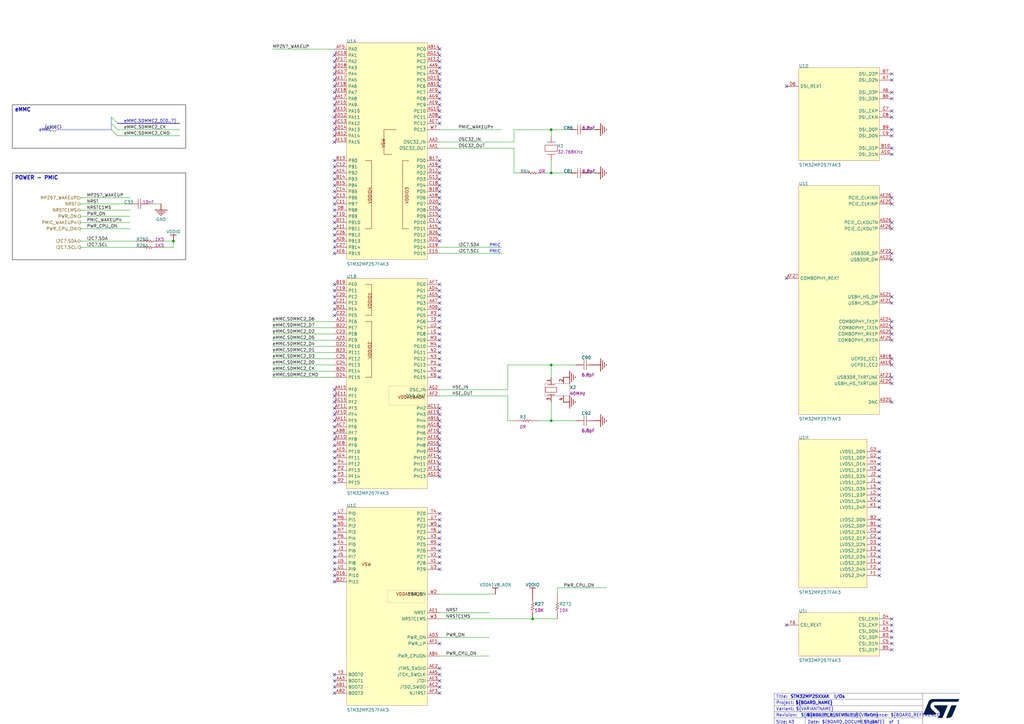
<source format=kicad_sch>
(kicad_sch (version 20250114) (generator "eeschema") (generator_version "9.0")
  (paper "A3")
  (title_block (title "STM32MP25XXAK  I/Os") (date "Not used") (rev "Not used") (company "STMicroelectronics"))
  (lib_symbols
    (symbol "MCD_PARTS_database:U_STM32MP25XXAK I_Os_0_Capacitor_MCD_PARTS_database.DbLib" (pin_numbers (hide yes)) (pin_names (hide yes))
      (symbol "U_STM32MP25XXAK I_Os_0_Capacitor_MCD_PARTS_database.DbLib_1_0"
        (pin passive line (at -2.54 -2.54 0) (length 2.54) (name "1") (number "1"))
        (pin passive line (at 5.08 -2.54 180) (length 2.54) (name "2") (number "2"))
      )
    )
    (symbol "MCD_PARTS_database:U_STM32MP25XXAK I_Os_0_Resistor_MCD_PARTS_database.DbLib" (pin_numbers (hide yes)) (pin_names (hide yes))
      (symbol "U_STM32MP25XXAK I_Os_0_Resistor_MCD_PARTS_database.DbLib_1_0"
        (pin passive line (at -2.54 -2.54 0) (length 2.54) (name "1") (number "1"))
        (pin passive line (at 7.62 -2.54 180) (length 2.54) (name "2") (number "2"))
      )
    )
    (symbol "MCD_PARTS_database:U_STM32MP25XXAK I_Os_0_STM32MP257FAK3_MCD_PARTS_database.DbLib"
      (symbol "U_STM32MP25XXAK I_Os_0_STM32MP257FAK3_MCD_PARTS_database.DbLib_1_0"
        (text "VDDIO4" (at 10.16 -66.04 900) (effects (font (size 1.27 1.27)) (justify left bottom)))
        (text "VSW" (at 15.748 -39.116 900) (effects (font (size 1.27 1.27)) (justify right bottom)))
        (text "VDDIO3" (at 25.4 -66.04 900) (effects (font (size 1.27 1.27)) (justify left bottom)))
        (pin passive line (at -5.08 -2.54 0) (length 5.08) (name "PA0") (number "AF5"))
        (pin passive line (at -5.08 -5.08 0) (length 5.08) (name "PA1") (number "AC19"))
        (pin passive line (at -5.08 -7.62 0) (length 5.08) (name "PA2") (number "AF17"))
        (pin passive line (at -5.08 -10.16 0) (length 5.08) (name "PA3") (number "AD18"))
        (pin passive line (at -5.08 -12.7 0) (length 5.08) (name "PA4") (number "AG17"))
        (pin passive line (at -5.08 -15.24 0) (length 5.08) (name "PA5") (number "AE17"))
        (pin passive line (at -5.08 -17.78 0) (length 5.08) (name "PA6") (number "AF18"))
        (pin passive line (at -5.08 -20.32 0) (length 5.08) (name "PA7") (number "AE18"))
        (pin passive line (at -5.08 -22.86 0) (length 5.08) (name "PA8") (number "AA17"))
        (pin passive line (at -5.08 -25.4 0) (length 5.08) (name "PA9") (number "AF15"))
        (pin passive line (at -5.08 -27.94 0) (length 5.08) (name "PA10") (number "AE15"))
        (pin passive line (at -5.08 -30.48 0) (length 5.08) (name "PA11") (number "AD12"))
        (pin passive line (at -5.08 -33.02 0) (length 5.08) (name "PA12") (number "AC13"))
        (pin passive line (at -5.08 -35.56 0) (length 5.08) (name "PA13") (number "AD14"))
        (pin passive line (at -5.08 -38.1 0) (length 5.08) (name "PA14") (number "AB12"))
        (pin passive line (at -5.08 -40.64 0) (length 5.08) (name "PA15") (number "AE13"))
        (pin passive line (at -5.08 -48.26 0) (length 5.08) (name "PB0") (number "B13"))
        (pin passive line (at -5.08 -50.8 0) (length 5.08) (name "PB1") (number "C12"))
        (pin passive line (at -5.08 -53.34 0) (length 5.08) (name "PB2") (number "A14"))
        (pin passive line (at -5.08 -55.88 0) (length 5.08) (name "PB3") (number "B14"))
        (pin passive line (at -5.08 -58.42 0) (length 5.08) (name "PB4") (number "B15"))
        (pin passive line (at -5.08 -60.96 0) (length 5.08) (name "PB5") (number "C14"))
        (pin passive line (at -5.08 -63.5 0) (length 5.08) (name "PB6") (number "C13"))
        (pin passive line (at -5.08 -66.04 0) (length 5.08) (name "PB7") (number "C11"))
        (pin passive line (at -5.08 -68.58 0) (length 5.08) (name "PB8") (number "D8"))
        (pin passive line (at -5.08 -71.12 0) (length 5.08) (name "PB9") (number "F10"))
        (pin passive line (at -5.08 -73.66 0) (length 5.08) (name "PB10") (number "B11"))
        (pin passive line (at -5.08 -76.2 0) (length 5.08) (name "PB11") (number "A11"))
        (pin passive line (at -5.08 -78.74 0) (length 5.08) (name "PB12") (number "C26"))
        (pin passive line (at -5.08 -81.28 0) (length 5.08) (name "PB13") (number "A26"))
        (pin passive line (at -5.08 -83.82 0) (length 5.08) (name "PB14") (number "C27"))
        (pin passive line (at -5.08 -86.36 0) (length 5.08) (name "PB15") (number "AE6"))
        (pin passive line (at 38.1 -2.54 180) (length 5.08) (name "PC0") (number "AB14"))
        (pin passive line (at 38.1 -5.08 180) (length 5.08) (name "PC1") (number "AG14"))
        (pin passive line (at 38.1 -7.62 180) (length 5.08) (name "PC2") (number "AE12"))
        (pin passive line (at 38.1 -10.16 180) (length 5.08) (name "PC3") (number "AA9"))
        (pin passive line (at 38.1 -12.7 180) (length 5.08) (name "PC4") (number "AC9"))
        (pin passive line (at 38.1 -15.24 180) (length 5.08) (name "PC5") (number "AD10"))
        (pin passive line (at 38.1 -17.78 180) (length 5.08) (name "PC6") (number "AB10"))
        (pin passive line (at 38.1 -20.32 180) (length 5.08) (name "PC7") (number "AF9"))
        (pin passive line (at 38.1 -22.86 180) (length 5.08) (name "PC8") (number "AG9"))
        (pin passive line (at 38.1 -25.4 180) (length 5.08) (name "PC9") (number "AE9"))
        (pin passive line (at 38.1 -27.94 180) (length 5.08) (name "PC10") (number "AG10"))
        (pin passive line (at 38.1 -30.48 180) (length 5.08) (name "PC11") (number "AD8"))
        (pin passive line (at 38.1 -33.02 180) (length 5.08) (name "PC12") (number "AE7"))
        (pin passive line (at 38.1 -35.56 180) (length 5.08) (name "PC13") (number "W7"))
        (pin passive line (at 38.1 -40.64 180) (length 5.08) (name "OSC32_IN") (number "AA2"))
        (pin passive line (at 38.1 -43.18 180) (length 5.08) (name "OSC32_OUT") (number "AA1"))
        (pin passive line (at 38.1 -48.26 180) (length 5.08) (name "PD0") (number "B17"))
        (pin passive line (at 38.1 -50.8 180) (length 5.08) (name "PD1") (number "A19"))
        (pin passive line (at 38.1 -53.34 180) (length 5.08) (name "PD2") (number "D12"))
        (pin passive line (at 38.1 -55.88 180) (length 5.08) (name "PD3") (number "G13"))
        (pin passive line (at 38.1 -58.42 180) (length 5.08) (name "PD4") (number "C18"))
        (pin passive line (at 38.1 -60.96 180) (length 5.08) (name "PD5") (number "B18"))
        (pin passive line (at 38.1 -63.5 180) (length 5.08) (name "PD6") (number "A18"))
        (pin passive line (at 38.1 -66.04 180) (length 5.08) (name "PD7") (number "D20"))
        (pin passive line (at 38.1 -68.58 180) (length 5.08) (name "PD8") (number "C16"))
        (pin passive line (at 38.1 -71.12 180) (length 5.08) (name "PD9") (number "C15"))
        (pin passive line (at 38.1 -73.66 180) (length 5.08) (name "PD10") (number "C17"))
        (pin passive line (at 38.1 -76.2 180) (length 5.08) (name "PD11") (number "A15"))
        (pin passive line (at 38.1 -78.74 180) (length 5.08) (name "PD12") (number "B26"))
        (pin passive line (at 38.1 -81.28 180) (length 5.08) (name "PD13") (number "D25"))
        (pin passive line (at 38.1 -83.82 180) (length 5.08) (name "PD14") (number "E19"))
        (pin passive line (at 38.1 -86.36 180) (length 5.08) (name "PD15") (number "E15"))
      )
      (symbol "U_STM32MP25XXAK I_Os_0_STM32MP257FAK3_MCD_PARTS_database.DbLib_2_0"
        (text "VDDIO1" (at 10.16 -12.7 900) (effects (font (size 1.27 1.27)) (justify left bottom)))
        (text "VDDIO2" (at 10.16 -33.02 900) (effects (font (size 1.27 1.27)) (justify left bottom)))
        (text "VDDA18AON" (at 32.004 -49.53 0) (effects (font (size 1.27 1.27)) (justify right bottom)))
        (pin passive line (at -5.08 -2.54 0) (length 5.08) (name "PE0") (number "B19"))
        (pin passive line (at -5.08 -5.08 0) (length 5.08) (name "PE1") (number "C19"))
        (pin passive line (at -5.08 -7.62 0) (length 5.08) (name "PE2") (number "C20"))
        (pin passive line (at -5.08 -10.16 0) (length 5.08) (name "PE3") (number "C21"))
        (pin passive line (at -5.08 -12.7 0) (length 5.08) (name "PE4") (number "B21"))
        (pin passive line (at -5.08 -15.24 0) (length 5.08) (name "PE5") (number "C22"))
        (pin passive line (at -5.08 -17.78 0) (length 5.08) (name "PE6") (number "A22"))
        (pin passive line (at -5.08 -20.32 0) (length 5.08) (name "PE7") (number "B22"))
        (pin passive line (at -5.08 -22.86 0) (length 5.08) (name "PE8") (number "C23"))
        (pin passive line (at -5.08 -25.4 0) (length 5.08) (name "PE9") (number "A23"))
        (pin passive line (at -5.08 -27.94 0) (length 5.08) (name "PE10") (number "D22"))
        (pin passive line (at -5.08 -30.48 0) (length 5.08) (name "PE11") (number "B23"))
        (pin passive line (at -5.08 -33.02 0) (length 5.08) (name "PE12") (number "C25"))
        (pin passive line (at -5.08 -35.56 0) (length 5.08) (name "PE13") (number "C24"))
        (pin passive line (at -5.08 -38.1 0) (length 5.08) (name "PE14") (number "B25"))
        (pin passive line (at -5.08 -40.64 0) (length 5.08) (name "PE15") (number "D24"))
        (pin passive line (at -5.08 -45.72 0) (length 5.08) (name "PF0") (number "AA15"))
        (pin passive line (at -5.08 -48.26 0) (length 5.08) (name "PF1") (number "AE11"))
        (pin passive line (at -5.08 -50.8 0) (length 5.08) (name "PF2") (number "AC15"))
        (pin passive line (at -5.08 -53.34 0) (length 5.08) (name "PF3") (number "AF11"))
        (pin passive line (at -5.08 -55.88 0) (length 5.08) (name "PF4") (number "AF10"))
        (pin passive line (at -5.08 -58.42 0) (length 5.08) (name "PF5") (number "AA11"))
        (pin passive line (at -5.08 -60.96 0) (length 5.08) (name "PF6") (number "AC7"))
        (pin passive line (at -5.08 -63.5 0) (length 5.08) (name "PF7") (number "AB8"))
        (pin passive line (at -5.08 -66.04 0) (length 5.08) (name "PF8") (number "AE10"))
        (pin passive line (at -5.08 -68.58 0) (length 5.08) (name "PF9") (number "AE8"))
        (pin passive line (at -5.08 -71.12 0) (length 5.08) (name "PF10") (number "AE5"))
        (pin passive line (at -5.08 -73.66 0) (length 5.08) (name "PF11") (number "AE4"))
        (pin passive line (at -5.08 -76.2 0) (length 5.08) (name "PF12") (number "P4"))
        (pin passive line (at -5.08 -78.74 0) (length 5.08) (name "PF13") (number "P2"))
        (pin passive line (at -5.08 -81.28 0) (length 5.08) (name "PF14") (number "P3"))
        (pin passive line (at -5.08 -83.82 0) (length 5.08) (name "PF15") (number "R2"))
        (pin passive line (at 38.1 -2.54 180) (length 5.08) (name "PG0") (number "AF7"))
        (pin passive line (at 38.1 -5.08 180) (length 5.08) (name "PG1") (number "AD4"))
        (pin passive line (at 38.1 -7.62 180) (length 5.08) (name "PG2") (number "AG5"))
        (pin passive line (at 38.1 -10.16 180) (length 5.08) (name "PG3") (number "AA7"))
        (pin passive line (at 38.1 -12.7 180) (length 5.08) (name "PG4") (number "AD6"))
        (pin passive line (at 38.1 -15.24 180) (length 5.08) (name "PG5") (number "R3"))
        (pin passive line (at 38.1 -17.78 180) (length 5.08) (name "PG6") (number "T3"))
        (pin passive line (at 38.1 -20.32 180) (length 5.08) (name "PG7") (number "U2"))
        (pin passive line (at 38.1 -22.86 180) (length 5.08) (name "PG8") (number "L5"))
        (pin passive line (at 38.1 -25.4 180) (length 5.08) (name "PG9") (number "M3"))
        (pin passive line (at 38.1 -27.94 180) (length 5.08) (name "PG10") (number "M4"))
        (pin passive line (at 38.1 -30.48 180) (length 5.08) (name "PG11") (number "N2"))
        (pin passive line (at 38.1 -33.02 180) (length 5.08) (name "PG12") (number "N3"))
        (pin passive line (at 38.1 -35.56 180) (length 5.08) (name "PG13") (number "P1"))
        (pin passive line (at 38.1 -38.1 180) (length 5.08) (name "PG14") (number "N1"))
        (pin passive line (at 38.1 -40.64 180) (length 5.08) (name "PG15") (number "K6"))
        (pin passive line (at 38.1 -45.72 180) (length 5.08) (name "OSC_IN") (number "AG2"))
        (pin passive line (at 38.1 -48.26 180) (length 5.08) (name "OSC_OUT") (number "AF2"))
        (pin passive line (at 38.1 -53.34 180) (length 5.08) (name "PH2") (number "AC17"))
        (pin passive line (at 38.1 -55.88 180) (length 5.08) (name "PH3") (number "AE19"))
        (pin passive line (at 38.1 -58.42 180) (length 5.08) (name "PH4") (number "AB16"))
        (pin passive line (at 38.1 -60.96 180) (length 5.08) (name "PH5") (number "AG18"))
        (pin passive line (at 38.1 -63.5 180) (length 5.08) (name "PH6") (number "AF19"))
        (pin passive line (at 38.1 -66.04 180) (length 5.08) (name "PH7") (number "AE16"))
        (pin passive line (at 38.1 -68.58 180) (length 5.08) (name "PH8") (number "AD16"))
        (pin passive line (at 38.1 -71.12 180) (length 5.08) (name "PH9") (number "AA13"))
        (pin passive line (at 38.1 -73.66 180) (length 5.08) (name "PH10") (number "AF14"))
        (pin passive line (at 38.1 -76.2 180) (length 5.08) (name "PH11") (number "AE14"))
        (pin passive line (at 38.1 -78.74 180) (length 5.08) (name "PH12") (number "AF13"))
        (pin passive line (at 38.1 -81.28 180) (length 5.08) (name "PH13") (number "AG13"))
      )
      (symbol "U_STM32MP25XXAK I_Os_0_STM32MP257FAK3_MCD_PARTS_database.DbLib_3_0"
        (text "VSW" (at 6.096 -24.13 0) (effects (font (size 1.27 1.27)) (justify left bottom)))
        (text "VDDA18AON" (at 31.242 -36.322 0) (effects (font (size 1.27 1.27)) (justify right bottom)))
        (pin passive line (at -5.08 -2.54 0) (length 5.08) (name "PI0") (number "L7"))
        (pin passive line (at -5.08 -5.08 0) (length 5.08) (name "PI1") (number "M6"))
        (pin passive line (at -5.08 -7.62 0) (length 5.08) (name "PI2") (number "N5"))
        (pin passive line (at -5.08 -10.16 0) (length 5.08) (name "PI3") (number "N7"))
        (pin passive line (at -5.08 -12.7 0) (length 5.08) (name "PI4") (number "P6"))
        (pin passive line (at -5.08 -15.24 0) (length 5.08) (name "PI5") (number "K4"))
        (pin passive line (at -5.08 -17.78 0) (length 5.08) (name "PI6") (number "J3"))
        (pin passive line (at -5.08 -20.32 0) (length 5.08) (name "PI7") (number "J5"))
        (pin passive line (at -5.08 -22.86 0) (length 5.08) (name "PI8") (number "U5"))
        (pin passive line (at -5.08 -25.4 0) (length 5.08) (name "PI9") (number "U1"))
        (pin passive line (at -5.08 -27.94 0) (length 5.08) (name "PI10") (number "D16"))
        (pin passive line (at -5.08 -30.48 0) (length 5.08) (name "PI11") (number "B27"))
        (pin passive line (at -5.08 -68.58 0) (length 5.08) (name "BOOT0") (number "Y3"))
        (pin passive line (at -5.08 -71.12 0) (length 5.08) (name "BOOT1") (number "AA3"))
        (pin passive line (at -5.08 -73.66 0) (length 5.08) (name "BOOT2") (number "AB1"))
        (pin passive line (at -5.08 -76.2 0) (length 5.08) (name "BOOT3") (number "AB2"))
        (pin passive line (at 38.1 -2.54 180) (length 5.08) (name "PZ0") (number "T4"))
        (pin passive line (at 38.1 -5.08 180) (length 5.08) (name "PZ1") (number "U7"))
        (pin passive line (at 38.1 -7.62 180) (length 5.08) (name "PZ2") (number "W5"))
        (pin passive line (at 38.1 -10.16 180) (length 5.08) (name "PZ3") (number "Y6"))
        (pin passive line (at 38.1 -12.7 180) (length 5.08) (name "PZ4") (number "V3"))
        (pin passive line (at 38.1 -15.24 180) (length 5.08) (name "PZ5") (number "R5"))
        (pin passive line (at 38.1 -17.78 180) (length 5.08) (name "PZ6") (number "V4"))
        (pin passive line (at 38.1 -20.32 180) (length 5.08) (name "PZ7") (number "V2"))
        (pin passive line (at 38.1 -22.86 180) (length 5.08) (name "PZ8") (number "V1"))
        (pin passive line (at 38.1 -25.4 180) (length 5.08) (name "PZ9") (number "U3"))
        (pin passive line (at 38.1 -35.56 180) (length 5.08) (name "PDR_ON") (number "W2"))
        (pin passive line (at 38.1 -43.18 180) (length 5.08) (name "NRST") (number "AE1"))
        (pin passive line (at 38.1 -45.72 180) (length 5.08) (name "NRSTC1MS") (number "W3"))
        (pin passive line (at 38.1 -53.34 180) (length 5.08) (name "PWR_ON") (number "AD3"))
        (pin passive line (at 38.1 -55.88 180) (length 5.08) (name "PWR_LP") (number "AF1"))
        (pin passive line (at 38.1 -60.96 180) (length 5.08) (name "PWR_CPUON") (number "AB4"))
        (pin passive line (at 38.1 -66.04 180) (length 5.08) (name "JTMS_SWDIO") (number "AE2"))
        (pin passive line (at 38.1 -68.58 180) (length 5.08) (name "JTCK_SWCLK") (number "AA5"))
        (pin passive line (at 38.1 -71.12 180) (length 5.08) (name "JTDI") (number "AE3"))
        (pin passive line (at 38.1 -73.66 180) (length 5.08) (name "JTDO_SWDO") (number "AC2"))
        (pin passive line (at 38.1 -76.2 180) (length 5.08) (name "NJTRST") (number "AF3"))
      )
      (symbol "U_STM32MP25XXAK I_Os_0_STM32MP257FAK3_MCD_PARTS_database.DbLib_4_0"
        (pin passive line (at -5.08 -7.62 0) (length 5.08) (name "DSI_REXT") (number "D6"))
        (pin passive line (at 38.1 -2.54 180) (length 5.08) (name "DSI_D2P") (number "B7"))
        (pin passive line (at 38.1 -5.08 180) (length 5.08) (name "DSI_D2N") (number "A7"))
        (pin passive line (at 38.1 -10.16 180) (length 5.08) (name "DSI_D3P") (number "A6"))
        (pin passive line (at 38.1 -12.7 180) (length 5.08) (name "DSI_D3N") (number "B6"))
        (pin passive line (at 38.1 -17.78 180) (length 5.08) (name "DSI_CKP") (number "C7"))
        (pin passive line (at 38.1 -20.32 180) (length 5.08) (name "DSI_CKN") (number "C8"))
        (pin passive line (at 38.1 -25.4 180) (length 5.08) (name "DSI_D0P") (number "B9"))
        (pin passive line (at 38.1 -27.94 180) (length 5.08) (name "DSI_D0N") (number "C9"))
        (pin passive line (at 38.1 -33.02 180) (length 5.08) (name "DSI_D1P") (number "B10"))
        (pin passive line (at 38.1 -35.56 180) (length 5.08) (name "DSI_D1N") (number "A10"))
      )
      (symbol "U_STM32MP25XXAK I_Os_0_STM32MP257FAK3_MCD_PARTS_database.DbLib_5_0"
        (pin passive line (at -5.08 -38.1 0) (length 5.08) (name "COMBOPHY_REXT") (number "AF27"))
        (pin passive line (at 38.1 -5.08 180) (length 5.08) (name "PCIE_CLKINN") (number "AE26"))
        (pin passive line (at 38.1 -7.62 180) (length 5.08) (name "PCIE_CLKINP") (number "AE25"))
        (pin passive line (at 38.1 -15.24 180) (length 5.08) (name "PCIE_CLKOUTN") (number "AG26"))
        (pin passive line (at 38.1 -17.78 180) (length 5.08) (name "PCIE_CLKOUTP") (number "AF26"))
        (pin passive line (at 38.1 -27.94 180) (length 5.08) (name "USB3DR_DP") (number "AF22"))
        (pin passive line (at 38.1 -30.48 180) (length 5.08) (name "USB3DR_DM") (number "AG22"))
        (pin passive line (at 38.1 -45.72 180) (length 5.08) (name "USBH_HS_DM") (number "AG21"))
        (pin passive line (at 38.1 -48.26 180) (length 5.08) (name "USBH_HS_DP") (number "AF21"))
        (pin passive line (at 38.1 -55.88 180) (length 5.08) (name "COMBOPHY_TX1P") (number "AE24"))
        (pin passive line (at 38.1 -58.42 180) (length 5.08) (name "COMBOPHY_TX1N") (number "AD24"))
        (pin passive line (at 38.1 -60.96 180) (length 5.08) (name "COMBOPHY_RX1P") (number "AG25"))
        (pin passive line (at 38.1 -63.5 180) (length 5.08) (name "COMBOPHY_RX1N") (number "AF25"))
        (pin passive line (at 38.1 -71.12 180) (length 5.08) (name "UCPD1_CC1") (number "AB18"))
        (pin passive line (at 38.1 -73.66 180) (length 5.08) (name "UCPD1_CC2") (number "AA19"))
        (pin passive line (at 38.1 -78.74 180) (length 5.08) (name "USB3DR_TXRTUNE") (number "AF23"))
        (pin passive line (at 38.1 -81.28 180) (length 5.08) (name "USBH_HS_TXRTUNE") (number "AE20"))
        (pin passive line (at 38.1 -88.9 180) (length 5.08) (name "DNC") (number "AD20"))
      )
      (symbol "U_STM32MP25XXAK I_Os_0_STM32MP257FAK3_MCD_PARTS_database.DbLib_6_0"
        (pin passive line (at -5.08 -2.54 0) (length 5.08) (name "DDR_DQ0") (number "AB26"))
        (pin passive line (at -5.08 -5.08 0) (length 5.08) (name "DDR_DQ1") (number "AC26"))
        (pin passive line (at -5.08 -7.62 0) (length 5.08) (name "DDR_DQ2") (number "AB27"))
        (pin passive line (at -5.08 -10.16 0) (length 5.08) (name "DDR_DQ3") (number "AC27"))
        (pin passive line (at -5.08 -12.7 0) (length 5.08) (name "DDR_DQ4") (number "W25"))
        (pin passive line (at -5.08 -15.24 0) (length 5.08) (name "DDR_DQ5") (number "W27"))
        (pin passive line (at -5.08 -17.78 0) (length 5.08) (name "DDR_DQ6") (number "W26"))
        (pin passive line (at -5.08 -20.32 0) (length 5.08) (name "DDR_DQ7") (number "Y25"))
        (pin passive line (at -5.08 -22.86 0) (length 5.08) (name "DDR_DQS0P") (number "AA25"))
        (pin passive line (at -5.08 -25.4 0) (length 5.08) (name "DDR_DQS0N") (number "AA26"))
        (pin passive line (at -5.08 -27.94 0) (length 5.08) (name "DDR_DQM0") (number "AB25"))
        (pin passive line (at -5.08 -33.02 0) (length 5.08) (name "DDR_DQ8") (number "R27"))
        (pin passive line (at -5.08 -35.56 0) (length 5.08) (name "DDR_DQ9") (number "R26"))
        (pin passive line (at -5.08 -38.1 0) (length 5.08) (name "DDR_DQ10") (number "P27"))
        (pin passive line (at -5.08 -40.64 0) (length 5.08) (name "DDR_DQ11") (number "P26"))
        (pin passive line (at -5.08 -43.18 0) (length 5.08) (name "DDR_DQ12") (number "V26"))
        (pin passive line (at -5.08 -45.72 0) (length 5.08) (name "DDR_DQ13") (number "V27"))
        (pin passive line (at -5.08 -48.26 0) (length 5.08) (name "DDR_DQ14") (number "V25"))
        (pin passive line (at -5.08 -50.8 0) (length 5.08) (name "DDR_DQ15") (number "U25"))
        (pin passive line (at -5.08 -53.34 0) (length 5.08) (name "DDR_DQS1P") (number "T25"))
        (pin passive line (at -5.08 -55.88 0) (length 5.08) (name "DDR_DQS1N") (number "R25"))
        (pin passive line (at -5.08 -58.42 0) (length 5.08) (name "DDR_DQM1") (number "U26"))
        (pin passive line (at -5.08 -63.5 0) (length 5.08) (name "DDR_DQ16") (number "F25"))
        (pin passive line (at -5.08 -66.04 0) (length 5.08) (name "DDR_DQ17") (number "E26"))
        (pin passive line (at -5.08 -68.58 0) (length 5.08) (name "DDR_DQ18") (number "F24"))
        (pin passive line (at -5.08 -71.12 0) (length 5.08) (name "DDR_DQ19") (number "E25"))
        (pin passive line (at -5.08 -73.66 0) (length 5.08) (name "DDR_DQ20") (number "J25"))
        (pin passive line (at -5.08 -76.2 0) (length 5.08) (name "DDR_DQ21") (number "H25"))
        (pin passive line (at -5.08 -78.74 0) (length 5.08) (name "DDR_DQ22") (number "G26"))
        (pin passive line (at -5.08 -81.28 0) (length 5.08) (name "DDR_DQ23") (number "G25"))
        (pin passive line (at -5.08 -83.82 0) (length 5.08) (name "DDR_DQS2P") (number "F27"))
        (pin passive line (at -5.08 -86.36 0) (length 5.08) (name "DDR_DQS2N") (number "F26"))
        (pin passive line (at -5.08 -88.9 0) (length 5.08) (name "DDR_DQM2") (number "G27"))
        (pin passive line (at -5.08 -93.98 0) (length 5.08) (name "DDR_DQ24") (number "J26"))
        (pin passive line (at -5.08 -96.52 0) (length 5.08) (name "DDR_DQ25") (number "K25"))
        (pin passive line (at -5.08 -99.06 0) (length 5.08) (name "DDR_DQ26") (number "K26"))
        (pin passive line (at -5.08 -101.6 0) (length 5.08) (name "DDR_DQ27") (number "K27"))
        (pin passive line (at -5.08 -104.14 0) (length 5.08) (name "DDR_DQ28") (number "L25"))
        (pin passive line (at -5.08 -106.68 0) (length 5.08) (name "DDR_DQ29") (number "N25"))
        (pin passive line (at -5.08 -109.22 0) (length 5.08) (name "DDR_DQ30") (number "N26"))
        (pin passive line (at -5.08 -111.76 0) (length 5.08) (name "DDR_DQ31") (number "P25"))
        (pin passive line (at -5.08 -114.3 0) (length 5.08) (name "DDR_DQS3P") (number "L26"))
        (pin passive line (at -5.08 -116.84 0) (length 5.08) (name "DDR_DQS3N") (number "L27"))
        (pin passive line (at -5.08 -119.38 0) (length 5.08) (name "DDR_DQM3") (number "M25"))
        (pin passive line (at 60.96 -2.54 180) (length 5.08) (name "DDR_A0") (number "U21"))
        (pin passive line (at 60.96 -5.08 180) (length 5.08) (name "DDR_A1") (number "AD25"))
        (pin passive line (at 60.96 -7.62 180) (length 5.08) (name "DDR_A2") (number "V24"))
        (pin passive line (at 60.96 -10.16 180) (length 5.08) (name "DDR_A3") (number "P22"))
        (pin passive line (at 60.96 -12.7 180) (length 5.08) (name "DDR_A4") (number "U23"))
        (pin passive line (at 60.96 -15.24 180) (length 5.08) (name "DDR_A5") (number "T24"))
        (pin passive line (at 60.96 -17.78 180) (length 5.08) (name "DDR_A6") (number "Y24"))
        (pin passive line (at 60.96 -20.32 180) (length 5.08) (name "DDR_A7") (number "AC25"))
        (pin passive line (at 60.96 -22.86 180) (length 5.08) (name "DDR_A8") (number "V22"))
        (pin passive line (at 60.96 -25.4 180) (length 5.08) (name "DDR_A9") (number "T22"))
        (pin passive line (at 60.96 -27.94 180) (length 5.08) (name "DDR_A10") (number "R23"))
        (pin passive line (at 60.96 -30.48 180) (length 5.08) (name "DDR_A11") (number "P24"))
        (pin passive line (at 60.96 -33.02 180) (length 5.08) (name "DDR_A12") (number "L23"))
        (pin passive line (at 60.96 -35.56 180) (length 5.08) (name "DDR_A13") (number "K24"))
        (pin passive line (at 60.96 -38.1 180) (length 5.08) (name "DDR_A14") (number "M24"))
        (pin passive line (at 60.96 -40.64 180) (length 5.08) (name "DDR_A15") (number "N23"))
        (pin passive line (at 60.96 -43.18 180) (length 5.08) (name "DDR_A16") (number "J23"))
        (pin passive line (at 60.96 -45.72 180) (length 5.08) (name "DDR_A17") (number "H24"))
        (pin passive line (at 60.96 -48.26 180) (length 5.08) (name "DDR_A18") (number "G23"))
        (pin passive line (at 60.96 -50.8 180) (length 5.08) (name "DDR_A19") (number "L21"))
        (pin passive line (at 60.96 -53.34 180) (length 5.08) (name "DDR_A20") (number "J21"))
        (pin passive line (at 60.96 -55.88 180) (length 5.08) (name "DDR_A21") (number "H22"))
        (pin passive line (at 60.96 -58.42 180) (length 5.08) (name "DDR_A22") (number "F22"))
        (pin passive line (at 60.96 -60.96 180) (length 5.08) (name "DDR_A23") (number "E23"))
        (pin passive line (at 60.96 -66.04 180) (length 5.08) (name "DDR_A25") (number "W21"))
        (pin passive line (at 60.96 -68.58 180) (length 5.08) (name "DDR_A26") (number "AB24"))
        (pin passive line (at 60.96 -71.12 180) (length 5.08) (name "DDR_A27") (number "AA23"))
        (pin passive line (at 60.96 -73.66 180) (length 5.08) (name "DDR_A28") (number "AC23"))
        (pin passive line (at 60.96 -76.2 180) (length 5.08) (name "DDR_A29") (number "Y22"))
        (pin passive line (at 60.96 -78.74 180) (length 5.08) (name "DDR_A30") (number "AA21"))
        (pin passive line (at 60.96 -81.28 180) (length 5.08) (name "DDR_A31") (number "W23"))
        (pin passive line (at 60.96 -91.44 180) (length 5.08) (name "DDR_RESETN") (number "E21"))
        (pin passive line (at 60.96 -101.6 180) (length 5.08) (name "DDR_VREF") (number "G21"))
        (pin passive line (at 60.96 -116.84 180) (length 5.08) (name "DDR_ZQ") (number "K22"))
      )
      (symbol "U_STM32MP25XXAK I_Os_0_STM32MP257FAK3_MCD_PARTS_database.DbLib_7_0"
        (pin passive line (at -5.08 -2.54 0) (length 5.08) (name "VDDCORE") (number "1C1"))
        (pin passive line (at -5.08 -5.08 0) (length 5.08) (name "VDDCORE") (number "1C3"))
        (pin passive line (at -5.08 -7.62 0) (length 5.08) (name "VDDCORE") (number "1C5"))
        (pin passive line (at -5.08 -10.16 0) (length 5.08) (name "VDDCORE") (number "1D2"))
        (pin passive line (at -5.08 -12.7 0) (length 5.08) (name "VDDCORE") (number "1D4"))
        (pin passive line (at -5.08 -15.24 0) (length 5.08) (name "VDDCORE") (number "1E3"))
        (pin passive line (at -5.08 -17.78 0) (length 5.08) (name "VDDCORE") (number "1E5"))
        (pin passive line (at -5.08 -20.32 0) (length 5.08) (name "VDDCORE") (number "1F2"))
        (pin passive line (at -5.08 -22.86 0) (length 5.08) (name "VDDCORE") (number "1F4"))
        (pin passive line (at -5.08 -27.94 0) (length 5.08) (name "VDDGPU") (number "1G7"))
        (pin passive line (at -5.08 -30.48 0) (length 5.08) (name "VDDGPU") (number "1G9"))
        (pin passive line (at -5.08 -33.02 0) (length 5.08) (name "VDDGPU") (number "1H6"))
        (pin passive line (at -5.08 -35.56 0) (length 5.08) (name "VDDGPU") (number "1H8"))
        (pin passive line (at -5.08 -38.1 0) (length 5.08) (name "VDDGPU") (number "1H10"))
        (pin passive line (at -5.08 -40.64 0) (length 5.08) (name "VDDGPU") (number "1L7"))
        (pin passive line (at -5.08 -43.18 0) (length 5.08) (name "VDDGPU") (number "1L9"))
        (pin passive line (at -5.08 -45.72 0) (length 5.08) (name "VDDGPU") (number "1M6"))
        (pin passive line (at -5.08 -48.26 0) (length 5.08) (name "VDDGPU") (number "1M8"))
        (pin passive line (at -5.08 -50.8 0) (length 5.08) (name "VDDGPU") (number "1M10"))
        (pin passive line (at -5.08 -55.88 0) (length 5.08) (name "VDDCPU") (number "F18"))
        (pin passive line (at -5.08 -58.42 0) (length 5.08) (name "VDDCPU") (number "G15"))
        (pin passive line (at -5.08 -60.96 0) (length 5.08) (name "VDDCPU") (number "G17"))
        (pin passive line (at -5.08 -63.5 0) (length 5.08) (name "VDDCPU") (number "1C7"))
        (pin passive line (at -5.08 -66.04 0) (length 5.08) (name "VDDCPU") (number "1C9"))
        (pin passive line (at -5.08 -68.58 0) (length 5.08) (name "VDDCPU") (number "1D6"))
        (pin passive line (at -5.08 -71.12 0) (length 5.08) (name "VDDCPU") (number "1D8"))
        (pin passive line (at -5.08 -73.66 0) (length 5.08) (name "VDDCPU") (number "1D10"))
        (pin passive line (at -5.08 -78.74 0) (length 5.08) (name "VDD") (number "1L1"))
        (pin passive line (at -5.08 -81.28 0) (length 5.08) (name "VDD") (number "1L3"))
        (pin passive line (at -5.08 -83.82 0) (length 5.08) (name "VDD") (number "1L5"))
        (pin passive line (at -5.08 -86.36 0) (length 5.08) (name "VDD") (number "1M2"))
        (pin passive line (at -5.08 -88.9 0) (length 5.08) (name "VDD") (number "1M4"))
        (pin passive line (at -5.08 -93.98 0) (length 5.08) (name "VDDQDDR") (number "M22"))
        (pin passive line (at -5.08 -96.52 0) (length 5.08) (name "VDDQDDR") (number "N21"))
        (pin passive line (at -5.08 -99.06 0) (length 5.08) (name "VDDQDDR") (number "R21"))
        (pin passive line (at -5.08 -101.6 0) (length 5.08) (name "VDDQDDR") (number "1C11"))
        (pin passive line (at -5.08 -104.14 0) (length 5.08) (name "VDDQDDR") (number "1D12"))
        (pin passive line (at -5.08 -106.68 0) (length 5.08) (name "VDDQDDR") (number "1E11"))
        (pin passive line (at -5.08 -109.22 0) (length 5.08) (name "VDDQDDR") (number "1F12"))
        (pin passive line (at -5.08 -111.76 0) (length 5.08) (name "VDDQDDR") (number "1L11"))
        (pin passive line (at -5.08 -114.3 0) (length 5.08) (name "VDDQDDR") (number "1M12"))
        (pin passive line (at -5.08 -129.54 0) (length 5.08) (name "VBAT") (number "T6"))
        (pin passive line (at -5.08 -137.16 0) (length 5.08) (name "V08CAP") (number "R7"))
        (pin passive line (at -5.08 -154.94 0) (length 5.08) (name "VDD33USB") (number "AE21"))
        (pin passive line (at -5.08 -157.48 0) (length 5.08) (name "VDD33UCPD") (number "AE22"))
        (pin passive line (at -5.08 -170.18 0) (length 5.08) (name "VDDCOMBOPHY") (number "AB20"))
        (pin passive line (at -5.08 -172.72 0) (length 5.08) (name "VDDCOMBOPHYTX") (number "AB22"))
        (pin passive line (at -5.08 -175.26 0) (length 5.08) (name "VDDPCIECLK") (number "AC21"))
        (pin passive line (at -5.08 -182.88 0) (length 5.08) (name "VDDDSI") (number "F8"))
        (pin passive line (at -5.08 -193.04 0) (length 5.08) (name "VREFN") (number "AF6"))
        (pin passive line (at -5.08 -195.58 0) (length 5.08) (name "VREFP") (number "AG6"))
        (pin passive line (at -5.08 -203.2 0) (length 5.08) (name "VDDLVDS") (number "F4"))
        (pin passive line (at -5.08 -210.82 0) (length 5.08) (name "VDDCSI") (number "E5"))
        (pin passive line (at -5.08 -223.52 0) (length 5.08) (name "VDDIO1") (number "D14"))
        (pin passive line (at -5.08 -226.06 0) (length 5.08) (name "VDDIO1") (number "E13"))
        (pin passive line (at -5.08 -238.76 0) (length 5.08) (name "VDDIO2") (number "D18"))
        (pin passive line (at -5.08 -241.3 0) (length 5.08) (name "VDDIO2") (number "E17"))
        (pin passive line (at -5.08 -248.92 0) (length 5.08) (name "VDDIO3") (number "D10"))
        (pin passive line (at -5.08 -251.46 0) (length 5.08) (name "VDDIO3") (number "E11"))
        (pin passive line (at -5.08 -259.08 0) (length 5.08) (name "VDDIO4") (number "E9"))
        (pin passive line (at -5.08 -261.62 0) (length 5.08) (name "VDDIO4") (number "G11"))
        (pin passive line (at 66.04 -2.54 180) (length 5.08) (name "VSS") (number "A1"))
        (pin passive line (at 66.04 -5.08 180) (length 5.08) (name "VSS") (number "A2"))
        (pin passive line (at 66.04 -7.62 180) (length 5.08) (name "VSS") (number "A27"))
        (pin passive line (at 66.04 -10.16 180) (length 5.08) (name "VSS") (number "AC11"))
        (pin passive line (at 66.04 -12.7 180) (length 5.08) (name "VSS") (number "AG1"))
        (pin passive line (at 66.04 -15.24 180) (length 5.08) (name "VSS") (number "AG27"))
        (pin passive line (at 66.04 -17.78 180) (length 5.08) (name "VSS") (number "C6"))
        (pin passive line (at 66.04 -20.32 180) (length 5.08) (name "VSS") (number "C10"))
        (pin passive line (at 66.04 -22.86 180) (length 5.08) (name "VSS") (number "E7"))
        (pin passive line (at 66.04 -25.4 180) (length 5.08) (name "VSS") (number "F3"))
        (pin passive line (at 66.04 -27.94 180) (length 5.08) (name "VSS") (number "F12"))
        (pin passive line (at 66.04 -30.48 180) (length 5.08) (name "VSS") (number "F14"))
        (pin passive line (at 66.04 -33.02 180) (length 5.08) (name "VSS") (number "F16"))
        (pin passive line (at 66.04 -35.56 180) (length 5.08) (name "VSS") (number "J7"))
        (pin passive line (at 66.04 -38.1 180) (length 5.08) (name "VSS") (number "K3"))
        (pin passive line (at 66.04 -40.64 180) (length 5.08) (name "VSS") (number "V6"))
        (pin passive line (at 66.04 -43.18 180) (length 5.08) (name "VSS") (number "Y4"))
        (pin passive line (at 66.04 -45.72 180) (length 5.08) (name "VSS") (number "1A1"))
        (pin passive line (at 66.04 -48.26 180) (length 5.08) (name "VSS") (number "1A3"))
        (pin passive line (at 66.04 -50.8 180) (length 5.08) (name "VSS") (number "1A5"))
        (pin passive line (at 66.04 -53.34 180) (length 5.08) (name "VSS") (number "1A7"))
        (pin passive line (at 66.04 -55.88 180) (length 5.08) (name "VSS") (number "1A9"))
        (pin passive line (at 66.04 -58.42 180) (length 5.08) (name "VSS") (number "1A11"))
        (pin passive line (at 66.04 -60.96 180) (length 5.08) (name "VSS") (number "1B2"))
        (pin passive line (at 66.04 -63.5 180) (length 5.08) (name "VSS") (number "1B4"))
        (pin passive line (at 66.04 -66.04 180) (length 5.08) (name "VSS") (number "1B6"))
        (pin passive line (at 66.04 -68.58 180) (length 5.08) (name "VSS") (number "1B8"))
        (pin passive line (at 66.04 -71.12 180) (length 5.08) (name "VSS") (number "1B10"))
        (pin passive line (at 66.04 -73.66 180) (length 5.08) (name "VSS") (number "1B12"))
        (pin passive line (at 66.04 -76.2 180) (length 5.08) (name "VSS") (number "1E7"))
        (pin passive line (at 66.04 -78.74 180) (length 5.08) (name "VSS") (number "1E9"))
        (pin passive line (at 66.04 -81.28 180) (length 5.08) (name "VSS") (number "1F6"))
        (pin passive line (at 66.04 -83.82 180) (length 5.08) (name "VSS") (number "1F8"))
        (pin passive line (at 66.04 -86.36 180) (length 5.08) (name "VSS") (number "1F10"))
        (pin passive line (at 66.04 -88.9 180) (length 5.08) (name "VSS") (number "1G1"))
        (pin passive line (at 66.04 -91.44 180) (length 5.08) (name "VSS") (number "1G3"))
        (pin passive line (at 66.04 -93.98 180) (length 5.08) (name "VSS") (number "1G5"))
        (pin passive line (at 66.04 -96.52 180) (length 5.08) (name "VSS") (number "1G11"))
        (pin passive line (at 66.04 -99.06 180) (length 5.08) (name "VSS") (number "1H2"))
        (pin passive line (at 66.04 -101.6 180) (length 5.08) (name "VSS") (number "1H4"))
        (pin passive line (at 66.04 -104.14 180) (length 5.08) (name "VSS") (number "1H12"))
        (pin passive line (at 66.04 -106.68 180) (length 5.08) (name "VSS") (number "1J1"))
        (pin passive line (at 66.04 -109.22 180) (length 5.08) (name "VSS") (number "1J3"))
        (pin passive line (at 66.04 -111.76 180) (length 5.08) (name "VSS") (number "1J5"))
        (pin passive line (at 66.04 -114.3 180) (length 5.08) (name "VSS") (number "1J7"))
        (pin passive line (at 66.04 -116.84 180) (length 5.08) (name "VSS") (number "1J9"))
        (pin passive line (at 66.04 -119.38 180) (length 5.08) (name "VSS") (number "1J11"))
        (pin passive line (at 66.04 -121.92 180) (length 5.08) (name "VSS") (number "1K2"))
        (pin passive line (at 66.04 -124.46 180) (length 5.08) (name "VSS") (number "1K4"))
        (pin passive line (at 66.04 -127 180) (length 5.08) (name "VSS") (number "1K6"))
        (pin passive line (at 66.04 -129.54 180) (length 5.08) (name "VSS") (number "1K8"))
        (pin passive line (at 66.04 -132.08 180) (length 5.08) (name "VSS") (number "1K10"))
        (pin passive line (at 66.04 -134.62 180) (length 5.08) (name "VSS") (number "1K12"))
        (pin passive line (at 66.04 -142.24 180) (length 5.08) (name "VSSAON") (number "AC3"))
        (pin passive line (at 66.04 -144.78 180) (length 5.08) (name "VSSA") (number "AC5"))
        (pin passive line (at 66.04 -157.48 180) (length 5.08) (name "VDDA18ADC") (number "AB6"))
        (pin passive line (at 66.04 -167.64 180) (length 5.08) (name "VDDA18USB") (number "AD22"))
        (pin passive line (at 66.04 -177.8 180) (length 5.08) (name "VDDA18COMBOPHY") (number "AE23"))
        (pin passive line (at 66.04 -187.96 180) (length 5.08) (name "VDDA18DSI") (number "G9"))
        (pin passive line (at 66.04 -203.2 180) (length 5.08) (name "VDDA18LVDS") (number "G5"))
        (pin passive line (at 66.04 -213.36 180) (length 5.08) (name "VDDA18CSI") (number "G7"))
        (pin passive line (at 66.04 -226.06 180) (length 5.08) (name "VDDA18DDR") (number "F20"))
        (pin passive line (at 66.04 -238.76 180) (length 5.08) (name "VDDA18AON") (number "AB3"))
        (pin passive line (at 66.04 -251.46 180) (length 5.08) (name "VDDA18PLL2") (number "H6"))
        (pin passive line (at 66.04 -254 180) (length 5.08) (name "VDDA18PLL1") (number "G19"))
        (pin passive line (at 66.04 -256.54 180) (length 5.08) (name "VDDA18PLL3") (number "1E1"))
      )
      (symbol "U_STM32MP25XXAK I_Os_0_STM32MP257FAK3_MCD_PARTS_database.DbLib_8_0"
        (pin passive line (at 33.02 -5.08 180) (length 5.08) (name "LVDS1_D0N") (number "G3"))
        (pin passive line (at 33.02 -7.62 180) (length 5.08) (name "LVDS1_D0P") (number "G2"))
        (pin passive line (at 33.02 -10.16 180) (length 5.08) (name "LVDS1_D1N") (number "H4"))
        (pin passive line (at 33.02 -12.7 180) (length 5.08) (name "LVDS1_D1P") (number "H3"))
        (pin passive line (at 33.02 -15.24 180) (length 5.08) (name "LVDS1_D2N") (number "J2"))
        (pin passive line (at 33.02 -17.78 180) (length 5.08) (name "LVDS1_D2P") (number "J1"))
        (pin passive line (at 33.02 -20.32 180) (length 5.08) (name "LVDS1_D3N") (number "L3"))
        (pin passive line (at 33.02 -22.86 180) (length 5.08) (name "LVDS1_D3P") (number "L2"))
        (pin passive line (at 33.02 -25.4 180) (length 5.08) (name "LVDS1_D4N") (number "K2"))
        (pin passive line (at 33.02 -27.94 180) (length 5.08) (name "LVDS1_D4P") (number "K1"))
        (pin passive line (at 33.02 -33.02 180) (length 5.08) (name "LVDS2_D0N") (number "B2"))
        (pin passive line (at 33.02 -35.56 180) (length 5.08) (name "LVDS2_D0P") (number "B1"))
        (pin passive line (at 33.02 -38.1 180) (length 5.08) (name "LVDS2_D1N") (number "C3"))
        (pin passive line (at 33.02 -40.64 180) (length 5.08) (name "LVDS2_D1P") (number "C2"))
        (pin passive line (at 33.02 -43.18 180) (length 5.08) (name "LVDS2_D2N") (number "D3"))
        (pin passive line (at 33.02 -45.72 180) (length 5.08) (name "LVDS2_D2P") (number "E3"))
        (pin passive line (at 33.02 -48.26 180) (length 5.08) (name "LVDS2_D3N") (number "E2"))
        (pin passive line (at 33.02 -50.8 180) (length 5.08) (name "LVDS2_D3P") (number "E1"))
        (pin passive line (at 33.02 -53.34 180) (length 5.08) (name "LVDS2_D4N") (number "F2"))
        (pin passive line (at 33.02 -55.88 180) (length 5.08) (name "LVDS2_D4P") (number "F1"))
      )
      (symbol "U_STM32MP25XXAK I_Os_0_STM32MP257FAK3_MCD_PARTS_database.DbLib_9_0"
        (pin passive line (at -5.08 -5.08 0) (length 5.08) (name "CSI_REXT") (number "F6"))
        (pin passive line (at 38.1 -2.54 180) (length 5.08) (name "CSI_CKN") (number "D4"))
        (pin passive line (at 38.1 -5.08 180) (length 5.08) (name "CSI_CKP") (number "C4"))
        (pin passive line (at 38.1 -7.62 180) (length 5.08) (name "CSI_D0N") (number "A3"))
        (pin passive line (at 38.1 -10.16 180) (length 5.08) (name "CSI_D0P") (number "B3"))
        (pin passive line (at 38.1 -12.7 180) (length 5.08) (name "CSI_D1N") (number "C5"))
        (pin passive line (at 38.1 -15.24 180) (length 5.08) (name "CSI_D1P") (number "B5"))
      )
    )
    (symbol "MCD_PARTS_database:U_STM32MP25XXAK I_Os_0_XTAL_2_PINS_MCD_PARTS_database.DbLib" (pin_numbers (hide yes)) (pin_names (hide yes))
      (symbol "U_STM32MP25XXAK I_Os_0_XTAL_2_PINS_MCD_PARTS_database.DbLib_1_0"
        (pin passive line (at 0 5.08 270) (length 2.54) (name "X2") (number "2"))
        (pin passive line (at 0 -5.08 90) (length 2.54) (name "X1") (number "1"))
      )
    )
    (symbol "MCD_PARTS_database:U_STM32MP25XXAK I_Os_0_XTAL_4_PINS_MCD_PARTS_database.DbLib" (pin_names (hide yes))
      (symbol "U_STM32MP25XXAK I_Os_0_XTAL_4_PINS_MCD_PARTS_database.DbLib_1_0"
        (pin passive line (at -2.54 5.08 270) (length 2.54) (name "1") (number "1"))
        (pin passive line (at -2.54 -5.08 90) (length 2.54) (name "3") (number "3"))
        (pin passive line (at 2.54 5.08 270) (length 2.54) (name "2") (number "2"))
        (pin passive line (at 2.54 -5.08 90) (length 2.54) (name "4") (number "4"))
      )
    )
    (symbol "MCD_PARTS_database:U_STM32MP25XXAK I_Os_0_mirrored_Capacitor_MCD_PARTS_database.DbLib" (pin_numbers (hide yes)) (pin_names (hide yes))
      (symbol "U_STM32MP25XXAK I_Os_0_mirrored_Capacitor_MCD_PARTS_database.DbLib_1_0"
        (pin passive line (at -5.08 -2.54 0) (length 2.54) (name "2") (number "2"))
        (pin passive line (at 2.54 -2.54 180) (length 2.54) (name "1") (number "1"))
      )
    )
    (symbol "MCD_PARTS_database:U_STM32MP25XXAK I_Os_0_mirrored_Resistor_MCD_PARTS_database.DbLib" (pin_numbers (hide yes)) (pin_names (hide yes))
      (symbol "U_STM32MP25XXAK I_Os_0_mirrored_Resistor_MCD_PARTS_database.DbLib_1_0"
        (pin passive line (at -7.62 -2.54 0) (length 2.54) (name "2") (number "2"))
        (pin passive line (at 2.54 -2.54 180) (length 2.54) (name "1") (number "1"))
      )
    )
    (symbol "MCD_PARTS_database:U_STM32MP25XXAK I_Os_1_Resistor_MCD_PARTS_database.DbLib" (pin_numbers (hide yes)) (pin_names (hide yes))
      (symbol "U_STM32MP25XXAK I_Os_1_Resistor_MCD_PARTS_database.DbLib_1_0"
        (pin passive line (at 2.54 7.62 270) (length 2.54) (name "2") (number "2"))
        (pin passive line (at 2.54 -2.54 90) (length 2.54) (name "1") (number "1"))
      )
    )
    (symbol "MCD_PARTS_database:U_STM32MP25XXAK I_Os_2_Capacitor_MCD_PARTS_database.DbLib" (pin_numbers (hide yes)) (pin_names (hide yes))
      (symbol "U_STM32MP25XXAK I_Os_2_Capacitor_MCD_PARTS_database.DbLib_1_0"
        (pin passive line (at -5.08 2.54 0) (length 2.54) (name "2") (number "2"))
        (pin passive line (at 2.54 2.54 180) (length 2.54) (name "1") (number "1"))
      )
    )
    (symbol "MCD_PARTS_database:U_STM32MP25XXAK I_Os_2_mirrored_Capacitor_MCD_PARTS_database.DbLib" (pin_numbers (hide yes)) (pin_names (hide yes))
      (symbol "U_STM32MP25XXAK I_Os_2_mirrored_Capacitor_MCD_PARTS_database.DbLib_1_0"
        (pin passive line (at -2.54 2.54 0) (length 2.54) (name "1") (number "1"))
        (pin passive line (at 5.08 2.54 180) (length 2.54) (name "2") (number "2"))
      )
    )
    (symbol "STM32MP25XXAK with 2 DDR4-altium-import:GND_POWER_GROUND" (power)
      (property "Value" "GND" (at 0 -6.35 0))
      (symbol "GND_POWER_GROUND_0_0"
        (pin power_in line (at 0 0 0) (length 0) (hide yes) (name "GND") (number ""))
      )
    )
    (symbol "STM32MP25XXAK with 2 DDR4-altium-import:VDDA1V8_AON_BAR" (power)
      (property "Value" "VDDA1V8_AON" (at 0 -3.81 0))
      (symbol "VDDA1V8_AON_BAR_0_0"
        (pin power_in line (at 0 0 0) (length 0) (hide yes) (name "VDDA1V8_AON") (number ""))
      )
    )
    (symbol "STM32MP25XXAK with 2 DDR4-altium-import:VDDIO_BAR" (power)
      (property "Value" "VDDIO" (at 0 -3.81 0))
      (symbol "VDDIO_BAR_0_0"
        (pin power_in line (at 0 0 0) (length 0) (hide yes) (name "VDDIO") (number ""))
      )
    )
    (symbol "U_STM32MP25XXAK I_Os_0_Resistor_MCD_PARTS_database.DbLib_1" (pin_numbers (hide yes)) (pin_names (hide yes))
      (symbol "U_STM32MP25XXAK I_Os_0_Resistor_MCD_PARTS_database.DbLib_1_1_0"
        (pin passive line (at -2.54 -2.54 0) (length 2.54) (name "1") (number "1"))
        (pin passive line (at 7.62 -2.54 180) (length 2.54) (name "2") (number "2"))
      )
    )
    (symbol "U_STM32MP25XXAK I_Os_0_Resistor_MCD_PARTS_database.DbLib_2" (pin_numbers (hide yes)) (pin_names (hide yes))
      (symbol "U_STM32MP25XXAK I_Os_0_Resistor_MCD_PARTS_database.DbLib_2_1_0"
        (pin passive line (at -2.54 -2.54 0) (length 2.54) (name "1") (number "1"))
        (pin passive line (at 7.62 -2.54 180) (length 2.54) (name "2") (number "2"))
      )
    )
    (symbol "U_STM32MP25XXAK I_Os_0_STM32MP257FAK3_MCD_PARTS_database.DbLib_1"
      (symbol "U_STM32MP25XXAK I_Os_0_STM32MP257FAK3_MCD_PARTS_database.DbLib_1_1_0"
        (text "VDDIO4" (at 10.16 -66.04 900) (effects (font (size 1.27 1.27)) (justify left bottom)))
        (text "VSW" (at 15.748 -39.116 900) (effects (font (size 1.27 1.27)) (justify right bottom)))
        (text "VDDIO3" (at 25.4 -66.04 900) (effects (font (size 1.27 1.27)) (justify left bottom)))
        (pin passive line (at -5.08 -2.54 0) (length 5.08) (name "PA0") (number "AF5"))
        (pin passive line (at -5.08 -5.08 0) (length 5.08) (name "PA1") (number "AC19"))
        (pin passive line (at -5.08 -7.62 0) (length 5.08) (name "PA2") (number "AF17"))
        (pin passive line (at -5.08 -10.16 0) (length 5.08) (name "PA3") (number "AD18"))
        (pin passive line (at -5.08 -12.7 0) (length 5.08) (name "PA4") (number "AG17"))
        (pin passive line (at -5.08 -15.24 0) (length 5.08) (name "PA5") (number "AE17"))
        (pin passive line (at -5.08 -17.78 0) (length 5.08) (name "PA6") (number "AF18"))
        (pin passive line (at -5.08 -20.32 0) (length 5.08) (name "PA7") (number "AE18"))
        (pin passive line (at -5.08 -22.86 0) (length 5.08) (name "PA8") (number "AA17"))
        (pin passive line (at -5.08 -25.4 0) (length 5.08) (name "PA9") (number "AF15"))
        (pin passive line (at -5.08 -27.94 0) (length 5.08) (name "PA10") (number "AE15"))
        (pin passive line (at -5.08 -30.48 0) (length 5.08) (name "PA11") (number "AD12"))
        (pin passive line (at -5.08 -33.02 0) (length 5.08) (name "PA12") (number "AC13"))
        (pin passive line (at -5.08 -35.56 0) (length 5.08) (name "PA13") (number "AD14"))
        (pin passive line (at -5.08 -38.1 0) (length 5.08) (name "PA14") (number "AB12"))
        (pin passive line (at -5.08 -40.64 0) (length 5.08) (name "PA15") (number "AE13"))
        (pin passive line (at -5.08 -48.26 0) (length 5.08) (name "PB0") (number "B13"))
        (pin passive line (at -5.08 -50.8 0) (length 5.08) (name "PB1") (number "C12"))
        (pin passive line (at -5.08 -53.34 0) (length 5.08) (name "PB2") (number "A14"))
        (pin passive line (at -5.08 -55.88 0) (length 5.08) (name "PB3") (number "B14"))
        (pin passive line (at -5.08 -58.42 0) (length 5.08) (name "PB4") (number "B15"))
        (pin passive line (at -5.08 -60.96 0) (length 5.08) (name "PB5") (number "C14"))
        (pin passive line (at -5.08 -63.5 0) (length 5.08) (name "PB6") (number "C13"))
        (pin passive line (at -5.08 -66.04 0) (length 5.08) (name "PB7") (number "C11"))
        (pin passive line (at -5.08 -68.58 0) (length 5.08) (name "PB8") (number "D8"))
        (pin passive line (at -5.08 -71.12 0) (length 5.08) (name "PB9") (number "F10"))
        (pin passive line (at -5.08 -73.66 0) (length 5.08) (name "PB10") (number "B11"))
        (pin passive line (at -5.08 -76.2 0) (length 5.08) (name "PB11") (number "A11"))
        (pin passive line (at -5.08 -78.74 0) (length 5.08) (name "PB12") (number "C26"))
        (pin passive line (at -5.08 -81.28 0) (length 5.08) (name "PB13") (number "A26"))
        (pin passive line (at -5.08 -83.82 0) (length 5.08) (name "PB14") (number "C27"))
        (pin passive line (at -5.08 -86.36 0) (length 5.08) (name "PB15") (number "AE6"))
        (pin passive line (at 38.1 -2.54 180) (length 5.08) (name "PC0") (number "AB14"))
        (pin passive line (at 38.1 -5.08 180) (length 5.08) (name "PC1") (number "AG14"))
        (pin passive line (at 38.1 -7.62 180) (length 5.08) (name "PC2") (number "AE12"))
        (pin passive line (at 38.1 -10.16 180) (length 5.08) (name "PC3") (number "AA9"))
        (pin passive line (at 38.1 -12.7 180) (length 5.08) (name "PC4") (number "AC9"))
        (pin passive line (at 38.1 -15.24 180) (length 5.08) (name "PC5") (number "AD10"))
        (pin passive line (at 38.1 -17.78 180) (length 5.08) (name "PC6") (number "AB10"))
        (pin passive line (at 38.1 -20.32 180) (length 5.08) (name "PC7") (number "AF9"))
        (pin passive line (at 38.1 -22.86 180) (length 5.08) (name "PC8") (number "AG9"))
        (pin passive line (at 38.1 -25.4 180) (length 5.08) (name "PC9") (number "AE9"))
        (pin passive line (at 38.1 -27.94 180) (length 5.08) (name "PC10") (number "AG10"))
        (pin passive line (at 38.1 -30.48 180) (length 5.08) (name "PC11") (number "AD8"))
        (pin passive line (at 38.1 -33.02 180) (length 5.08) (name "PC12") (number "AE7"))
        (pin passive line (at 38.1 -35.56 180) (length 5.08) (name "PC13") (number "W7"))
        (pin passive line (at 38.1 -40.64 180) (length 5.08) (name "OSC32_IN") (number "AA2"))
        (pin passive line (at 38.1 -43.18 180) (length 5.08) (name "OSC32_OUT") (number "AA1"))
        (pin passive line (at 38.1 -48.26 180) (length 5.08) (name "PD0") (number "B17"))
        (pin passive line (at 38.1 -50.8 180) (length 5.08) (name "PD1") (number "A19"))
        (pin passive line (at 38.1 -53.34 180) (length 5.08) (name "PD2") (number "D12"))
        (pin passive line (at 38.1 -55.88 180) (length 5.08) (name "PD3") (number "G13"))
        (pin passive line (at 38.1 -58.42 180) (length 5.08) (name "PD4") (number "C18"))
        (pin passive line (at 38.1 -60.96 180) (length 5.08) (name "PD5") (number "B18"))
        (pin passive line (at 38.1 -63.5 180) (length 5.08) (name "PD6") (number "A18"))
        (pin passive line (at 38.1 -66.04 180) (length 5.08) (name "PD7") (number "D20"))
        (pin passive line (at 38.1 -68.58 180) (length 5.08) (name "PD8") (number "C16"))
        (pin passive line (at 38.1 -71.12 180) (length 5.08) (name "PD9") (number "C15"))
        (pin passive line (at 38.1 -73.66 180) (length 5.08) (name "PD10") (number "C17"))
        (pin passive line (at 38.1 -76.2 180) (length 5.08) (name "PD11") (number "A15"))
        (pin passive line (at 38.1 -78.74 180) (length 5.08) (name "PD12") (number "B26"))
        (pin passive line (at 38.1 -81.28 180) (length 5.08) (name "PD13") (number "D25"))
        (pin passive line (at 38.1 -83.82 180) (length 5.08) (name "PD14") (number "E19"))
        (pin passive line (at 38.1 -86.36 180) (length 5.08) (name "PD15") (number "E15"))
      )
      (symbol "U_STM32MP25XXAK I_Os_0_STM32MP257FAK3_MCD_PARTS_database.DbLib_1_2_0"
        (text "VDDIO1" (at 10.16 -12.7 900) (effects (font (size 1.27 1.27)) (justify left bottom)))
        (text "VDDIO2" (at 10.16 -33.02 900) (effects (font (size 1.27 1.27)) (justify left bottom)))
        (text "VDDA18AON" (at 32.004 -49.53 0) (effects (font (size 1.27 1.27)) (justify right bottom)))
        (pin passive line (at -5.08 -2.54 0) (length 5.08) (name "PE0") (number "B19"))
        (pin passive line (at -5.08 -5.08 0) (length 5.08) (name "PE1") (number "C19"))
        (pin passive line (at -5.08 -7.62 0) (length 5.08) (name "PE2") (number "C20"))
        (pin passive line (at -5.08 -10.16 0) (length 5.08) (name "PE3") (number "C21"))
        (pin passive line (at -5.08 -12.7 0) (length 5.08) (name "PE4") (number "B21"))
        (pin passive line (at -5.08 -15.24 0) (length 5.08) (name "PE5") (number "C22"))
        (pin passive line (at -5.08 -17.78 0) (length 5.08) (name "PE6") (number "A22"))
        (pin passive line (at -5.08 -20.32 0) (length 5.08) (name "PE7") (number "B22"))
        (pin passive line (at -5.08 -22.86 0) (length 5.08) (name "PE8") (number "C23"))
        (pin passive line (at -5.08 -25.4 0) (length 5.08) (name "PE9") (number "A23"))
        (pin passive line (at -5.08 -27.94 0) (length 5.08) (name "PE10") (number "D22"))
        (pin passive line (at -5.08 -30.48 0) (length 5.08) (name "PE11") (number "B23"))
        (pin passive line (at -5.08 -33.02 0) (length 5.08) (name "PE12") (number "C25"))
        (pin passive line (at -5.08 -35.56 0) (length 5.08) (name "PE13") (number "C24"))
        (pin passive line (at -5.08 -38.1 0) (length 5.08) (name "PE14") (number "B25"))
        (pin passive line (at -5.08 -40.64 0) (length 5.08) (name "PE15") (number "D24"))
        (pin passive line (at -5.08 -45.72 0) (length 5.08) (name "PF0") (number "AA15"))
        (pin passive line (at -5.08 -48.26 0) (length 5.08) (name "PF1") (number "AE11"))
        (pin passive line (at -5.08 -50.8 0) (length 5.08) (name "PF2") (number "AC15"))
        (pin passive line (at -5.08 -53.34 0) (length 5.08) (name "PF3") (number "AF11"))
        (pin passive line (at -5.08 -55.88 0) (length 5.08) (name "PF4") (number "AF10"))
        (pin passive line (at -5.08 -58.42 0) (length 5.08) (name "PF5") (number "AA11"))
        (pin passive line (at -5.08 -60.96 0) (length 5.08) (name "PF6") (number "AC7"))
        (pin passive line (at -5.08 -63.5 0) (length 5.08) (name "PF7") (number "AB8"))
        (pin passive line (at -5.08 -66.04 0) (length 5.08) (name "PF8") (number "AE10"))
        (pin passive line (at -5.08 -68.58 0) (length 5.08) (name "PF9") (number "AE8"))
        (pin passive line (at -5.08 -71.12 0) (length 5.08) (name "PF10") (number "AE5"))
        (pin passive line (at -5.08 -73.66 0) (length 5.08) (name "PF11") (number "AE4"))
        (pin passive line (at -5.08 -76.2 0) (length 5.08) (name "PF12") (number "P4"))
        (pin passive line (at -5.08 -78.74 0) (length 5.08) (name "PF13") (number "P2"))
        (pin passive line (at -5.08 -81.28 0) (length 5.08) (name "PF14") (number "P3"))
        (pin passive line (at -5.08 -83.82 0) (length 5.08) (name "PF15") (number "R2"))
        (pin passive line (at 38.1 -2.54 180) (length 5.08) (name "PG0") (number "AF7"))
        (pin passive line (at 38.1 -5.08 180) (length 5.08) (name "PG1") (number "AD4"))
        (pin passive line (at 38.1 -7.62 180) (length 5.08) (name "PG2") (number "AG5"))
        (pin passive line (at 38.1 -10.16 180) (length 5.08) (name "PG3") (number "AA7"))
        (pin passive line (at 38.1 -12.7 180) (length 5.08) (name "PG4") (number "AD6"))
        (pin passive line (at 38.1 -15.24 180) (length 5.08) (name "PG5") (number "R3"))
        (pin passive line (at 38.1 -17.78 180) (length 5.08) (name "PG6") (number "T3"))
        (pin passive line (at 38.1 -20.32 180) (length 5.08) (name "PG7") (number "U2"))
        (pin passive line (at 38.1 -22.86 180) (length 5.08) (name "PG8") (number "L5"))
        (pin passive line (at 38.1 -25.4 180) (length 5.08) (name "PG9") (number "M3"))
        (pin passive line (at 38.1 -27.94 180) (length 5.08) (name "PG10") (number "M4"))
        (pin passive line (at 38.1 -30.48 180) (length 5.08) (name "PG11") (number "N2"))
        (pin passive line (at 38.1 -33.02 180) (length 5.08) (name "PG12") (number "N3"))
        (pin passive line (at 38.1 -35.56 180) (length 5.08) (name "PG13") (number "P1"))
        (pin passive line (at 38.1 -38.1 180) (length 5.08) (name "PG14") (number "N1"))
        (pin passive line (at 38.1 -40.64 180) (length 5.08) (name "PG15") (number "K6"))
        (pin passive line (at 38.1 -45.72 180) (length 5.08) (name "OSC_IN") (number "AG2"))
        (pin passive line (at 38.1 -48.26 180) (length 5.08) (name "OSC_OUT") (number "AF2"))
        (pin passive line (at 38.1 -53.34 180) (length 5.08) (name "PH2") (number "AC17"))
        (pin passive line (at 38.1 -55.88 180) (length 5.08) (name "PH3") (number "AE19"))
        (pin passive line (at 38.1 -58.42 180) (length 5.08) (name "PH4") (number "AB16"))
        (pin passive line (at 38.1 -60.96 180) (length 5.08) (name "PH5") (number "AG18"))
        (pin passive line (at 38.1 -63.5 180) (length 5.08) (name "PH6") (number "AF19"))
        (pin passive line (at 38.1 -66.04 180) (length 5.08) (name "PH7") (number "AE16"))
        (pin passive line (at 38.1 -68.58 180) (length 5.08) (name "PH8") (number "AD16"))
        (pin passive line (at 38.1 -71.12 180) (length 5.08) (name "PH9") (number "AA13"))
        (pin passive line (at 38.1 -73.66 180) (length 5.08) (name "PH10") (number "AF14"))
        (pin passive line (at 38.1 -76.2 180) (length 5.08) (name "PH11") (number "AE14"))
        (pin passive line (at 38.1 -78.74 180) (length 5.08) (name "PH12") (number "AF13"))
        (pin passive line (at 38.1 -81.28 180) (length 5.08) (name "PH13") (number "AG13"))
      )
      (symbol "U_STM32MP25XXAK I_Os_0_STM32MP257FAK3_MCD_PARTS_database.DbLib_1_3_0"
        (text "VSW" (at 6.096 -24.13 0) (effects (font (size 1.27 1.27)) (justify left bottom)))
        (text "VDDA18AON" (at 31.242 -36.322 0) (effects (font (size 1.27 1.27)) (justify right bottom)))
        (pin passive line (at -5.08 -2.54 0) (length 5.08) (name "PI0") (number "L7"))
        (pin passive line (at -5.08 -5.08 0) (length 5.08) (name "PI1") (number "M6"))
        (pin passive line (at -5.08 -7.62 0) (length 5.08) (name "PI2") (number "N5"))
        (pin passive line (at -5.08 -10.16 0) (length 5.08) (name "PI3") (number "N7"))
        (pin passive line (at -5.08 -12.7 0) (length 5.08) (name "PI4") (number "P6"))
        (pin passive line (at -5.08 -15.24 0) (length 5.08) (name "PI5") (number "K4"))
        (pin passive line (at -5.08 -17.78 0) (length 5.08) (name "PI6") (number "J3"))
        (pin passive line (at -5.08 -20.32 0) (length 5.08) (name "PI7") (number "J5"))
        (pin passive line (at -5.08 -22.86 0) (length 5.08) (name "PI8") (number "U5"))
        (pin passive line (at -5.08 -25.4 0) (length 5.08) (name "PI9") (number "U1"))
        (pin passive line (at -5.08 -27.94 0) (length 5.08) (name "PI10") (number "D16"))
        (pin passive line (at -5.08 -30.48 0) (length 5.08) (name "PI11") (number "B27"))
        (pin passive line (at -5.08 -68.58 0) (length 5.08) (name "BOOT0") (number "Y3"))
        (pin passive line (at -5.08 -71.12 0) (length 5.08) (name "BOOT1") (number "AA3"))
        (pin passive line (at -5.08 -73.66 0) (length 5.08) (name "BOOT2") (number "AB1"))
        (pin passive line (at -5.08 -76.2 0) (length 5.08) (name "BOOT3") (number "AB2"))
        (pin passive line (at 38.1 -2.54 180) (length 5.08) (name "PZ0") (number "T4"))
        (pin passive line (at 38.1 -5.08 180) (length 5.08) (name "PZ1") (number "U7"))
        (pin passive line (at 38.1 -7.62 180) (length 5.08) (name "PZ2") (number "W5"))
        (pin passive line (at 38.1 -10.16 180) (length 5.08) (name "PZ3") (number "Y6"))
        (pin passive line (at 38.1 -12.7 180) (length 5.08) (name "PZ4") (number "V3"))
        (pin passive line (at 38.1 -15.24 180) (length 5.08) (name "PZ5") (number "R5"))
        (pin passive line (at 38.1 -17.78 180) (length 5.08) (name "PZ6") (number "V4"))
        (pin passive line (at 38.1 -20.32 180) (length 5.08) (name "PZ7") (number "V2"))
        (pin passive line (at 38.1 -22.86 180) (length 5.08) (name "PZ8") (number "V1"))
        (pin passive line (at 38.1 -25.4 180) (length 5.08) (name "PZ9") (number "U3"))
        (pin passive line (at 38.1 -35.56 180) (length 5.08) (name "PDR_ON") (number "W2"))
        (pin passive line (at 38.1 -43.18 180) (length 5.08) (name "NRST") (number "AE1"))
        (pin passive line (at 38.1 -45.72 180) (length 5.08) (name "NRSTC1MS") (number "W3"))
        (pin passive line (at 38.1 -53.34 180) (length 5.08) (name "PWR_ON") (number "AD3"))
        (pin passive line (at 38.1 -55.88 180) (length 5.08) (name "PWR_LP") (number "AF1"))
        (pin passive line (at 38.1 -60.96 180) (length 5.08) (name "PWR_CPUON") (number "AB4"))
        (pin passive line (at 38.1 -66.04 180) (length 5.08) (name "JTMS_SWDIO") (number "AE2"))
        (pin passive line (at 38.1 -68.58 180) (length 5.08) (name "JTCK_SWCLK") (number "AA5"))
        (pin passive line (at 38.1 -71.12 180) (length 5.08) (name "JTDI") (number "AE3"))
        (pin passive line (at 38.1 -73.66 180) (length 5.08) (name "JTDO_SWDO") (number "AC2"))
        (pin passive line (at 38.1 -76.2 180) (length 5.08) (name "NJTRST") (number "AF3"))
      )
      (symbol "U_STM32MP25XXAK I_Os_0_STM32MP257FAK3_MCD_PARTS_database.DbLib_1_4_0"
        (pin passive line (at -5.08 -7.62 0) (length 5.08) (name "DSI_REXT") (number "D6"))
        (pin passive line (at 38.1 -2.54 180) (length 5.08) (name "DSI_D2P") (number "B7"))
        (pin passive line (at 38.1 -5.08 180) (length 5.08) (name "DSI_D2N") (number "A7"))
        (pin passive line (at 38.1 -10.16 180) (length 5.08) (name "DSI_D3P") (number "A6"))
        (pin passive line (at 38.1 -12.7 180) (length 5.08) (name "DSI_D3N") (number "B6"))
        (pin passive line (at 38.1 -17.78 180) (length 5.08) (name "DSI_CKP") (number "C7"))
        (pin passive line (at 38.1 -20.32 180) (length 5.08) (name "DSI_CKN") (number "C8"))
        (pin passive line (at 38.1 -25.4 180) (length 5.08) (name "DSI_D0P") (number "B9"))
        (pin passive line (at 38.1 -27.94 180) (length 5.08) (name "DSI_D0N") (number "C9"))
        (pin passive line (at 38.1 -33.02 180) (length 5.08) (name "DSI_D1P") (number "B10"))
        (pin passive line (at 38.1 -35.56 180) (length 5.08) (name "DSI_D1N") (number "A10"))
      )
      (symbol "U_STM32MP25XXAK I_Os_0_STM32MP257FAK3_MCD_PARTS_database.DbLib_1_5_0"
        (pin passive line (at -5.08 -38.1 0) (length 5.08) (name "COMBOPHY_REXT") (number "AF27"))
        (pin passive line (at 38.1 -5.08 180) (length 5.08) (name "PCIE_CLKINN") (number "AE26"))
        (pin passive line (at 38.1 -7.62 180) (length 5.08) (name "PCIE_CLKINP") (number "AE25"))
        (pin passive line (at 38.1 -15.24 180) (length 5.08) (name "PCIE_CLKOUTN") (number "AG26"))
        (pin passive line (at 38.1 -17.78 180) (length 5.08) (name "PCIE_CLKOUTP") (number "AF26"))
        (pin passive line (at 38.1 -27.94 180) (length 5.08) (name "USB3DR_DP") (number "AF22"))
        (pin passive line (at 38.1 -30.48 180) (length 5.08) (name "USB3DR_DM") (number "AG22"))
        (pin passive line (at 38.1 -45.72 180) (length 5.08) (name "USBH_HS_DM") (number "AG21"))
        (pin passive line (at 38.1 -48.26 180) (length 5.08) (name "USBH_HS_DP") (number "AF21"))
        (pin passive line (at 38.1 -55.88 180) (length 5.08) (name "COMBOPHY_TX1P") (number "AE24"))
        (pin passive line (at 38.1 -58.42 180) (length 5.08) (name "COMBOPHY_TX1N") (number "AD24"))
        (pin passive line (at 38.1 -60.96 180) (length 5.08) (name "COMBOPHY_RX1P") (number "AG25"))
        (pin passive line (at 38.1 -63.5 180) (length 5.08) (name "COMBOPHY_RX1N") (number "AF25"))
        (pin passive line (at 38.1 -71.12 180) (length 5.08) (name "UCPD1_CC1") (number "AB18"))
        (pin passive line (at 38.1 -73.66 180) (length 5.08) (name "UCPD1_CC2") (number "AA19"))
        (pin passive line (at 38.1 -78.74 180) (length 5.08) (name "USB3DR_TXRTUNE") (number "AF23"))
        (pin passive line (at 38.1 -81.28 180) (length 5.08) (name "USBH_HS_TXRTUNE") (number "AE20"))
        (pin passive line (at 38.1 -88.9 180) (length 5.08) (name "DNC") (number "AD20"))
      )
      (symbol "U_STM32MP25XXAK I_Os_0_STM32MP257FAK3_MCD_PARTS_database.DbLib_1_6_0"
        (pin passive line (at -5.08 -2.54 0) (length 5.08) (name "DDR_DQ0") (number "AB26"))
        (pin passive line (at -5.08 -5.08 0) (length 5.08) (name "DDR_DQ1") (number "AC26"))
        (pin passive line (at -5.08 -7.62 0) (length 5.08) (name "DDR_DQ2") (number "AB27"))
        (pin passive line (at -5.08 -10.16 0) (length 5.08) (name "DDR_DQ3") (number "AC27"))
        (pin passive line (at -5.08 -12.7 0) (length 5.08) (name "DDR_DQ4") (number "W25"))
        (pin passive line (at -5.08 -15.24 0) (length 5.08) (name "DDR_DQ5") (number "W27"))
        (pin passive line (at -5.08 -17.78 0) (length 5.08) (name "DDR_DQ6") (number "W26"))
        (pin passive line (at -5.08 -20.32 0) (length 5.08) (name "DDR_DQ7") (number "Y25"))
        (pin passive line (at -5.08 -22.86 0) (length 5.08) (name "DDR_DQS0P") (number "AA25"))
        (pin passive line (at -5.08 -25.4 0) (length 5.08) (name "DDR_DQS0N") (number "AA26"))
        (pin passive line (at -5.08 -27.94 0) (length 5.08) (name "DDR_DQM0") (number "AB25"))
        (pin passive line (at -5.08 -33.02 0) (length 5.08) (name "DDR_DQ8") (number "R27"))
        (pin passive line (at -5.08 -35.56 0) (length 5.08) (name "DDR_DQ9") (number "R26"))
        (pin passive line (at -5.08 -38.1 0) (length 5.08) (name "DDR_DQ10") (number "P27"))
        (pin passive line (at -5.08 -40.64 0) (length 5.08) (name "DDR_DQ11") (number "P26"))
        (pin passive line (at -5.08 -43.18 0) (length 5.08) (name "DDR_DQ12") (number "V26"))
        (pin passive line (at -5.08 -45.72 0) (length 5.08) (name "DDR_DQ13") (number "V27"))
        (pin passive line (at -5.08 -48.26 0) (length 5.08) (name "DDR_DQ14") (number "V25"))
        (pin passive line (at -5.08 -50.8 0) (length 5.08) (name "DDR_DQ15") (number "U25"))
        (pin passive line (at -5.08 -53.34 0) (length 5.08) (name "DDR_DQS1P") (number "T25"))
        (pin passive line (at -5.08 -55.88 0) (length 5.08) (name "DDR_DQS1N") (number "R25"))
        (pin passive line (at -5.08 -58.42 0) (length 5.08) (name "DDR_DQM1") (number "U26"))
        (pin passive line (at -5.08 -63.5 0) (length 5.08) (name "DDR_DQ16") (number "F25"))
        (pin passive line (at -5.08 -66.04 0) (length 5.08) (name "DDR_DQ17") (number "E26"))
        (pin passive line (at -5.08 -68.58 0) (length 5.08) (name "DDR_DQ18") (number "F24"))
        (pin passive line (at -5.08 -71.12 0) (length 5.08) (name "DDR_DQ19") (number "E25"))
        (pin passive line (at -5.08 -73.66 0) (length 5.08) (name "DDR_DQ20") (number "J25"))
        (pin passive line (at -5.08 -76.2 0) (length 5.08) (name "DDR_DQ21") (number "H25"))
        (pin passive line (at -5.08 -78.74 0) (length 5.08) (name "DDR_DQ22") (number "G26"))
        (pin passive line (at -5.08 -81.28 0) (length 5.08) (name "DDR_DQ23") (number "G25"))
        (pin passive line (at -5.08 -83.82 0) (length 5.08) (name "DDR_DQS2P") (number "F27"))
        (pin passive line (at -5.08 -86.36 0) (length 5.08) (name "DDR_DQS2N") (number "F26"))
        (pin passive line (at -5.08 -88.9 0) (length 5.08) (name "DDR_DQM2") (number "G27"))
        (pin passive line (at -5.08 -93.98 0) (length 5.08) (name "DDR_DQ24") (number "J26"))
        (pin passive line (at -5.08 -96.52 0) (length 5.08) (name "DDR_DQ25") (number "K25"))
        (pin passive line (at -5.08 -99.06 0) (length 5.08) (name "DDR_DQ26") (number "K26"))
        (pin passive line (at -5.08 -101.6 0) (length 5.08) (name "DDR_DQ27") (number "K27"))
        (pin passive line (at -5.08 -104.14 0) (length 5.08) (name "DDR_DQ28") (number "L25"))
        (pin passive line (at -5.08 -106.68 0) (length 5.08) (name "DDR_DQ29") (number "N25"))
        (pin passive line (at -5.08 -109.22 0) (length 5.08) (name "DDR_DQ30") (number "N26"))
        (pin passive line (at -5.08 -111.76 0) (length 5.08) (name "DDR_DQ31") (number "P25"))
        (pin passive line (at -5.08 -114.3 0) (length 5.08) (name "DDR_DQS3P") (number "L26"))
        (pin passive line (at -5.08 -116.84 0) (length 5.08) (name "DDR_DQS3N") (number "L27"))
        (pin passive line (at -5.08 -119.38 0) (length 5.08) (name "DDR_DQM3") (number "M25"))
        (pin passive line (at 60.96 -2.54 180) (length 5.08) (name "DDR_A0") (number "U21"))
        (pin passive line (at 60.96 -5.08 180) (length 5.08) (name "DDR_A1") (number "AD25"))
        (pin passive line (at 60.96 -7.62 180) (length 5.08) (name "DDR_A2") (number "V24"))
        (pin passive line (at 60.96 -10.16 180) (length 5.08) (name "DDR_A3") (number "P22"))
        (pin passive line (at 60.96 -12.7 180) (length 5.08) (name "DDR_A4") (number "U23"))
        (pin passive line (at 60.96 -15.24 180) (length 5.08) (name "DDR_A5") (number "T24"))
        (pin passive line (at 60.96 -17.78 180) (length 5.08) (name "DDR_A6") (number "Y24"))
        (pin passive line (at 60.96 -20.32 180) (length 5.08) (name "DDR_A7") (number "AC25"))
        (pin passive line (at 60.96 -22.86 180) (length 5.08) (name "DDR_A8") (number "V22"))
        (pin passive line (at 60.96 -25.4 180) (length 5.08) (name "DDR_A9") (number "T22"))
        (pin passive line (at 60.96 -27.94 180) (length 5.08) (name "DDR_A10") (number "R23"))
        (pin passive line (at 60.96 -30.48 180) (length 5.08) (name "DDR_A11") (number "P24"))
        (pin passive line (at 60.96 -33.02 180) (length 5.08) (name "DDR_A12") (number "L23"))
        (pin passive line (at 60.96 -35.56 180) (length 5.08) (name "DDR_A13") (number "K24"))
        (pin passive line (at 60.96 -38.1 180) (length 5.08) (name "DDR_A14") (number "M24"))
        (pin passive line (at 60.96 -40.64 180) (length 5.08) (name "DDR_A15") (number "N23"))
        (pin passive line (at 60.96 -43.18 180) (length 5.08) (name "DDR_A16") (number "J23"))
        (pin passive line (at 60.96 -45.72 180) (length 5.08) (name "DDR_A17") (number "H24"))
        (pin passive line (at 60.96 -48.26 180) (length 5.08) (name "DDR_A18") (number "G23"))
        (pin passive line (at 60.96 -50.8 180) (length 5.08) (name "DDR_A19") (number "L21"))
        (pin passive line (at 60.96 -53.34 180) (length 5.08) (name "DDR_A20") (number "J21"))
        (pin passive line (at 60.96 -55.88 180) (length 5.08) (name "DDR_A21") (number "H22"))
        (pin passive line (at 60.96 -58.42 180) (length 5.08) (name "DDR_A22") (number "F22"))
        (pin passive line (at 60.96 -60.96 180) (length 5.08) (name "DDR_A23") (number "E23"))
        (pin passive line (at 60.96 -66.04 180) (length 5.08) (name "DDR_A25") (number "W21"))
        (pin passive line (at 60.96 -68.58 180) (length 5.08) (name "DDR_A26") (number "AB24"))
        (pin passive line (at 60.96 -71.12 180) (length 5.08) (name "DDR_A27") (number "AA23"))
        (pin passive line (at 60.96 -73.66 180) (length 5.08) (name "DDR_A28") (number "AC23"))
        (pin passive line (at 60.96 -76.2 180) (length 5.08) (name "DDR_A29") (number "Y22"))
        (pin passive line (at 60.96 -78.74 180) (length 5.08) (name "DDR_A30") (number "AA21"))
        (pin passive line (at 60.96 -81.28 180) (length 5.08) (name "DDR_A31") (number "W23"))
        (pin passive line (at 60.96 -91.44 180) (length 5.08) (name "DDR_RESETN") (number "E21"))
        (pin passive line (at 60.96 -101.6 180) (length 5.08) (name "DDR_VREF") (number "G21"))
        (pin passive line (at 60.96 -116.84 180) (length 5.08) (name "DDR_ZQ") (number "K22"))
      )
      (symbol "U_STM32MP25XXAK I_Os_0_STM32MP257FAK3_MCD_PARTS_database.DbLib_1_7_0"
        (pin passive line (at -5.08 -2.54 0) (length 5.08) (name "VDDCORE") (number "1C1"))
        (pin passive line (at -5.08 -5.08 0) (length 5.08) (name "VDDCORE") (number "1C3"))
        (pin passive line (at -5.08 -7.62 0) (length 5.08) (name "VDDCORE") (number "1C5"))
        (pin passive line (at -5.08 -10.16 0) (length 5.08) (name "VDDCORE") (number "1D2"))
        (pin passive line (at -5.08 -12.7 0) (length 5.08) (name "VDDCORE") (number "1D4"))
        (pin passive line (at -5.08 -15.24 0) (length 5.08) (name "VDDCORE") (number "1E3"))
        (pin passive line (at -5.08 -17.78 0) (length 5.08) (name "VDDCORE") (number "1E5"))
        (pin passive line (at -5.08 -20.32 0) (length 5.08) (name "VDDCORE") (number "1F2"))
        (pin passive line (at -5.08 -22.86 0) (length 5.08) (name "VDDCORE") (number "1F4"))
        (pin passive line (at -5.08 -27.94 0) (length 5.08) (name "VDDGPU") (number "1G7"))
        (pin passive line (at -5.08 -30.48 0) (length 5.08) (name "VDDGPU") (number "1G9"))
        (pin passive line (at -5.08 -33.02 0) (length 5.08) (name "VDDGPU") (number "1H6"))
        (pin passive line (at -5.08 -35.56 0) (length 5.08) (name "VDDGPU") (number "1H8"))
        (pin passive line (at -5.08 -38.1 0) (length 5.08) (name "VDDGPU") (number "1H10"))
        (pin passive line (at -5.08 -40.64 0) (length 5.08) (name "VDDGPU") (number "1L7"))
        (pin passive line (at -5.08 -43.18 0) (length 5.08) (name "VDDGPU") (number "1L9"))
        (pin passive line (at -5.08 -45.72 0) (length 5.08) (name "VDDGPU") (number "1M6"))
        (pin passive line (at -5.08 -48.26 0) (length 5.08) (name "VDDGPU") (number "1M8"))
        (pin passive line (at -5.08 -50.8 0) (length 5.08) (name "VDDGPU") (number "1M10"))
        (pin passive line (at -5.08 -55.88 0) (length 5.08) (name "VDDCPU") (number "F18"))
        (pin passive line (at -5.08 -58.42 0) (length 5.08) (name "VDDCPU") (number "G15"))
        (pin passive line (at -5.08 -60.96 0) (length 5.08) (name "VDDCPU") (number "G17"))
        (pin passive line (at -5.08 -63.5 0) (length 5.08) (name "VDDCPU") (number "1C7"))
        (pin passive line (at -5.08 -66.04 0) (length 5.08) (name "VDDCPU") (number "1C9"))
        (pin passive line (at -5.08 -68.58 0) (length 5.08) (name "VDDCPU") (number "1D6"))
        (pin passive line (at -5.08 -71.12 0) (length 5.08) (name "VDDCPU") (number "1D8"))
        (pin passive line (at -5.08 -73.66 0) (length 5.08) (name "VDDCPU") (number "1D10"))
        (pin passive line (at -5.08 -78.74 0) (length 5.08) (name "VDD") (number "1L1"))
        (pin passive line (at -5.08 -81.28 0) (length 5.08) (name "VDD") (number "1L3"))
        (pin passive line (at -5.08 -83.82 0) (length 5.08) (name "VDD") (number "1L5"))
        (pin passive line (at -5.08 -86.36 0) (length 5.08) (name "VDD") (number "1M2"))
        (pin passive line (at -5.08 -88.9 0) (length 5.08) (name "VDD") (number "1M4"))
        (pin passive line (at -5.08 -93.98 0) (length 5.08) (name "VDDQDDR") (number "M22"))
        (pin passive line (at -5.08 -96.52 0) (length 5.08) (name "VDDQDDR") (number "N21"))
        (pin passive line (at -5.08 -99.06 0) (length 5.08) (name "VDDQDDR") (number "R21"))
        (pin passive line (at -5.08 -101.6 0) (length 5.08) (name "VDDQDDR") (number "1C11"))
        (pin passive line (at -5.08 -104.14 0) (length 5.08) (name "VDDQDDR") (number "1D12"))
        (pin passive line (at -5.08 -106.68 0) (length 5.08) (name "VDDQDDR") (number "1E11"))
        (pin passive line (at -5.08 -109.22 0) (length 5.08) (name "VDDQDDR") (number "1F12"))
        (pin passive line (at -5.08 -111.76 0) (length 5.08) (name "VDDQDDR") (number "1L11"))
        (pin passive line (at -5.08 -114.3 0) (length 5.08) (name "VDDQDDR") (number "1M12"))
        (pin passive line (at -5.08 -129.54 0) (length 5.08) (name "VBAT") (number "T6"))
        (pin passive line (at -5.08 -137.16 0) (length 5.08) (name "V08CAP") (number "R7"))
        (pin passive line (at -5.08 -154.94 0) (length 5.08) (name "VDD33USB") (number "AE21"))
        (pin passive line (at -5.08 -157.48 0) (length 5.08) (name "VDD33UCPD") (number "AE22"))
        (pin passive line (at -5.08 -170.18 0) (length 5.08) (name "VDDCOMBOPHY") (number "AB20"))
        (pin passive line (at -5.08 -172.72 0) (length 5.08) (name "VDDCOMBOPHYTX") (number "AB22"))
        (pin passive line (at -5.08 -175.26 0) (length 5.08) (name "VDDPCIECLK") (number "AC21"))
        (pin passive line (at -5.08 -182.88 0) (length 5.08) (name "VDDDSI") (number "F8"))
        (pin passive line (at -5.08 -193.04 0) (length 5.08) (name "VREFN") (number "AF6"))
        (pin passive line (at -5.08 -195.58 0) (length 5.08) (name "VREFP") (number "AG6"))
        (pin passive line (at -5.08 -203.2 0) (length 5.08) (name "VDDLVDS") (number "F4"))
        (pin passive line (at -5.08 -210.82 0) (length 5.08) (name "VDDCSI") (number "E5"))
        (pin passive line (at -5.08 -223.52 0) (length 5.08) (name "VDDIO1") (number "D14"))
        (pin passive line (at -5.08 -226.06 0) (length 5.08) (name "VDDIO1") (number "E13"))
        (pin passive line (at -5.08 -238.76 0) (length 5.08) (name "VDDIO2") (number "D18"))
        (pin passive line (at -5.08 -241.3 0) (length 5.08) (name "VDDIO2") (number "E17"))
        (pin passive line (at -5.08 -248.92 0) (length 5.08) (name "VDDIO3") (number "D10"))
        (pin passive line (at -5.08 -251.46 0) (length 5.08) (name "VDDIO3") (number "E11"))
        (pin passive line (at -5.08 -259.08 0) (length 5.08) (name "VDDIO4") (number "E9"))
        (pin passive line (at -5.08 -261.62 0) (length 5.08) (name "VDDIO4") (number "G11"))
        (pin passive line (at 66.04 -2.54 180) (length 5.08) (name "VSS") (number "A1"))
        (pin passive line (at 66.04 -5.08 180) (length 5.08) (name "VSS") (number "A2"))
        (pin passive line (at 66.04 -7.62 180) (length 5.08) (name "VSS") (number "A27"))
        (pin passive line (at 66.04 -10.16 180) (length 5.08) (name "VSS") (number "AC11"))
        (pin passive line (at 66.04 -12.7 180) (length 5.08) (name "VSS") (number "AG1"))
        (pin passive line (at 66.04 -15.24 180) (length 5.08) (name "VSS") (number "AG27"))
        (pin passive line (at 66.04 -17.78 180) (length 5.08) (name "VSS") (number "C6"))
        (pin passive line (at 66.04 -20.32 180) (length 5.08) (name "VSS") (number "C10"))
        (pin passive line (at 66.04 -22.86 180) (length 5.08) (name "VSS") (number "E7"))
        (pin passive line (at 66.04 -25.4 180) (length 5.08) (name "VSS") (number "F3"))
        (pin passive line (at 66.04 -27.94 180) (length 5.08) (name "VSS") (number "F12"))
        (pin passive line (at 66.04 -30.48 180) (length 5.08) (name "VSS") (number "F14"))
        (pin passive line (at 66.04 -33.02 180) (length 5.08) (name "VSS") (number "F16"))
        (pin passive line (at 66.04 -35.56 180) (length 5.08) (name "VSS") (number "J7"))
        (pin passive line (at 66.04 -38.1 180) (length 5.08) (name "VSS") (number "K3"))
        (pin passive line (at 66.04 -40.64 180) (length 5.08) (name "VSS") (number "V6"))
        (pin passive line (at 66.04 -43.18 180) (length 5.08) (name "VSS") (number "Y4"))
        (pin passive line (at 66.04 -45.72 180) (length 5.08) (name "VSS") (number "1A1"))
        (pin passive line (at 66.04 -48.26 180) (length 5.08) (name "VSS") (number "1A3"))
        (pin passive line (at 66.04 -50.8 180) (length 5.08) (name "VSS") (number "1A5"))
        (pin passive line (at 66.04 -53.34 180) (length 5.08) (name "VSS") (number "1A7"))
        (pin passive line (at 66.04 -55.88 180) (length 5.08) (name "VSS") (number "1A9"))
        (pin passive line (at 66.04 -58.42 180) (length 5.08) (name "VSS") (number "1A11"))
        (pin passive line (at 66.04 -60.96 180) (length 5.08) (name "VSS") (number "1B2"))
        (pin passive line (at 66.04 -63.5 180) (length 5.08) (name "VSS") (number "1B4"))
        (pin passive line (at 66.04 -66.04 180) (length 5.08) (name "VSS") (number "1B6"))
        (pin passive line (at 66.04 -68.58 180) (length 5.08) (name "VSS") (number "1B8"))
        (pin passive line (at 66.04 -71.12 180) (length 5.08) (name "VSS") (number "1B10"))
        (pin passive line (at 66.04 -73.66 180) (length 5.08) (name "VSS") (number "1B12"))
        (pin passive line (at 66.04 -76.2 180) (length 5.08) (name "VSS") (number "1E7"))
        (pin passive line (at 66.04 -78.74 180) (length 5.08) (name "VSS") (number "1E9"))
        (pin passive line (at 66.04 -81.28 180) (length 5.08) (name "VSS") (number "1F6"))
        (pin passive line (at 66.04 -83.82 180) (length 5.08) (name "VSS") (number "1F8"))
        (pin passive line (at 66.04 -86.36 180) (length 5.08) (name "VSS") (number "1F10"))
        (pin passive line (at 66.04 -88.9 180) (length 5.08) (name "VSS") (number "1G1"))
        (pin passive line (at 66.04 -91.44 180) (length 5.08) (name "VSS") (number "1G3"))
        (pin passive line (at 66.04 -93.98 180) (length 5.08) (name "VSS") (number "1G5"))
        (pin passive line (at 66.04 -96.52 180) (length 5.08) (name "VSS") (number "1G11"))
        (pin passive line (at 66.04 -99.06 180) (length 5.08) (name "VSS") (number "1H2"))
        (pin passive line (at 66.04 -101.6 180) (length 5.08) (name "VSS") (number "1H4"))
        (pin passive line (at 66.04 -104.14 180) (length 5.08) (name "VSS") (number "1H12"))
        (pin passive line (at 66.04 -106.68 180) (length 5.08) (name "VSS") (number "1J1"))
        (pin passive line (at 66.04 -109.22 180) (length 5.08) (name "VSS") (number "1J3"))
        (pin passive line (at 66.04 -111.76 180) (length 5.08) (name "VSS") (number "1J5"))
        (pin passive line (at 66.04 -114.3 180) (length 5.08) (name "VSS") (number "1J7"))
        (pin passive line (at 66.04 -116.84 180) (length 5.08) (name "VSS") (number "1J9"))
        (pin passive line (at 66.04 -119.38 180) (length 5.08) (name "VSS") (number "1J11"))
        (pin passive line (at 66.04 -121.92 180) (length 5.08) (name "VSS") (number "1K2"))
        (pin passive line (at 66.04 -124.46 180) (length 5.08) (name "VSS") (number "1K4"))
        (pin passive line (at 66.04 -127 180) (length 5.08) (name "VSS") (number "1K6"))
        (pin passive line (at 66.04 -129.54 180) (length 5.08) (name "VSS") (number "1K8"))
        (pin passive line (at 66.04 -132.08 180) (length 5.08) (name "VSS") (number "1K10"))
        (pin passive line (at 66.04 -134.62 180) (length 5.08) (name "VSS") (number "1K12"))
        (pin passive line (at 66.04 -142.24 180) (length 5.08) (name "VSSAON") (number "AC3"))
        (pin passive line (at 66.04 -144.78 180) (length 5.08) (name "VSSA") (number "AC5"))
        (pin passive line (at 66.04 -157.48 180) (length 5.08) (name "VDDA18ADC") (number "AB6"))
        (pin passive line (at 66.04 -167.64 180) (length 5.08) (name "VDDA18USB") (number "AD22"))
        (pin passive line (at 66.04 -177.8 180) (length 5.08) (name "VDDA18COMBOPHY") (number "AE23"))
        (pin passive line (at 66.04 -187.96 180) (length 5.08) (name "VDDA18DSI") (number "G9"))
        (pin passive line (at 66.04 -203.2 180) (length 5.08) (name "VDDA18LVDS") (number "G5"))
        (pin passive line (at 66.04 -213.36 180) (length 5.08) (name "VDDA18CSI") (number "G7"))
        (pin passive line (at 66.04 -226.06 180) (length 5.08) (name "VDDA18DDR") (number "F20"))
        (pin passive line (at 66.04 -238.76 180) (length 5.08) (name "VDDA18AON") (number "AB3"))
        (pin passive line (at 66.04 -251.46 180) (length 5.08) (name "VDDA18PLL2") (number "H6"))
        (pin passive line (at 66.04 -254 180) (length 5.08) (name "VDDA18PLL1") (number "G19"))
        (pin passive line (at 66.04 -256.54 180) (length 5.08) (name "VDDA18PLL3") (number "1E1"))
      )
      (symbol "U_STM32MP25XXAK I_Os_0_STM32MP257FAK3_MCD_PARTS_database.DbLib_1_8_0"
        (pin passive line (at 33.02 -5.08 180) (length 5.08) (name "LVDS1_D0N") (number "G3"))
        (pin passive line (at 33.02 -7.62 180) (length 5.08) (name "LVDS1_D0P") (number "G2"))
        (pin passive line (at 33.02 -10.16 180) (length 5.08) (name "LVDS1_D1N") (number "H4"))
        (pin passive line (at 33.02 -12.7 180) (length 5.08) (name "LVDS1_D1P") (number "H3"))
        (pin passive line (at 33.02 -15.24 180) (length 5.08) (name "LVDS1_D2N") (number "J2"))
        (pin passive line (at 33.02 -17.78 180) (length 5.08) (name "LVDS1_D2P") (number "J1"))
        (pin passive line (at 33.02 -20.32 180) (length 5.08) (name "LVDS1_D3N") (number "L3"))
        (pin passive line (at 33.02 -22.86 180) (length 5.08) (name "LVDS1_D3P") (number "L2"))
        (pin passive line (at 33.02 -25.4 180) (length 5.08) (name "LVDS1_D4N") (number "K2"))
        (pin passive line (at 33.02 -27.94 180) (length 5.08) (name "LVDS1_D4P") (number "K1"))
        (pin passive line (at 33.02 -33.02 180) (length 5.08) (name "LVDS2_D0N") (number "B2"))
        (pin passive line (at 33.02 -35.56 180) (length 5.08) (name "LVDS2_D0P") (number "B1"))
        (pin passive line (at 33.02 -38.1 180) (length 5.08) (name "LVDS2_D1N") (number "C3"))
        (pin passive line (at 33.02 -40.64 180) (length 5.08) (name "LVDS2_D1P") (number "C2"))
        (pin passive line (at 33.02 -43.18 180) (length 5.08) (name "LVDS2_D2N") (number "D3"))
        (pin passive line (at 33.02 -45.72 180) (length 5.08) (name "LVDS2_D2P") (number "E3"))
        (pin passive line (at 33.02 -48.26 180) (length 5.08) (name "LVDS2_D3N") (number "E2"))
        (pin passive line (at 33.02 -50.8 180) (length 5.08) (name "LVDS2_D3P") (number "E1"))
        (pin passive line (at 33.02 -53.34 180) (length 5.08) (name "LVDS2_D4N") (number "F2"))
        (pin passive line (at 33.02 -55.88 180) (length 5.08) (name "LVDS2_D4P") (number "F1"))
      )
      (symbol "U_STM32MP25XXAK I_Os_0_STM32MP257FAK3_MCD_PARTS_database.DbLib_1_9_0"
        (pin passive line (at -5.08 -5.08 0) (length 5.08) (name "CSI_REXT") (number "F6"))
        (pin passive line (at 38.1 -2.54 180) (length 5.08) (name "CSI_CKN") (number "D4"))
        (pin passive line (at 38.1 -5.08 180) (length 5.08) (name "CSI_CKP") (number "C4"))
        (pin passive line (at 38.1 -7.62 180) (length 5.08) (name "CSI_D0N") (number "A3"))
        (pin passive line (at 38.1 -10.16 180) (length 5.08) (name "CSI_D0P") (number "B3"))
        (pin passive line (at 38.1 -12.7 180) (length 5.08) (name "CSI_D1N") (number "C5"))
        (pin passive line (at 38.1 -15.24 180) (length 5.08) (name "CSI_D1P") (number "B5"))
      )
    )
    (symbol "U_STM32MP25XXAK I_Os_0_STM32MP257FAK3_MCD_PARTS_database.DbLib_2"
      (symbol "U_STM32MP25XXAK I_Os_0_STM32MP257FAK3_MCD_PARTS_database.DbLib_2_1_0"
        (text "VDDIO4" (at 10.16 -66.04 900) (effects (font (size 1.27 1.27)) (justify left bottom)))
        (text "VSW" (at 15.748 -39.116 900) (effects (font (size 1.27 1.27)) (justify right bottom)))
        (text "VDDIO3" (at 25.4 -66.04 900) (effects (font (size 1.27 1.27)) (justify left bottom)))
        (pin passive line (at -5.08 -2.54 0) (length 5.08) (name "PA0") (number "AF5"))
        (pin passive line (at -5.08 -5.08 0) (length 5.08) (name "PA1") (number "AC19"))
        (pin passive line (at -5.08 -7.62 0) (length 5.08) (name "PA2") (number "AF17"))
        (pin passive line (at -5.08 -10.16 0) (length 5.08) (name "PA3") (number "AD18"))
        (pin passive line (at -5.08 -12.7 0) (length 5.08) (name "PA4") (number "AG17"))
        (pin passive line (at -5.08 -15.24 0) (length 5.08) (name "PA5") (number "AE17"))
        (pin passive line (at -5.08 -17.78 0) (length 5.08) (name "PA6") (number "AF18"))
        (pin passive line (at -5.08 -20.32 0) (length 5.08) (name "PA7") (number "AE18"))
        (pin passive line (at -5.08 -22.86 0) (length 5.08) (name "PA8") (number "AA17"))
        (pin passive line (at -5.08 -25.4 0) (length 5.08) (name "PA9") (number "AF15"))
        (pin passive line (at -5.08 -27.94 0) (length 5.08) (name "PA10") (number "AE15"))
        (pin passive line (at -5.08 -30.48 0) (length 5.08) (name "PA11") (number "AD12"))
        (pin passive line (at -5.08 -33.02 0) (length 5.08) (name "PA12") (number "AC13"))
        (pin passive line (at -5.08 -35.56 0) (length 5.08) (name "PA13") (number "AD14"))
        (pin passive line (at -5.08 -38.1 0) (length 5.08) (name "PA14") (number "AB12"))
        (pin passive line (at -5.08 -40.64 0) (length 5.08) (name "PA15") (number "AE13"))
        (pin passive line (at -5.08 -48.26 0) (length 5.08) (name "PB0") (number "B13"))
        (pin passive line (at -5.08 -50.8 0) (length 5.08) (name "PB1") (number "C12"))
        (pin passive line (at -5.08 -53.34 0) (length 5.08) (name "PB2") (number "A14"))
        (pin passive line (at -5.08 -55.88 0) (length 5.08) (name "PB3") (number "B14"))
        (pin passive line (at -5.08 -58.42 0) (length 5.08) (name "PB4") (number "B15"))
        (pin passive line (at -5.08 -60.96 0) (length 5.08) (name "PB5") (number "C14"))
        (pin passive line (at -5.08 -63.5 0) (length 5.08) (name "PB6") (number "C13"))
        (pin passive line (at -5.08 -66.04 0) (length 5.08) (name "PB7") (number "C11"))
        (pin passive line (at -5.08 -68.58 0) (length 5.08) (name "PB8") (number "D8"))
        (pin passive line (at -5.08 -71.12 0) (length 5.08) (name "PB9") (number "F10"))
        (pin passive line (at -5.08 -73.66 0) (length 5.08) (name "PB10") (number "B11"))
        (pin passive line (at -5.08 -76.2 0) (length 5.08) (name "PB11") (number "A11"))
        (pin passive line (at -5.08 -78.74 0) (length 5.08) (name "PB12") (number "C26"))
        (pin passive line (at -5.08 -81.28 0) (length 5.08) (name "PB13") (number "A26"))
        (pin passive line (at -5.08 -83.82 0) (length 5.08) (name "PB14") (number "C27"))
        (pin passive line (at -5.08 -86.36 0) (length 5.08) (name "PB15") (number "AE6"))
        (pin passive line (at 38.1 -2.54 180) (length 5.08) (name "PC0") (number "AB14"))
        (pin passive line (at 38.1 -5.08 180) (length 5.08) (name "PC1") (number "AG14"))
        (pin passive line (at 38.1 -7.62 180) (length 5.08) (name "PC2") (number "AE12"))
        (pin passive line (at 38.1 -10.16 180) (length 5.08) (name "PC3") (number "AA9"))
        (pin passive line (at 38.1 -12.7 180) (length 5.08) (name "PC4") (number "AC9"))
        (pin passive line (at 38.1 -15.24 180) (length 5.08) (name "PC5") (number "AD10"))
        (pin passive line (at 38.1 -17.78 180) (length 5.08) (name "PC6") (number "AB10"))
        (pin passive line (at 38.1 -20.32 180) (length 5.08) (name "PC7") (number "AF9"))
        (pin passive line (at 38.1 -22.86 180) (length 5.08) (name "PC8") (number "AG9"))
        (pin passive line (at 38.1 -25.4 180) (length 5.08) (name "PC9") (number "AE9"))
        (pin passive line (at 38.1 -27.94 180) (length 5.08) (name "PC10") (number "AG10"))
        (pin passive line (at 38.1 -30.48 180) (length 5.08) (name "PC11") (number "AD8"))
        (pin passive line (at 38.1 -33.02 180) (length 5.08) (name "PC12") (number "AE7"))
        (pin passive line (at 38.1 -35.56 180) (length 5.08) (name "PC13") (number "W7"))
        (pin passive line (at 38.1 -40.64 180) (length 5.08) (name "OSC32_IN") (number "AA2"))
        (pin passive line (at 38.1 -43.18 180) (length 5.08) (name "OSC32_OUT") (number "AA1"))
        (pin passive line (at 38.1 -48.26 180) (length 5.08) (name "PD0") (number "B17"))
        (pin passive line (at 38.1 -50.8 180) (length 5.08) (name "PD1") (number "A19"))
        (pin passive line (at 38.1 -53.34 180) (length 5.08) (name "PD2") (number "D12"))
        (pin passive line (at 38.1 -55.88 180) (length 5.08) (name "PD3") (number "G13"))
        (pin passive line (at 38.1 -58.42 180) (length 5.08) (name "PD4") (number "C18"))
        (pin passive line (at 38.1 -60.96 180) (length 5.08) (name "PD5") (number "B18"))
        (pin passive line (at 38.1 -63.5 180) (length 5.08) (name "PD6") (number "A18"))
        (pin passive line (at 38.1 -66.04 180) (length 5.08) (name "PD7") (number "D20"))
        (pin passive line (at 38.1 -68.58 180) (length 5.08) (name "PD8") (number "C16"))
        (pin passive line (at 38.1 -71.12 180) (length 5.08) (name "PD9") (number "C15"))
        (pin passive line (at 38.1 -73.66 180) (length 5.08) (name "PD10") (number "C17"))
        (pin passive line (at 38.1 -76.2 180) (length 5.08) (name "PD11") (number "A15"))
        (pin passive line (at 38.1 -78.74 180) (length 5.08) (name "PD12") (number "B26"))
        (pin passive line (at 38.1 -81.28 180) (length 5.08) (name "PD13") (number "D25"))
        (pin passive line (at 38.1 -83.82 180) (length 5.08) (name "PD14") (number "E19"))
        (pin passive line (at 38.1 -86.36 180) (length 5.08) (name "PD15") (number "E15"))
      )
      (symbol "U_STM32MP25XXAK I_Os_0_STM32MP257FAK3_MCD_PARTS_database.DbLib_2_2_0"
        (text "VDDIO1" (at 10.16 -12.7 900) (effects (font (size 1.27 1.27)) (justify left bottom)))
        (text "VDDIO2" (at 10.16 -33.02 900) (effects (font (size 1.27 1.27)) (justify left bottom)))
        (text "VDDA18AON" (at 32.004 -49.53 0) (effects (font (size 1.27 1.27)) (justify right bottom)))
        (pin passive line (at -5.08 -2.54 0) (length 5.08) (name "PE0") (number "B19"))
        (pin passive line (at -5.08 -5.08 0) (length 5.08) (name "PE1") (number "C19"))
        (pin passive line (at -5.08 -7.62 0) (length 5.08) (name "PE2") (number "C20"))
        (pin passive line (at -5.08 -10.16 0) (length 5.08) (name "PE3") (number "C21"))
        (pin passive line (at -5.08 -12.7 0) (length 5.08) (name "PE4") (number "B21"))
        (pin passive line (at -5.08 -15.24 0) (length 5.08) (name "PE5") (number "C22"))
        (pin passive line (at -5.08 -17.78 0) (length 5.08) (name "PE6") (number "A22"))
        (pin passive line (at -5.08 -20.32 0) (length 5.08) (name "PE7") (number "B22"))
        (pin passive line (at -5.08 -22.86 0) (length 5.08) (name "PE8") (number "C23"))
        (pin passive line (at -5.08 -25.4 0) (length 5.08) (name "PE9") (number "A23"))
        (pin passive line (at -5.08 -27.94 0) (length 5.08) (name "PE10") (number "D22"))
        (pin passive line (at -5.08 -30.48 0) (length 5.08) (name "PE11") (number "B23"))
        (pin passive line (at -5.08 -33.02 0) (length 5.08) (name "PE12") (number "C25"))
        (pin passive line (at -5.08 -35.56 0) (length 5.08) (name "PE13") (number "C24"))
        (pin passive line (at -5.08 -38.1 0) (length 5.08) (name "PE14") (number "B25"))
        (pin passive line (at -5.08 -40.64 0) (length 5.08) (name "PE15") (number "D24"))
        (pin passive line (at -5.08 -45.72 0) (length 5.08) (name "PF0") (number "AA15"))
        (pin passive line (at -5.08 -48.26 0) (length 5.08) (name "PF1") (number "AE11"))
        (pin passive line (at -5.08 -50.8 0) (length 5.08) (name "PF2") (number "AC15"))
        (pin passive line (at -5.08 -53.34 0) (length 5.08) (name "PF3") (number "AF11"))
        (pin passive line (at -5.08 -55.88 0) (length 5.08) (name "PF4") (number "AF10"))
        (pin passive line (at -5.08 -58.42 0) (length 5.08) (name "PF5") (number "AA11"))
        (pin passive line (at -5.08 -60.96 0) (length 5.08) (name "PF6") (number "AC7"))
        (pin passive line (at -5.08 -63.5 0) (length 5.08) (name "PF7") (number "AB8"))
        (pin passive line (at -5.08 -66.04 0) (length 5.08) (name "PF8") (number "AE10"))
        (pin passive line (at -5.08 -68.58 0) (length 5.08) (name "PF9") (number "AE8"))
        (pin passive line (at -5.08 -71.12 0) (length 5.08) (name "PF10") (number "AE5"))
        (pin passive line (at -5.08 -73.66 0) (length 5.08) (name "PF11") (number "AE4"))
        (pin passive line (at -5.08 -76.2 0) (length 5.08) (name "PF12") (number "P4"))
        (pin passive line (at -5.08 -78.74 0) (length 5.08) (name "PF13") (number "P2"))
        (pin passive line (at -5.08 -81.28 0) (length 5.08) (name "PF14") (number "P3"))
        (pin passive line (at -5.08 -83.82 0) (length 5.08) (name "PF15") (number "R2"))
        (pin passive line (at 38.1 -2.54 180) (length 5.08) (name "PG0") (number "AF7"))
        (pin passive line (at 38.1 -5.08 180) (length 5.08) (name "PG1") (number "AD4"))
        (pin passive line (at 38.1 -7.62 180) (length 5.08) (name "PG2") (number "AG5"))
        (pin passive line (at 38.1 -10.16 180) (length 5.08) (name "PG3") (number "AA7"))
        (pin passive line (at 38.1 -12.7 180) (length 5.08) (name "PG4") (number "AD6"))
        (pin passive line (at 38.1 -15.24 180) (length 5.08) (name "PG5") (number "R3"))
        (pin passive line (at 38.1 -17.78 180) (length 5.08) (name "PG6") (number "T3"))
        (pin passive line (at 38.1 -20.32 180) (length 5.08) (name "PG7") (number "U2"))
        (pin passive line (at 38.1 -22.86 180) (length 5.08) (name "PG8") (number "L5"))
        (pin passive line (at 38.1 -25.4 180) (length 5.08) (name "PG9") (number "M3"))
        (pin passive line (at 38.1 -27.94 180) (length 5.08) (name "PG10") (number "M4"))
        (pin passive line (at 38.1 -30.48 180) (length 5.08) (name "PG11") (number "N2"))
        (pin passive line (at 38.1 -33.02 180) (length 5.08) (name "PG12") (number "N3"))
        (pin passive line (at 38.1 -35.56 180) (length 5.08) (name "PG13") (number "P1"))
        (pin passive line (at 38.1 -38.1 180) (length 5.08) (name "PG14") (number "N1"))
        (pin passive line (at 38.1 -40.64 180) (length 5.08) (name "PG15") (number "K6"))
        (pin passive line (at 38.1 -45.72 180) (length 5.08) (name "OSC_IN") (number "AG2"))
        (pin passive line (at 38.1 -48.26 180) (length 5.08) (name "OSC_OUT") (number "AF2"))
        (pin passive line (at 38.1 -53.34 180) (length 5.08) (name "PH2") (number "AC17"))
        (pin passive line (at 38.1 -55.88 180) (length 5.08) (name "PH3") (number "AE19"))
        (pin passive line (at 38.1 -58.42 180) (length 5.08) (name "PH4") (number "AB16"))
        (pin passive line (at 38.1 -60.96 180) (length 5.08) (name "PH5") (number "AG18"))
        (pin passive line (at 38.1 -63.5 180) (length 5.08) (name "PH6") (number "AF19"))
        (pin passive line (at 38.1 -66.04 180) (length 5.08) (name "PH7") (number "AE16"))
        (pin passive line (at 38.1 -68.58 180) (length 5.08) (name "PH8") (number "AD16"))
        (pin passive line (at 38.1 -71.12 180) (length 5.08) (name "PH9") (number "AA13"))
        (pin passive line (at 38.1 -73.66 180) (length 5.08) (name "PH10") (number "AF14"))
        (pin passive line (at 38.1 -76.2 180) (length 5.08) (name "PH11") (number "AE14"))
        (pin passive line (at 38.1 -78.74 180) (length 5.08) (name "PH12") (number "AF13"))
        (pin passive line (at 38.1 -81.28 180) (length 5.08) (name "PH13") (number "AG13"))
      )
      (symbol "U_STM32MP25XXAK I_Os_0_STM32MP257FAK3_MCD_PARTS_database.DbLib_2_3_0"
        (text "VSW" (at 6.096 -24.13 0) (effects (font (size 1.27 1.27)) (justify left bottom)))
        (text "VDDA18AON" (at 31.242 -36.322 0) (effects (font (size 1.27 1.27)) (justify right bottom)))
        (pin passive line (at -5.08 -2.54 0) (length 5.08) (name "PI0") (number "L7"))
        (pin passive line (at -5.08 -5.08 0) (length 5.08) (name "PI1") (number "M6"))
        (pin passive line (at -5.08 -7.62 0) (length 5.08) (name "PI2") (number "N5"))
        (pin passive line (at -5.08 -10.16 0) (length 5.08) (name "PI3") (number "N7"))
        (pin passive line (at -5.08 -12.7 0) (length 5.08) (name "PI4") (number "P6"))
        (pin passive line (at -5.08 -15.24 0) (length 5.08) (name "PI5") (number "K4"))
        (pin passive line (at -5.08 -17.78 0) (length 5.08) (name "PI6") (number "J3"))
        (pin passive line (at -5.08 -20.32 0) (length 5.08) (name "PI7") (number "J5"))
        (pin passive line (at -5.08 -22.86 0) (length 5.08) (name "PI8") (number "U5"))
        (pin passive line (at -5.08 -25.4 0) (length 5.08) (name "PI9") (number "U1"))
        (pin passive line (at -5.08 -27.94 0) (length 5.08) (name "PI10") (number "D16"))
        (pin passive line (at -5.08 -30.48 0) (length 5.08) (name "PI11") (number "B27"))
        (pin passive line (at -5.08 -68.58 0) (length 5.08) (name "BOOT0") (number "Y3"))
        (pin passive line (at -5.08 -71.12 0) (length 5.08) (name "BOOT1") (number "AA3"))
        (pin passive line (at -5.08 -73.66 0) (length 5.08) (name "BOOT2") (number "AB1"))
        (pin passive line (at -5.08 -76.2 0) (length 5.08) (name "BOOT3") (number "AB2"))
        (pin passive line (at 38.1 -2.54 180) (length 5.08) (name "PZ0") (number "T4"))
        (pin passive line (at 38.1 -5.08 180) (length 5.08) (name "PZ1") (number "U7"))
        (pin passive line (at 38.1 -7.62 180) (length 5.08) (name "PZ2") (number "W5"))
        (pin passive line (at 38.1 -10.16 180) (length 5.08) (name "PZ3") (number "Y6"))
        (pin passive line (at 38.1 -12.7 180) (length 5.08) (name "PZ4") (number "V3"))
        (pin passive line (at 38.1 -15.24 180) (length 5.08) (name "PZ5") (number "R5"))
        (pin passive line (at 38.1 -17.78 180) (length 5.08) (name "PZ6") (number "V4"))
        (pin passive line (at 38.1 -20.32 180) (length 5.08) (name "PZ7") (number "V2"))
        (pin passive line (at 38.1 -22.86 180) (length 5.08) (name "PZ8") (number "V1"))
        (pin passive line (at 38.1 -25.4 180) (length 5.08) (name "PZ9") (number "U3"))
        (pin passive line (at 38.1 -35.56 180) (length 5.08) (name "PDR_ON") (number "W2"))
        (pin passive line (at 38.1 -43.18 180) (length 5.08) (name "NRST") (number "AE1"))
        (pin passive line (at 38.1 -45.72 180) (length 5.08) (name "NRSTC1MS") (number "W3"))
        (pin passive line (at 38.1 -53.34 180) (length 5.08) (name "PWR_ON") (number "AD3"))
        (pin passive line (at 38.1 -55.88 180) (length 5.08) (name "PWR_LP") (number "AF1"))
        (pin passive line (at 38.1 -60.96 180) (length 5.08) (name "PWR_CPUON") (number "AB4"))
        (pin passive line (at 38.1 -66.04 180) (length 5.08) (name "JTMS_SWDIO") (number "AE2"))
        (pin passive line (at 38.1 -68.58 180) (length 5.08) (name "JTCK_SWCLK") (number "AA5"))
        (pin passive line (at 38.1 -71.12 180) (length 5.08) (name "JTDI") (number "AE3"))
        (pin passive line (at 38.1 -73.66 180) (length 5.08) (name "JTDO_SWDO") (number "AC2"))
        (pin passive line (at 38.1 -76.2 180) (length 5.08) (name "NJTRST") (number "AF3"))
      )
      (symbol "U_STM32MP25XXAK I_Os_0_STM32MP257FAK3_MCD_PARTS_database.DbLib_2_4_0"
        (pin passive line (at -5.08 -7.62 0) (length 5.08) (name "DSI_REXT") (number "D6"))
        (pin passive line (at 38.1 -2.54 180) (length 5.08) (name "DSI_D2P") (number "B7"))
        (pin passive line (at 38.1 -5.08 180) (length 5.08) (name "DSI_D2N") (number "A7"))
        (pin passive line (at 38.1 -10.16 180) (length 5.08) (name "DSI_D3P") (number "A6"))
        (pin passive line (at 38.1 -12.7 180) (length 5.08) (name "DSI_D3N") (number "B6"))
        (pin passive line (at 38.1 -17.78 180) (length 5.08) (name "DSI_CKP") (number "C7"))
        (pin passive line (at 38.1 -20.32 180) (length 5.08) (name "DSI_CKN") (number "C8"))
        (pin passive line (at 38.1 -25.4 180) (length 5.08) (name "DSI_D0P") (number "B9"))
        (pin passive line (at 38.1 -27.94 180) (length 5.08) (name "DSI_D0N") (number "C9"))
        (pin passive line (at 38.1 -33.02 180) (length 5.08) (name "DSI_D1P") (number "B10"))
        (pin passive line (at 38.1 -35.56 180) (length 5.08) (name "DSI_D1N") (number "A10"))
      )
      (symbol "U_STM32MP25XXAK I_Os_0_STM32MP257FAK3_MCD_PARTS_database.DbLib_2_5_0"
        (pin passive line (at -5.08 -38.1 0) (length 5.08) (name "COMBOPHY_REXT") (number "AF27"))
        (pin passive line (at 38.1 -5.08 180) (length 5.08) (name "PCIE_CLKINN") (number "AE26"))
        (pin passive line (at 38.1 -7.62 180) (length 5.08) (name "PCIE_CLKINP") (number "AE25"))
        (pin passive line (at 38.1 -15.24 180) (length 5.08) (name "PCIE_CLKOUTN") (number "AG26"))
        (pin passive line (at 38.1 -17.78 180) (length 5.08) (name "PCIE_CLKOUTP") (number "AF26"))
        (pin passive line (at 38.1 -27.94 180) (length 5.08) (name "USB3DR_DP") (number "AF22"))
        (pin passive line (at 38.1 -30.48 180) (length 5.08) (name "USB3DR_DM") (number "AG22"))
        (pin passive line (at 38.1 -45.72 180) (length 5.08) (name "USBH_HS_DM") (number "AG21"))
        (pin passive line (at 38.1 -48.26 180) (length 5.08) (name "USBH_HS_DP") (number "AF21"))
        (pin passive line (at 38.1 -55.88 180) (length 5.08) (name "COMBOPHY_TX1P") (number "AE24"))
        (pin passive line (at 38.1 -58.42 180) (length 5.08) (name "COMBOPHY_TX1N") (number "AD24"))
        (pin passive line (at 38.1 -60.96 180) (length 5.08) (name "COMBOPHY_RX1P") (number "AG25"))
        (pin passive line (at 38.1 -63.5 180) (length 5.08) (name "COMBOPHY_RX1N") (number "AF25"))
        (pin passive line (at 38.1 -71.12 180) (length 5.08) (name "UCPD1_CC1") (number "AB18"))
        (pin passive line (at 38.1 -73.66 180) (length 5.08) (name "UCPD1_CC2") (number "AA19"))
        (pin passive line (at 38.1 -78.74 180) (length 5.08) (name "USB3DR_TXRTUNE") (number "AF23"))
        (pin passive line (at 38.1 -81.28 180) (length 5.08) (name "USBH_HS_TXRTUNE") (number "AE20"))
        (pin passive line (at 38.1 -88.9 180) (length 5.08) (name "DNC") (number "AD20"))
      )
      (symbol "U_STM32MP25XXAK I_Os_0_STM32MP257FAK3_MCD_PARTS_database.DbLib_2_6_0"
        (pin passive line (at -5.08 -2.54 0) (length 5.08) (name "DDR_DQ0") (number "AB26"))
        (pin passive line (at -5.08 -5.08 0) (length 5.08) (name "DDR_DQ1") (number "AC26"))
        (pin passive line (at -5.08 -7.62 0) (length 5.08) (name "DDR_DQ2") (number "AB27"))
        (pin passive line (at -5.08 -10.16 0) (length 5.08) (name "DDR_DQ3") (number "AC27"))
        (pin passive line (at -5.08 -12.7 0) (length 5.08) (name "DDR_DQ4") (number "W25"))
        (pin passive line (at -5.08 -15.24 0) (length 5.08) (name "DDR_DQ5") (number "W27"))
        (pin passive line (at -5.08 -17.78 0) (length 5.08) (name "DDR_DQ6") (number "W26"))
        (pin passive line (at -5.08 -20.32 0) (length 5.08) (name "DDR_DQ7") (number "Y25"))
        (pin passive line (at -5.08 -22.86 0) (length 5.08) (name "DDR_DQS0P") (number "AA25"))
        (pin passive line (at -5.08 -25.4 0) (length 5.08) (name "DDR_DQS0N") (number "AA26"))
        (pin passive line (at -5.08 -27.94 0) (length 5.08) (name "DDR_DQM0") (number "AB25"))
        (pin passive line (at -5.08 -33.02 0) (length 5.08) (name "DDR_DQ8") (number "R27"))
        (pin passive line (at -5.08 -35.56 0) (length 5.08) (name "DDR_DQ9") (number "R26"))
        (pin passive line (at -5.08 -38.1 0) (length 5.08) (name "DDR_DQ10") (number "P27"))
        (pin passive line (at -5.08 -40.64 0) (length 5.08) (name "DDR_DQ11") (number "P26"))
        (pin passive line (at -5.08 -43.18 0) (length 5.08) (name "DDR_DQ12") (number "V26"))
        (pin passive line (at -5.08 -45.72 0) (length 5.08) (name "DDR_DQ13") (number "V27"))
        (pin passive line (at -5.08 -48.26 0) (length 5.08) (name "DDR_DQ14") (number "V25"))
        (pin passive line (at -5.08 -50.8 0) (length 5.08) (name "DDR_DQ15") (number "U25"))
        (pin passive line (at -5.08 -53.34 0) (length 5.08) (name "DDR_DQS1P") (number "T25"))
        (pin passive line (at -5.08 -55.88 0) (length 5.08) (name "DDR_DQS1N") (number "R25"))
        (pin passive line (at -5.08 -58.42 0) (length 5.08) (name "DDR_DQM1") (number "U26"))
        (pin passive line (at -5.08 -63.5 0) (length 5.08) (name "DDR_DQ16") (number "F25"))
        (pin passive line (at -5.08 -66.04 0) (length 5.08) (name "DDR_DQ17") (number "E26"))
        (pin passive line (at -5.08 -68.58 0) (length 5.08) (name "DDR_DQ18") (number "F24"))
        (pin passive line (at -5.08 -71.12 0) (length 5.08) (name "DDR_DQ19") (number "E25"))
        (pin passive line (at -5.08 -73.66 0) (length 5.08) (name "DDR_DQ20") (number "J25"))
        (pin passive line (at -5.08 -76.2 0) (length 5.08) (name "DDR_DQ21") (number "H25"))
        (pin passive line (at -5.08 -78.74 0) (length 5.08) (name "DDR_DQ22") (number "G26"))
        (pin passive line (at -5.08 -81.28 0) (length 5.08) (name "DDR_DQ23") (number "G25"))
        (pin passive line (at -5.08 -83.82 0) (length 5.08) (name "DDR_DQS2P") (number "F27"))
        (pin passive line (at -5.08 -86.36 0) (length 5.08) (name "DDR_DQS2N") (number "F26"))
        (pin passive line (at -5.08 -88.9 0) (length 5.08) (name "DDR_DQM2") (number "G27"))
        (pin passive line (at -5.08 -93.98 0) (length 5.08) (name "DDR_DQ24") (number "J26"))
        (pin passive line (at -5.08 -96.52 0) (length 5.08) (name "DDR_DQ25") (number "K25"))
        (pin passive line (at -5.08 -99.06 0) (length 5.08) (name "DDR_DQ26") (number "K26"))
        (pin passive line (at -5.08 -101.6 0) (length 5.08) (name "DDR_DQ27") (number "K27"))
        (pin passive line (at -5.08 -104.14 0) (length 5.08) (name "DDR_DQ28") (number "L25"))
        (pin passive line (at -5.08 -106.68 0) (length 5.08) (name "DDR_DQ29") (number "N25"))
        (pin passive line (at -5.08 -109.22 0) (length 5.08) (name "DDR_DQ30") (number "N26"))
        (pin passive line (at -5.08 -111.76 0) (length 5.08) (name "DDR_DQ31") (number "P25"))
        (pin passive line (at -5.08 -114.3 0) (length 5.08) (name "DDR_DQS3P") (number "L26"))
        (pin passive line (at -5.08 -116.84 0) (length 5.08) (name "DDR_DQS3N") (number "L27"))
        (pin passive line (at -5.08 -119.38 0) (length 5.08) (name "DDR_DQM3") (number "M25"))
        (pin passive line (at 60.96 -2.54 180) (length 5.08) (name "DDR_A0") (number "U21"))
        (pin passive line (at 60.96 -5.08 180) (length 5.08) (name "DDR_A1") (number "AD25"))
        (pin passive line (at 60.96 -7.62 180) (length 5.08) (name "DDR_A2") (number "V24"))
        (pin passive line (at 60.96 -10.16 180) (length 5.08) (name "DDR_A3") (number "P22"))
        (pin passive line (at 60.96 -12.7 180) (length 5.08) (name "DDR_A4") (number "U23"))
        (pin passive line (at 60.96 -15.24 180) (length 5.08) (name "DDR_A5") (number "T24"))
        (pin passive line (at 60.96 -17.78 180) (length 5.08) (name "DDR_A6") (number "Y24"))
        (pin passive line (at 60.96 -20.32 180) (length 5.08) (name "DDR_A7") (number "AC25"))
        (pin passive line (at 60.96 -22.86 180) (length 5.08) (name "DDR_A8") (number "V22"))
        (pin passive line (at 60.96 -25.4 180) (length 5.08) (name "DDR_A9") (number "T22"))
        (pin passive line (at 60.96 -27.94 180) (length 5.08) (name "DDR_A10") (number "R23"))
        (pin passive line (at 60.96 -30.48 180) (length 5.08) (name "DDR_A11") (number "P24"))
        (pin passive line (at 60.96 -33.02 180) (length 5.08) (name "DDR_A12") (number "L23"))
        (pin passive line (at 60.96 -35.56 180) (length 5.08) (name "DDR_A13") (number "K24"))
        (pin passive line (at 60.96 -38.1 180) (length 5.08) (name "DDR_A14") (number "M24"))
        (pin passive line (at 60.96 -40.64 180) (length 5.08) (name "DDR_A15") (number "N23"))
        (pin passive line (at 60.96 -43.18 180) (length 5.08) (name "DDR_A16") (number "J23"))
        (pin passive line (at 60.96 -45.72 180) (length 5.08) (name "DDR_A17") (number "H24"))
        (pin passive line (at 60.96 -48.26 180) (length 5.08) (name "DDR_A18") (number "G23"))
        (pin passive line (at 60.96 -50.8 180) (length 5.08) (name "DDR_A19") (number "L21"))
        (pin passive line (at 60.96 -53.34 180) (length 5.08) (name "DDR_A20") (number "J21"))
        (pin passive line (at 60.96 -55.88 180) (length 5.08) (name "DDR_A21") (number "H22"))
        (pin passive line (at 60.96 -58.42 180) (length 5.08) (name "DDR_A22") (number "F22"))
        (pin passive line (at 60.96 -60.96 180) (length 5.08) (name "DDR_A23") (number "E23"))
        (pin passive line (at 60.96 -66.04 180) (length 5.08) (name "DDR_A25") (number "W21"))
        (pin passive line (at 60.96 -68.58 180) (length 5.08) (name "DDR_A26") (number "AB24"))
        (pin passive line (at 60.96 -71.12 180) (length 5.08) (name "DDR_A27") (number "AA23"))
        (pin passive line (at 60.96 -73.66 180) (length 5.08) (name "DDR_A28") (number "AC23"))
        (pin passive line (at 60.96 -76.2 180) (length 5.08) (name "DDR_A29") (number "Y22"))
        (pin passive line (at 60.96 -78.74 180) (length 5.08) (name "DDR_A30") (number "AA21"))
        (pin passive line (at 60.96 -81.28 180) (length 5.08) (name "DDR_A31") (number "W23"))
        (pin passive line (at 60.96 -91.44 180) (length 5.08) (name "DDR_RESETN") (number "E21"))
        (pin passive line (at 60.96 -101.6 180) (length 5.08) (name "DDR_VREF") (number "G21"))
        (pin passive line (at 60.96 -116.84 180) (length 5.08) (name "DDR_ZQ") (number "K22"))
      )
      (symbol "U_STM32MP25XXAK I_Os_0_STM32MP257FAK3_MCD_PARTS_database.DbLib_2_7_0"
        (pin passive line (at -5.08 -2.54 0) (length 5.08) (name "VDDCORE") (number "1C1"))
        (pin passive line (at -5.08 -5.08 0) (length 5.08) (name "VDDCORE") (number "1C3"))
        (pin passive line (at -5.08 -7.62 0) (length 5.08) (name "VDDCORE") (number "1C5"))
        (pin passive line (at -5.08 -10.16 0) (length 5.08) (name "VDDCORE") (number "1D2"))
        (pin passive line (at -5.08 -12.7 0) (length 5.08) (name "VDDCORE") (number "1D4"))
        (pin passive line (at -5.08 -15.24 0) (length 5.08) (name "VDDCORE") (number "1E3"))
        (pin passive line (at -5.08 -17.78 0) (length 5.08) (name "VDDCORE") (number "1E5"))
        (pin passive line (at -5.08 -20.32 0) (length 5.08) (name "VDDCORE") (number "1F2"))
        (pin passive line (at -5.08 -22.86 0) (length 5.08) (name "VDDCORE") (number "1F4"))
        (pin passive line (at -5.08 -27.94 0) (length 5.08) (name "VDDGPU") (number "1G7"))
        (pin passive line (at -5.08 -30.48 0) (length 5.08) (name "VDDGPU") (number "1G9"))
        (pin passive line (at -5.08 -33.02 0) (length 5.08) (name "VDDGPU") (number "1H6"))
        (pin passive line (at -5.08 -35.56 0) (length 5.08) (name "VDDGPU") (number "1H8"))
        (pin passive line (at -5.08 -38.1 0) (length 5.08) (name "VDDGPU") (number "1H10"))
        (pin passive line (at -5.08 -40.64 0) (length 5.08) (name "VDDGPU") (number "1L7"))
        (pin passive line (at -5.08 -43.18 0) (length 5.08) (name "VDDGPU") (number "1L9"))
        (pin passive line (at -5.08 -45.72 0) (length 5.08) (name "VDDGPU") (number "1M6"))
        (pin passive line (at -5.08 -48.26 0) (length 5.08) (name "VDDGPU") (number "1M8"))
        (pin passive line (at -5.08 -50.8 0) (length 5.08) (name "VDDGPU") (number "1M10"))
        (pin passive line (at -5.08 -55.88 0) (length 5.08) (name "VDDCPU") (number "F18"))
        (pin passive line (at -5.08 -58.42 0) (length 5.08) (name "VDDCPU") (number "G15"))
        (pin passive line (at -5.08 -60.96 0) (length 5.08) (name "VDDCPU") (number "G17"))
        (pin passive line (at -5.08 -63.5 0) (length 5.08) (name "VDDCPU") (number "1C7"))
        (pin passive line (at -5.08 -66.04 0) (length 5.08) (name "VDDCPU") (number "1C9"))
        (pin passive line (at -5.08 -68.58 0) (length 5.08) (name "VDDCPU") (number "1D6"))
        (pin passive line (at -5.08 -71.12 0) (length 5.08) (name "VDDCPU") (number "1D8"))
        (pin passive line (at -5.08 -73.66 0) (length 5.08) (name "VDDCPU") (number "1D10"))
        (pin passive line (at -5.08 -78.74 0) (length 5.08) (name "VDD") (number "1L1"))
        (pin passive line (at -5.08 -81.28 0) (length 5.08) (name "VDD") (number "1L3"))
        (pin passive line (at -5.08 -83.82 0) (length 5.08) (name "VDD") (number "1L5"))
        (pin passive line (at -5.08 -86.36 0) (length 5.08) (name "VDD") (number "1M2"))
        (pin passive line (at -5.08 -88.9 0) (length 5.08) (name "VDD") (number "1M4"))
        (pin passive line (at -5.08 -93.98 0) (length 5.08) (name "VDDQDDR") (number "M22"))
        (pin passive line (at -5.08 -96.52 0) (length 5.08) (name "VDDQDDR") (number "N21"))
        (pin passive line (at -5.08 -99.06 0) (length 5.08) (name "VDDQDDR") (number "R21"))
        (pin passive line (at -5.08 -101.6 0) (length 5.08) (name "VDDQDDR") (number "1C11"))
        (pin passive line (at -5.08 -104.14 0) (length 5.08) (name "VDDQDDR") (number "1D12"))
        (pin passive line (at -5.08 -106.68 0) (length 5.08) (name "VDDQDDR") (number "1E11"))
        (pin passive line (at -5.08 -109.22 0) (length 5.08) (name "VDDQDDR") (number "1F12"))
        (pin passive line (at -5.08 -111.76 0) (length 5.08) (name "VDDQDDR") (number "1L11"))
        (pin passive line (at -5.08 -114.3 0) (length 5.08) (name "VDDQDDR") (number "1M12"))
        (pin passive line (at -5.08 -129.54 0) (length 5.08) (name "VBAT") (number "T6"))
        (pin passive line (at -5.08 -137.16 0) (length 5.08) (name "V08CAP") (number "R7"))
        (pin passive line (at -5.08 -154.94 0) (length 5.08) (name "VDD33USB") (number "AE21"))
        (pin passive line (at -5.08 -157.48 0) (length 5.08) (name "VDD33UCPD") (number "AE22"))
        (pin passive line (at -5.08 -170.18 0) (length 5.08) (name "VDDCOMBOPHY") (number "AB20"))
        (pin passive line (at -5.08 -172.72 0) (length 5.08) (name "VDDCOMBOPHYTX") (number "AB22"))
        (pin passive line (at -5.08 -175.26 0) (length 5.08) (name "VDDPCIECLK") (number "AC21"))
        (pin passive line (at -5.08 -182.88 0) (length 5.08) (name "VDDDSI") (number "F8"))
        (pin passive line (at -5.08 -193.04 0) (length 5.08) (name "VREFN") (number "AF6"))
        (pin passive line (at -5.08 -195.58 0) (length 5.08) (name "VREFP") (number "AG6"))
        (pin passive line (at -5.08 -203.2 0) (length 5.08) (name "VDDLVDS") (number "F4"))
        (pin passive line (at -5.08 -210.82 0) (length 5.08) (name "VDDCSI") (number "E5"))
        (pin passive line (at -5.08 -223.52 0) (length 5.08) (name "VDDIO1") (number "D14"))
        (pin passive line (at -5.08 -226.06 0) (length 5.08) (name "VDDIO1") (number "E13"))
        (pin passive line (at -5.08 -238.76 0) (length 5.08) (name "VDDIO2") (number "D18"))
        (pin passive line (at -5.08 -241.3 0) (length 5.08) (name "VDDIO2") (number "E17"))
        (pin passive line (at -5.08 -248.92 0) (length 5.08) (name "VDDIO3") (number "D10"))
        (pin passive line (at -5.08 -251.46 0) (length 5.08) (name "VDDIO3") (number "E11"))
        (pin passive line (at -5.08 -259.08 0) (length 5.08) (name "VDDIO4") (number "E9"))
        (pin passive line (at -5.08 -261.62 0) (length 5.08) (name "VDDIO4") (number "G11"))
        (pin passive line (at 66.04 -2.54 180) (length 5.08) (name "VSS") (number "A1"))
        (pin passive line (at 66.04 -5.08 180) (length 5.08) (name "VSS") (number "A2"))
        (pin passive line (at 66.04 -7.62 180) (length 5.08) (name "VSS") (number "A27"))
        (pin passive line (at 66.04 -10.16 180) (length 5.08) (name "VSS") (number "AC11"))
        (pin passive line (at 66.04 -12.7 180) (length 5.08) (name "VSS") (number "AG1"))
        (pin passive line (at 66.04 -15.24 180) (length 5.08) (name "VSS") (number "AG27"))
        (pin passive line (at 66.04 -17.78 180) (length 5.08) (name "VSS") (number "C6"))
        (pin passive line (at 66.04 -20.32 180) (length 5.08) (name "VSS") (number "C10"))
        (pin passive line (at 66.04 -22.86 180) (length 5.08) (name "VSS") (number "E7"))
        (pin passive line (at 66.04 -25.4 180) (length 5.08) (name "VSS") (number "F3"))
        (pin passive line (at 66.04 -27.94 180) (length 5.08) (name "VSS") (number "F12"))
        (pin passive line (at 66.04 -30.48 180) (length 5.08) (name "VSS") (number "F14"))
        (pin passive line (at 66.04 -33.02 180) (length 5.08) (name "VSS") (number "F16"))
        (pin passive line (at 66.04 -35.56 180) (length 5.08) (name "VSS") (number "J7"))
        (pin passive line (at 66.04 -38.1 180) (length 5.08) (name "VSS") (number "K3"))
        (pin passive line (at 66.04 -40.64 180) (length 5.08) (name "VSS") (number "V6"))
        (pin passive line (at 66.04 -43.18 180) (length 5.08) (name "VSS") (number "Y4"))
        (pin passive line (at 66.04 -45.72 180) (length 5.08) (name "VSS") (number "1A1"))
        (pin passive line (at 66.04 -48.26 180) (length 5.08) (name "VSS") (number "1A3"))
        (pin passive line (at 66.04 -50.8 180) (length 5.08) (name "VSS") (number "1A5"))
        (pin passive line (at 66.04 -53.34 180) (length 5.08) (name "VSS") (number "1A7"))
        (pin passive line (at 66.04 -55.88 180) (length 5.08) (name "VSS") (number "1A9"))
        (pin passive line (at 66.04 -58.42 180) (length 5.08) (name "VSS") (number "1A11"))
        (pin passive line (at 66.04 -60.96 180) (length 5.08) (name "VSS") (number "1B2"))
        (pin passive line (at 66.04 -63.5 180) (length 5.08) (name "VSS") (number "1B4"))
        (pin passive line (at 66.04 -66.04 180) (length 5.08) (name "VSS") (number "1B6"))
        (pin passive line (at 66.04 -68.58 180) (length 5.08) (name "VSS") (number "1B8"))
        (pin passive line (at 66.04 -71.12 180) (length 5.08) (name "VSS") (number "1B10"))
        (pin passive line (at 66.04 -73.66 180) (length 5.08) (name "VSS") (number "1B12"))
        (pin passive line (at 66.04 -76.2 180) (length 5.08) (name "VSS") (number "1E7"))
        (pin passive line (at 66.04 -78.74 180) (length 5.08) (name "VSS") (number "1E9"))
        (pin passive line (at 66.04 -81.28 180) (length 5.08) (name "VSS") (number "1F6"))
        (pin passive line (at 66.04 -83.82 180) (length 5.08) (name "VSS") (number "1F8"))
        (pin passive line (at 66.04 -86.36 180) (length 5.08) (name "VSS") (number "1F10"))
        (pin passive line (at 66.04 -88.9 180) (length 5.08) (name "VSS") (number "1G1"))
        (pin passive line (at 66.04 -91.44 180) (length 5.08) (name "VSS") (number "1G3"))
        (pin passive line (at 66.04 -93.98 180) (length 5.08) (name "VSS") (number "1G5"))
        (pin passive line (at 66.04 -96.52 180) (length 5.08) (name "VSS") (number "1G11"))
        (pin passive line (at 66.04 -99.06 180) (length 5.08) (name "VSS") (number "1H2"))
        (pin passive line (at 66.04 -101.6 180) (length 5.08) (name "VSS") (number "1H4"))
        (pin passive line (at 66.04 -104.14 180) (length 5.08) (name "VSS") (number "1H12"))
        (pin passive line (at 66.04 -106.68 180) (length 5.08) (name "VSS") (number "1J1"))
        (pin passive line (at 66.04 -109.22 180) (length 5.08) (name "VSS") (number "1J3"))
        (pin passive line (at 66.04 -111.76 180) (length 5.08) (name "VSS") (number "1J5"))
        (pin passive line (at 66.04 -114.3 180) (length 5.08) (name "VSS") (number "1J7"))
        (pin passive line (at 66.04 -116.84 180) (length 5.08) (name "VSS") (number "1J9"))
        (pin passive line (at 66.04 -119.38 180) (length 5.08) (name "VSS") (number "1J11"))
        (pin passive line (at 66.04 -121.92 180) (length 5.08) (name "VSS") (number "1K2"))
        (pin passive line (at 66.04 -124.46 180) (length 5.08) (name "VSS") (number "1K4"))
        (pin passive line (at 66.04 -127 180) (length 5.08) (name "VSS") (number "1K6"))
        (pin passive line (at 66.04 -129.54 180) (length 5.08) (name "VSS") (number "1K8"))
        (pin passive line (at 66.04 -132.08 180) (length 5.08) (name "VSS") (number "1K10"))
        (pin passive line (at 66.04 -134.62 180) (length 5.08) (name "VSS") (number "1K12"))
        (pin passive line (at 66.04 -142.24 180) (length 5.08) (name "VSSAON") (number "AC3"))
        (pin passive line (at 66.04 -144.78 180) (length 5.08) (name "VSSA") (number "AC5"))
        (pin passive line (at 66.04 -157.48 180) (length 5.08) (name "VDDA18ADC") (number "AB6"))
        (pin passive line (at 66.04 -167.64 180) (length 5.08) (name "VDDA18USB") (number "AD22"))
        (pin passive line (at 66.04 -177.8 180) (length 5.08) (name "VDDA18COMBOPHY") (number "AE23"))
        (pin passive line (at 66.04 -187.96 180) (length 5.08) (name "VDDA18DSI") (number "G9"))
        (pin passive line (at 66.04 -203.2 180) (length 5.08) (name "VDDA18LVDS") (number "G5"))
        (pin passive line (at 66.04 -213.36 180) (length 5.08) (name "VDDA18CSI") (number "G7"))
        (pin passive line (at 66.04 -226.06 180) (length 5.08) (name "VDDA18DDR") (number "F20"))
        (pin passive line (at 66.04 -238.76 180) (length 5.08) (name "VDDA18AON") (number "AB3"))
        (pin passive line (at 66.04 -251.46 180) (length 5.08) (name "VDDA18PLL2") (number "H6"))
        (pin passive line (at 66.04 -254 180) (length 5.08) (name "VDDA18PLL1") (number "G19"))
        (pin passive line (at 66.04 -256.54 180) (length 5.08) (name "VDDA18PLL3") (number "1E1"))
      )
      (symbol "U_STM32MP25XXAK I_Os_0_STM32MP257FAK3_MCD_PARTS_database.DbLib_2_8_0"
        (pin passive line (at 33.02 -5.08 180) (length 5.08) (name "LVDS1_D0N") (number "G3"))
        (pin passive line (at 33.02 -7.62 180) (length 5.08) (name "LVDS1_D0P") (number "G2"))
        (pin passive line (at 33.02 -10.16 180) (length 5.08) (name "LVDS1_D1N") (number "H4"))
        (pin passive line (at 33.02 -12.7 180) (length 5.08) (name "LVDS1_D1P") (number "H3"))
        (pin passive line (at 33.02 -15.24 180) (length 5.08) (name "LVDS1_D2N") (number "J2"))
        (pin passive line (at 33.02 -17.78 180) (length 5.08) (name "LVDS1_D2P") (number "J1"))
        (pin passive line (at 33.02 -20.32 180) (length 5.08) (name "LVDS1_D3N") (number "L3"))
        (pin passive line (at 33.02 -22.86 180) (length 5.08) (name "LVDS1_D3P") (number "L2"))
        (pin passive line (at 33.02 -25.4 180) (length 5.08) (name "LVDS1_D4N") (number "K2"))
        (pin passive line (at 33.02 -27.94 180) (length 5.08) (name "LVDS1_D4P") (number "K1"))
        (pin passive line (at 33.02 -33.02 180) (length 5.08) (name "LVDS2_D0N") (number "B2"))
        (pin passive line (at 33.02 -35.56 180) (length 5.08) (name "LVDS2_D0P") (number "B1"))
        (pin passive line (at 33.02 -38.1 180) (length 5.08) (name "LVDS2_D1N") (number "C3"))
        (pin passive line (at 33.02 -40.64 180) (length 5.08) (name "LVDS2_D1P") (number "C2"))
        (pin passive line (at 33.02 -43.18 180) (length 5.08) (name "LVDS2_D2N") (number "D3"))
        (pin passive line (at 33.02 -45.72 180) (length 5.08) (name "LVDS2_D2P") (number "E3"))
        (pin passive line (at 33.02 -48.26 180) (length 5.08) (name "LVDS2_D3N") (number "E2"))
        (pin passive line (at 33.02 -50.8 180) (length 5.08) (name "LVDS2_D3P") (number "E1"))
        (pin passive line (at 33.02 -53.34 180) (length 5.08) (name "LVDS2_D4N") (number "F2"))
        (pin passive line (at 33.02 -55.88 180) (length 5.08) (name "LVDS2_D4P") (number "F1"))
      )
      (symbol "U_STM32MP25XXAK I_Os_0_STM32MP257FAK3_MCD_PARTS_database.DbLib_2_9_0"
        (pin passive line (at -5.08 -5.08 0) (length 5.08) (name "CSI_REXT") (number "F6"))
        (pin passive line (at 38.1 -2.54 180) (length 5.08) (name "CSI_CKN") (number "D4"))
        (pin passive line (at 38.1 -5.08 180) (length 5.08) (name "CSI_CKP") (number "C4"))
        (pin passive line (at 38.1 -7.62 180) (length 5.08) (name "CSI_D0N") (number "A3"))
        (pin passive line (at 38.1 -10.16 180) (length 5.08) (name "CSI_D0P") (number "B3"))
        (pin passive line (at 38.1 -12.7 180) (length 5.08) (name "CSI_D1N") (number "C5"))
        (pin passive line (at 38.1 -15.24 180) (length 5.08) (name "CSI_D1P") (number "B5"))
      )
    )
    (symbol "U_STM32MP25XXAK I_Os_0_STM32MP257FAK3_MCD_PARTS_database.DbLib_3"
      (symbol "U_STM32MP25XXAK I_Os_0_STM32MP257FAK3_MCD_PARTS_database.DbLib_3_1_0"
        (text "VDDIO4" (at 10.16 -66.04 900) (effects (font (size 1.27 1.27)) (justify left bottom)))
        (text "VSW" (at 15.748 -39.116 900) (effects (font (size 1.27 1.27)) (justify right bottom)))
        (text "VDDIO3" (at 25.4 -66.04 900) (effects (font (size 1.27 1.27)) (justify left bottom)))
        (pin passive line (at -5.08 -2.54 0) (length 5.08) (name "PA0") (number "AF5"))
        (pin passive line (at -5.08 -5.08 0) (length 5.08) (name "PA1") (number "AC19"))
        (pin passive line (at -5.08 -7.62 0) (length 5.08) (name "PA2") (number "AF17"))
        (pin passive line (at -5.08 -10.16 0) (length 5.08) (name "PA3") (number "AD18"))
        (pin passive line (at -5.08 -12.7 0) (length 5.08) (name "PA4") (number "AG17"))
        (pin passive line (at -5.08 -15.24 0) (length 5.08) (name "PA5") (number "AE17"))
        (pin passive line (at -5.08 -17.78 0) (length 5.08) (name "PA6") (number "AF18"))
        (pin passive line (at -5.08 -20.32 0) (length 5.08) (name "PA7") (number "AE18"))
        (pin passive line (at -5.08 -22.86 0) (length 5.08) (name "PA8") (number "AA17"))
        (pin passive line (at -5.08 -25.4 0) (length 5.08) (name "PA9") (number "AF15"))
        (pin passive line (at -5.08 -27.94 0) (length 5.08) (name "PA10") (number "AE15"))
        (pin passive line (at -5.08 -30.48 0) (length 5.08) (name "PA11") (number "AD12"))
        (pin passive line (at -5.08 -33.02 0) (length 5.08) (name "PA12") (number "AC13"))
        (pin passive line (at -5.08 -35.56 0) (length 5.08) (name "PA13") (number "AD14"))
        (pin passive line (at -5.08 -38.1 0) (length 5.08) (name "PA14") (number "AB12"))
        (pin passive line (at -5.08 -40.64 0) (length 5.08) (name "PA15") (number "AE13"))
        (pin passive line (at -5.08 -48.26 0) (length 5.08) (name "PB0") (number "B13"))
        (pin passive line (at -5.08 -50.8 0) (length 5.08) (name "PB1") (number "C12"))
        (pin passive line (at -5.08 -53.34 0) (length 5.08) (name "PB2") (number "A14"))
        (pin passive line (at -5.08 -55.88 0) (length 5.08) (name "PB3") (number "B14"))
        (pin passive line (at -5.08 -58.42 0) (length 5.08) (name "PB4") (number "B15"))
        (pin passive line (at -5.08 -60.96 0) (length 5.08) (name "PB5") (number "C14"))
        (pin passive line (at -5.08 -63.5 0) (length 5.08) (name "PB6") (number "C13"))
        (pin passive line (at -5.08 -66.04 0) (length 5.08) (name "PB7") (number "C11"))
        (pin passive line (at -5.08 -68.58 0) (length 5.08) (name "PB8") (number "D8"))
        (pin passive line (at -5.08 -71.12 0) (length 5.08) (name "PB9") (number "F10"))
        (pin passive line (at -5.08 -73.66 0) (length 5.08) (name "PB10") (number "B11"))
        (pin passive line (at -5.08 -76.2 0) (length 5.08) (name "PB11") (number "A11"))
        (pin passive line (at -5.08 -78.74 0) (length 5.08) (name "PB12") (number "C26"))
        (pin passive line (at -5.08 -81.28 0) (length 5.08) (name "PB13") (number "A26"))
        (pin passive line (at -5.08 -83.82 0) (length 5.08) (name "PB14") (number "C27"))
        (pin passive line (at -5.08 -86.36 0) (length 5.08) (name "PB15") (number "AE6"))
        (pin passive line (at 38.1 -2.54 180) (length 5.08) (name "PC0") (number "AB14"))
        (pin passive line (at 38.1 -5.08 180) (length 5.08) (name "PC1") (number "AG14"))
        (pin passive line (at 38.1 -7.62 180) (length 5.08) (name "PC2") (number "AE12"))
        (pin passive line (at 38.1 -10.16 180) (length 5.08) (name "PC3") (number "AA9"))
        (pin passive line (at 38.1 -12.7 180) (length 5.08) (name "PC4") (number "AC9"))
        (pin passive line (at 38.1 -15.24 180) (length 5.08) (name "PC5") (number "AD10"))
        (pin passive line (at 38.1 -17.78 180) (length 5.08) (name "PC6") (number "AB10"))
        (pin passive line (at 38.1 -20.32 180) (length 5.08) (name "PC7") (number "AF9"))
        (pin passive line (at 38.1 -22.86 180) (length 5.08) (name "PC8") (number "AG9"))
        (pin passive line (at 38.1 -25.4 180) (length 5.08) (name "PC9") (number "AE9"))
        (pin passive line (at 38.1 -27.94 180) (length 5.08) (name "PC10") (number "AG10"))
        (pin passive line (at 38.1 -30.48 180) (length 5.08) (name "PC11") (number "AD8"))
        (pin passive line (at 38.1 -33.02 180) (length 5.08) (name "PC12") (number "AE7"))
        (pin passive line (at 38.1 -35.56 180) (length 5.08) (name "PC13") (number "W7"))
        (pin passive line (at 38.1 -40.64 180) (length 5.08) (name "OSC32_IN") (number "AA2"))
        (pin passive line (at 38.1 -43.18 180) (length 5.08) (name "OSC32_OUT") (number "AA1"))
        (pin passive line (at 38.1 -48.26 180) (length 5.08) (name "PD0") (number "B17"))
        (pin passive line (at 38.1 -50.8 180) (length 5.08) (name "PD1") (number "A19"))
        (pin passive line (at 38.1 -53.34 180) (length 5.08) (name "PD2") (number "D12"))
        (pin passive line (at 38.1 -55.88 180) (length 5.08) (name "PD3") (number "G13"))
        (pin passive line (at 38.1 -58.42 180) (length 5.08) (name "PD4") (number "C18"))
        (pin passive line (at 38.1 -60.96 180) (length 5.08) (name "PD5") (number "B18"))
        (pin passive line (at 38.1 -63.5 180) (length 5.08) (name "PD6") (number "A18"))
        (pin passive line (at 38.1 -66.04 180) (length 5.08) (name "PD7") (number "D20"))
        (pin passive line (at 38.1 -68.58 180) (length 5.08) (name "PD8") (number "C16"))
        (pin passive line (at 38.1 -71.12 180) (length 5.08) (name "PD9") (number "C15"))
        (pin passive line (at 38.1 -73.66 180) (length 5.08) (name "PD10") (number "C17"))
        (pin passive line (at 38.1 -76.2 180) (length 5.08) (name "PD11") (number "A15"))
        (pin passive line (at 38.1 -78.74 180) (length 5.08) (name "PD12") (number "B26"))
        (pin passive line (at 38.1 -81.28 180) (length 5.08) (name "PD13") (number "D25"))
        (pin passive line (at 38.1 -83.82 180) (length 5.08) (name "PD14") (number "E19"))
        (pin passive line (at 38.1 -86.36 180) (length 5.08) (name "PD15") (number "E15"))
      )
      (symbol "U_STM32MP25XXAK I_Os_0_STM32MP257FAK3_MCD_PARTS_database.DbLib_3_2_0"
        (text "VDDIO1" (at 10.16 -12.7 900) (effects (font (size 1.27 1.27)) (justify left bottom)))
        (text "VDDIO2" (at 10.16 -33.02 900) (effects (font (size 1.27 1.27)) (justify left bottom)))
        (text "VDDA18AON" (at 32.004 -49.53 0) (effects (font (size 1.27 1.27)) (justify right bottom)))
        (pin passive line (at -5.08 -2.54 0) (length 5.08) (name "PE0") (number "B19"))
        (pin passive line (at -5.08 -5.08 0) (length 5.08) (name "PE1") (number "C19"))
        (pin passive line (at -5.08 -7.62 0) (length 5.08) (name "PE2") (number "C20"))
        (pin passive line (at -5.08 -10.16 0) (length 5.08) (name "PE3") (number "C21"))
        (pin passive line (at -5.08 -12.7 0) (length 5.08) (name "PE4") (number "B21"))
        (pin passive line (at -5.08 -15.24 0) (length 5.08) (name "PE5") (number "C22"))
        (pin passive line (at -5.08 -17.78 0) (length 5.08) (name "PE6") (number "A22"))
        (pin passive line (at -5.08 -20.32 0) (length 5.08) (name "PE7") (number "B22"))
        (pin passive line (at -5.08 -22.86 0) (length 5.08) (name "PE8") (number "C23"))
        (pin passive line (at -5.08 -25.4 0) (length 5.08) (name "PE9") (number "A23"))
        (pin passive line (at -5.08 -27.94 0) (length 5.08) (name "PE10") (number "D22"))
        (pin passive line (at -5.08 -30.48 0) (length 5.08) (name "PE11") (number "B23"))
        (pin passive line (at -5.08 -33.02 0) (length 5.08) (name "PE12") (number "C25"))
        (pin passive line (at -5.08 -35.56 0) (length 5.08) (name "PE13") (number "C24"))
        (pin passive line (at -5.08 -38.1 0) (length 5.08) (name "PE14") (number "B25"))
        (pin passive line (at -5.08 -40.64 0) (length 5.08) (name "PE15") (number "D24"))
        (pin passive line (at -5.08 -45.72 0) (length 5.08) (name "PF0") (number "AA15"))
        (pin passive line (at -5.08 -48.26 0) (length 5.08) (name "PF1") (number "AE11"))
        (pin passive line (at -5.08 -50.8 0) (length 5.08) (name "PF2") (number "AC15"))
        (pin passive line (at -5.08 -53.34 0) (length 5.08) (name "PF3") (number "AF11"))
        (pin passive line (at -5.08 -55.88 0) (length 5.08) (name "PF4") (number "AF10"))
        (pin passive line (at -5.08 -58.42 0) (length 5.08) (name "PF5") (number "AA11"))
        (pin passive line (at -5.08 -60.96 0) (length 5.08) (name "PF6") (number "AC7"))
        (pin passive line (at -5.08 -63.5 0) (length 5.08) (name "PF7") (number "AB8"))
        (pin passive line (at -5.08 -66.04 0) (length 5.08) (name "PF8") (number "AE10"))
        (pin passive line (at -5.08 -68.58 0) (length 5.08) (name "PF9") (number "AE8"))
        (pin passive line (at -5.08 -71.12 0) (length 5.08) (name "PF10") (number "AE5"))
        (pin passive line (at -5.08 -73.66 0) (length 5.08) (name "PF11") (number "AE4"))
        (pin passive line (at -5.08 -76.2 0) (length 5.08) (name "PF12") (number "P4"))
        (pin passive line (at -5.08 -78.74 0) (length 5.08) (name "PF13") (number "P2"))
        (pin passive line (at -5.08 -81.28 0) (length 5.08) (name "PF14") (number "P3"))
        (pin passive line (at -5.08 -83.82 0) (length 5.08) (name "PF15") (number "R2"))
        (pin passive line (at 38.1 -2.54 180) (length 5.08) (name "PG0") (number "AF7"))
        (pin passive line (at 38.1 -5.08 180) (length 5.08) (name "PG1") (number "AD4"))
        (pin passive line (at 38.1 -7.62 180) (length 5.08) (name "PG2") (number "AG5"))
        (pin passive line (at 38.1 -10.16 180) (length 5.08) (name "PG3") (number "AA7"))
        (pin passive line (at 38.1 -12.7 180) (length 5.08) (name "PG4") (number "AD6"))
        (pin passive line (at 38.1 -15.24 180) (length 5.08) (name "PG5") (number "R3"))
        (pin passive line (at 38.1 -17.78 180) (length 5.08) (name "PG6") (number "T3"))
        (pin passive line (at 38.1 -20.32 180) (length 5.08) (name "PG7") (number "U2"))
        (pin passive line (at 38.1 -22.86 180) (length 5.08) (name "PG8") (number "L5"))
        (pin passive line (at 38.1 -25.4 180) (length 5.08) (name "PG9") (number "M3"))
        (pin passive line (at 38.1 -27.94 180) (length 5.08) (name "PG10") (number "M4"))
        (pin passive line (at 38.1 -30.48 180) (length 5.08) (name "PG11") (number "N2"))
        (pin passive line (at 38.1 -33.02 180) (length 5.08) (name "PG12") (number "N3"))
        (pin passive line (at 38.1 -35.56 180) (length 5.08) (name "PG13") (number "P1"))
        (pin passive line (at 38.1 -38.1 180) (length 5.08) (name "PG14") (number "N1"))
        (pin passive line (at 38.1 -40.64 180) (length 5.08) (name "PG15") (number "K6"))
        (pin passive line (at 38.1 -45.72 180) (length 5.08) (name "OSC_IN") (number "AG2"))
        (pin passive line (at 38.1 -48.26 180) (length 5.08) (name "OSC_OUT") (number "AF2"))
        (pin passive line (at 38.1 -53.34 180) (length 5.08) (name "PH2") (number "AC17"))
        (pin passive line (at 38.1 -55.88 180) (length 5.08) (name "PH3") (number "AE19"))
        (pin passive line (at 38.1 -58.42 180) (length 5.08) (name "PH4") (number "AB16"))
        (pin passive line (at 38.1 -60.96 180) (length 5.08) (name "PH5") (number "AG18"))
        (pin passive line (at 38.1 -63.5 180) (length 5.08) (name "PH6") (number "AF19"))
        (pin passive line (at 38.1 -66.04 180) (length 5.08) (name "PH7") (number "AE16"))
        (pin passive line (at 38.1 -68.58 180) (length 5.08) (name "PH8") (number "AD16"))
        (pin passive line (at 38.1 -71.12 180) (length 5.08) (name "PH9") (number "AA13"))
        (pin passive line (at 38.1 -73.66 180) (length 5.08) (name "PH10") (number "AF14"))
        (pin passive line (at 38.1 -76.2 180) (length 5.08) (name "PH11") (number "AE14"))
        (pin passive line (at 38.1 -78.74 180) (length 5.08) (name "PH12") (number "AF13"))
        (pin passive line (at 38.1 -81.28 180) (length 5.08) (name "PH13") (number "AG13"))
      )
      (symbol "U_STM32MP25XXAK I_Os_0_STM32MP257FAK3_MCD_PARTS_database.DbLib_3_3_0"
        (text "VSW" (at 6.096 -24.13 0) (effects (font (size 1.27 1.27)) (justify left bottom)))
        (text "VDDA18AON" (at 31.242 -36.322 0) (effects (font (size 1.27 1.27)) (justify right bottom)))
        (pin passive line (at -5.08 -2.54 0) (length 5.08) (name "PI0") (number "L7"))
        (pin passive line (at -5.08 -5.08 0) (length 5.08) (name "PI1") (number "M6"))
        (pin passive line (at -5.08 -7.62 0) (length 5.08) (name "PI2") (number "N5"))
        (pin passive line (at -5.08 -10.16 0) (length 5.08) (name "PI3") (number "N7"))
        (pin passive line (at -5.08 -12.7 0) (length 5.08) (name "PI4") (number "P6"))
        (pin passive line (at -5.08 -15.24 0) (length 5.08) (name "PI5") (number "K4"))
        (pin passive line (at -5.08 -17.78 0) (length 5.08) (name "PI6") (number "J3"))
        (pin passive line (at -5.08 -20.32 0) (length 5.08) (name "PI7") (number "J5"))
        (pin passive line (at -5.08 -22.86 0) (length 5.08) (name "PI8") (number "U5"))
        (pin passive line (at -5.08 -25.4 0) (length 5.08) (name "PI9") (number "U1"))
        (pin passive line (at -5.08 -27.94 0) (length 5.08) (name "PI10") (number "D16"))
        (pin passive line (at -5.08 -30.48 0) (length 5.08) (name "PI11") (number "B27"))
        (pin passive line (at -5.08 -68.58 0) (length 5.08) (name "BOOT0") (number "Y3"))
        (pin passive line (at -5.08 -71.12 0) (length 5.08) (name "BOOT1") (number "AA3"))
        (pin passive line (at -5.08 -73.66 0) (length 5.08) (name "BOOT2") (number "AB1"))
        (pin passive line (at -5.08 -76.2 0) (length 5.08) (name "BOOT3") (number "AB2"))
        (pin passive line (at 38.1 -2.54 180) (length 5.08) (name "PZ0") (number "T4"))
        (pin passive line (at 38.1 -5.08 180) (length 5.08) (name "PZ1") (number "U7"))
        (pin passive line (at 38.1 -7.62 180) (length 5.08) (name "PZ2") (number "W5"))
        (pin passive line (at 38.1 -10.16 180) (length 5.08) (name "PZ3") (number "Y6"))
        (pin passive line (at 38.1 -12.7 180) (length 5.08) (name "PZ4") (number "V3"))
        (pin passive line (at 38.1 -15.24 180) (length 5.08) (name "PZ5") (number "R5"))
        (pin passive line (at 38.1 -17.78 180) (length 5.08) (name "PZ6") (number "V4"))
        (pin passive line (at 38.1 -20.32 180) (length 5.08) (name "PZ7") (number "V2"))
        (pin passive line (at 38.1 -22.86 180) (length 5.08) (name "PZ8") (number "V1"))
        (pin passive line (at 38.1 -25.4 180) (length 5.08) (name "PZ9") (number "U3"))
        (pin passive line (at 38.1 -35.56 180) (length 5.08) (name "PDR_ON") (number "W2"))
        (pin passive line (at 38.1 -43.18 180) (length 5.08) (name "NRST") (number "AE1"))
        (pin passive line (at 38.1 -45.72 180) (length 5.08) (name "NRSTC1MS") (number "W3"))
        (pin passive line (at 38.1 -53.34 180) (length 5.08) (name "PWR_ON") (number "AD3"))
        (pin passive line (at 38.1 -55.88 180) (length 5.08) (name "PWR_LP") (number "AF1"))
        (pin passive line (at 38.1 -60.96 180) (length 5.08) (name "PWR_CPUON") (number "AB4"))
        (pin passive line (at 38.1 -66.04 180) (length 5.08) (name "JTMS_SWDIO") (number "AE2"))
        (pin passive line (at 38.1 -68.58 180) (length 5.08) (name "JTCK_SWCLK") (number "AA5"))
        (pin passive line (at 38.1 -71.12 180) (length 5.08) (name "JTDI") (number "AE3"))
        (pin passive line (at 38.1 -73.66 180) (length 5.08) (name "JTDO_SWDO") (number "AC2"))
        (pin passive line (at 38.1 -76.2 180) (length 5.08) (name "NJTRST") (number "AF3"))
      )
      (symbol "U_STM32MP25XXAK I_Os_0_STM32MP257FAK3_MCD_PARTS_database.DbLib_3_4_0"
        (pin passive line (at -5.08 -7.62 0) (length 5.08) (name "DSI_REXT") (number "D6"))
        (pin passive line (at 38.1 -2.54 180) (length 5.08) (name "DSI_D2P") (number "B7"))
        (pin passive line (at 38.1 -5.08 180) (length 5.08) (name "DSI_D2N") (number "A7"))
        (pin passive line (at 38.1 -10.16 180) (length 5.08) (name "DSI_D3P") (number "A6"))
        (pin passive line (at 38.1 -12.7 180) (length 5.08) (name "DSI_D3N") (number "B6"))
        (pin passive line (at 38.1 -17.78 180) (length 5.08) (name "DSI_CKP") (number "C7"))
        (pin passive line (at 38.1 -20.32 180) (length 5.08) (name "DSI_CKN") (number "C8"))
        (pin passive line (at 38.1 -25.4 180) (length 5.08) (name "DSI_D0P") (number "B9"))
        (pin passive line (at 38.1 -27.94 180) (length 5.08) (name "DSI_D0N") (number "C9"))
        (pin passive line (at 38.1 -33.02 180) (length 5.08) (name "DSI_D1P") (number "B10"))
        (pin passive line (at 38.1 -35.56 180) (length 5.08) (name "DSI_D1N") (number "A10"))
      )
      (symbol "U_STM32MP25XXAK I_Os_0_STM32MP257FAK3_MCD_PARTS_database.DbLib_3_5_0"
        (pin passive line (at -5.08 -38.1 0) (length 5.08) (name "COMBOPHY_REXT") (number "AF27"))
        (pin passive line (at 38.1 -5.08 180) (length 5.08) (name "PCIE_CLKINN") (number "AE26"))
        (pin passive line (at 38.1 -7.62 180) (length 5.08) (name "PCIE_CLKINP") (number "AE25"))
        (pin passive line (at 38.1 -15.24 180) (length 5.08) (name "PCIE_CLKOUTN") (number "AG26"))
        (pin passive line (at 38.1 -17.78 180) (length 5.08) (name "PCIE_CLKOUTP") (number "AF26"))
        (pin passive line (at 38.1 -27.94 180) (length 5.08) (name "USB3DR_DP") (number "AF22"))
        (pin passive line (at 38.1 -30.48 180) (length 5.08) (name "USB3DR_DM") (number "AG22"))
        (pin passive line (at 38.1 -45.72 180) (length 5.08) (name "USBH_HS_DM") (number "AG21"))
        (pin passive line (at 38.1 -48.26 180) (length 5.08) (name "USBH_HS_DP") (number "AF21"))
        (pin passive line (at 38.1 -55.88 180) (length 5.08) (name "COMBOPHY_TX1P") (number "AE24"))
        (pin passive line (at 38.1 -58.42 180) (length 5.08) (name "COMBOPHY_TX1N") (number "AD24"))
        (pin passive line (at 38.1 -60.96 180) (length 5.08) (name "COMBOPHY_RX1P") (number "AG25"))
        (pin passive line (at 38.1 -63.5 180) (length 5.08) (name "COMBOPHY_RX1N") (number "AF25"))
        (pin passive line (at 38.1 -71.12 180) (length 5.08) (name "UCPD1_CC1") (number "AB18"))
        (pin passive line (at 38.1 -73.66 180) (length 5.08) (name "UCPD1_CC2") (number "AA19"))
        (pin passive line (at 38.1 -78.74 180) (length 5.08) (name "USB3DR_TXRTUNE") (number "AF23"))
        (pin passive line (at 38.1 -81.28 180) (length 5.08) (name "USBH_HS_TXRTUNE") (number "AE20"))
        (pin passive line (at 38.1 -88.9 180) (length 5.08) (name "DNC") (number "AD20"))
      )
      (symbol "U_STM32MP25XXAK I_Os_0_STM32MP257FAK3_MCD_PARTS_database.DbLib_3_6_0"
        (pin passive line (at -5.08 -2.54 0) (length 5.08) (name "DDR_DQ0") (number "AB26"))
        (pin passive line (at -5.08 -5.08 0) (length 5.08) (name "DDR_DQ1") (number "AC26"))
        (pin passive line (at -5.08 -7.62 0) (length 5.08) (name "DDR_DQ2") (number "AB27"))
        (pin passive line (at -5.08 -10.16 0) (length 5.08) (name "DDR_DQ3") (number "AC27"))
        (pin passive line (at -5.08 -12.7 0) (length 5.08) (name "DDR_DQ4") (number "W25"))
        (pin passive line (at -5.08 -15.24 0) (length 5.08) (name "DDR_DQ5") (number "W27"))
        (pin passive line (at -5.08 -17.78 0) (length 5.08) (name "DDR_DQ6") (number "W26"))
        (pin passive line (at -5.08 -20.32 0) (length 5.08) (name "DDR_DQ7") (number "Y25"))
        (pin passive line (at -5.08 -22.86 0) (length 5.08) (name "DDR_DQS0P") (number "AA25"))
        (pin passive line (at -5.08 -25.4 0) (length 5.08) (name "DDR_DQS0N") (number "AA26"))
        (pin passive line (at -5.08 -27.94 0) (length 5.08) (name "DDR_DQM0") (number "AB25"))
        (pin passive line (at -5.08 -33.02 0) (length 5.08) (name "DDR_DQ8") (number "R27"))
        (pin passive line (at -5.08 -35.56 0) (length 5.08) (name "DDR_DQ9") (number "R26"))
        (pin passive line (at -5.08 -38.1 0) (length 5.08) (name "DDR_DQ10") (number "P27"))
        (pin passive line (at -5.08 -40.64 0) (length 5.08) (name "DDR_DQ11") (number "P26"))
        (pin passive line (at -5.08 -43.18 0) (length 5.08) (name "DDR_DQ12") (number "V26"))
        (pin passive line (at -5.08 -45.72 0) (length 5.08) (name "DDR_DQ13") (number "V27"))
        (pin passive line (at -5.08 -48.26 0) (length 5.08) (name "DDR_DQ14") (number "V25"))
        (pin passive line (at -5.08 -50.8 0) (length 5.08) (name "DDR_DQ15") (number "U25"))
        (pin passive line (at -5.08 -53.34 0) (length 5.08) (name "DDR_DQS1P") (number "T25"))
        (pin passive line (at -5.08 -55.88 0) (length 5.08) (name "DDR_DQS1N") (number "R25"))
        (pin passive line (at -5.08 -58.42 0) (length 5.08) (name "DDR_DQM1") (number "U26"))
        (pin passive line (at -5.08 -63.5 0) (length 5.08) (name "DDR_DQ16") (number "F25"))
        (pin passive line (at -5.08 -66.04 0) (length 5.08) (name "DDR_DQ17") (number "E26"))
        (pin passive line (at -5.08 -68.58 0) (length 5.08) (name "DDR_DQ18") (number "F24"))
        (pin passive line (at -5.08 -71.12 0) (length 5.08) (name "DDR_DQ19") (number "E25"))
        (pin passive line (at -5.08 -73.66 0) (length 5.08) (name "DDR_DQ20") (number "J25"))
        (pin passive line (at -5.08 -76.2 0) (length 5.08) (name "DDR_DQ21") (number "H25"))
        (pin passive line (at -5.08 -78.74 0) (length 5.08) (name "DDR_DQ22") (number "G26"))
        (pin passive line (at -5.08 -81.28 0) (length 5.08) (name "DDR_DQ23") (number "G25"))
        (pin passive line (at -5.08 -83.82 0) (length 5.08) (name "DDR_DQS2P") (number "F27"))
        (pin passive line (at -5.08 -86.36 0) (length 5.08) (name "DDR_DQS2N") (number "F26"))
        (pin passive line (at -5.08 -88.9 0) (length 5.08) (name "DDR_DQM2") (number "G27"))
        (pin passive line (at -5.08 -93.98 0) (length 5.08) (name "DDR_DQ24") (number "J26"))
        (pin passive line (at -5.08 -96.52 0) (length 5.08) (name "DDR_DQ25") (number "K25"))
        (pin passive line (at -5.08 -99.06 0) (length 5.08) (name "DDR_DQ26") (number "K26"))
        (pin passive line (at -5.08 -101.6 0) (length 5.08) (name "DDR_DQ27") (number "K27"))
        (pin passive line (at -5.08 -104.14 0) (length 5.08) (name "DDR_DQ28") (number "L25"))
        (pin passive line (at -5.08 -106.68 0) (length 5.08) (name "DDR_DQ29") (number "N25"))
        (pin passive line (at -5.08 -109.22 0) (length 5.08) (name "DDR_DQ30") (number "N26"))
        (pin passive line (at -5.08 -111.76 0) (length 5.08) (name "DDR_DQ31") (number "P25"))
        (pin passive line (at -5.08 -114.3 0) (length 5.08) (name "DDR_DQS3P") (number "L26"))
        (pin passive line (at -5.08 -116.84 0) (length 5.08) (name "DDR_DQS3N") (number "L27"))
        (pin passive line (at -5.08 -119.38 0) (length 5.08) (name "DDR_DQM3") (number "M25"))
        (pin passive line (at 60.96 -2.54 180) (length 5.08) (name "DDR_A0") (number "U21"))
        (pin passive line (at 60.96 -5.08 180) (length 5.08) (name "DDR_A1") (number "AD25"))
        (pin passive line (at 60.96 -7.62 180) (length 5.08) (name "DDR_A2") (number "V24"))
        (pin passive line (at 60.96 -10.16 180) (length 5.08) (name "DDR_A3") (number "P22"))
        (pin passive line (at 60.96 -12.7 180) (length 5.08) (name "DDR_A4") (number "U23"))
        (pin passive line (at 60.96 -15.24 180) (length 5.08) (name "DDR_A5") (number "T24"))
        (pin passive line (at 60.96 -17.78 180) (length 5.08) (name "DDR_A6") (number "Y24"))
        (pin passive line (at 60.96 -20.32 180) (length 5.08) (name "DDR_A7") (number "AC25"))
        (pin passive line (at 60.96 -22.86 180) (length 5.08) (name "DDR_A8") (number "V22"))
        (pin passive line (at 60.96 -25.4 180) (length 5.08) (name "DDR_A9") (number "T22"))
        (pin passive line (at 60.96 -27.94 180) (length 5.08) (name "DDR_A10") (number "R23"))
        (pin passive line (at 60.96 -30.48 180) (length 5.08) (name "DDR_A11") (number "P24"))
        (pin passive line (at 60.96 -33.02 180) (length 5.08) (name "DDR_A12") (number "L23"))
        (pin passive line (at 60.96 -35.56 180) (length 5.08) (name "DDR_A13") (number "K24"))
        (pin passive line (at 60.96 -38.1 180) (length 5.08) (name "DDR_A14") (number "M24"))
        (pin passive line (at 60.96 -40.64 180) (length 5.08) (name "DDR_A15") (number "N23"))
        (pin passive line (at 60.96 -43.18 180) (length 5.08) (name "DDR_A16") (number "J23"))
        (pin passive line (at 60.96 -45.72 180) (length 5.08) (name "DDR_A17") (number "H24"))
        (pin passive line (at 60.96 -48.26 180) (length 5.08) (name "DDR_A18") (number "G23"))
        (pin passive line (at 60.96 -50.8 180) (length 5.08) (name "DDR_A19") (number "L21"))
        (pin passive line (at 60.96 -53.34 180) (length 5.08) (name "DDR_A20") (number "J21"))
        (pin passive line (at 60.96 -55.88 180) (length 5.08) (name "DDR_A21") (number "H22"))
        (pin passive line (at 60.96 -58.42 180) (length 5.08) (name "DDR_A22") (number "F22"))
        (pin passive line (at 60.96 -60.96 180) (length 5.08) (name "DDR_A23") (number "E23"))
        (pin passive line (at 60.96 -66.04 180) (length 5.08) (name "DDR_A25") (number "W21"))
        (pin passive line (at 60.96 -68.58 180) (length 5.08) (name "DDR_A26") (number "AB24"))
        (pin passive line (at 60.96 -71.12 180) (length 5.08) (name "DDR_A27") (number "AA23"))
        (pin passive line (at 60.96 -73.66 180) (length 5.08) (name "DDR_A28") (number "AC23"))
        (pin passive line (at 60.96 -76.2 180) (length 5.08) (name "DDR_A29") (number "Y22"))
        (pin passive line (at 60.96 -78.74 180) (length 5.08) (name "DDR_A30") (number "AA21"))
        (pin passive line (at 60.96 -81.28 180) (length 5.08) (name "DDR_A31") (number "W23"))
        (pin passive line (at 60.96 -91.44 180) (length 5.08) (name "DDR_RESETN") (number "E21"))
        (pin passive line (at 60.96 -101.6 180) (length 5.08) (name "DDR_VREF") (number "G21"))
        (pin passive line (at 60.96 -116.84 180) (length 5.08) (name "DDR_ZQ") (number "K22"))
      )
      (symbol "U_STM32MP25XXAK I_Os_0_STM32MP257FAK3_MCD_PARTS_database.DbLib_3_7_0"
        (pin passive line (at -5.08 -2.54 0) (length 5.08) (name "VDDCORE") (number "1C1"))
        (pin passive line (at -5.08 -5.08 0) (length 5.08) (name "VDDCORE") (number "1C3"))
        (pin passive line (at -5.08 -7.62 0) (length 5.08) (name "VDDCORE") (number "1C5"))
        (pin passive line (at -5.08 -10.16 0) (length 5.08) (name "VDDCORE") (number "1D2"))
        (pin passive line (at -5.08 -12.7 0) (length 5.08) (name "VDDCORE") (number "1D4"))
        (pin passive line (at -5.08 -15.24 0) (length 5.08) (name "VDDCORE") (number "1E3"))
        (pin passive line (at -5.08 -17.78 0) (length 5.08) (name "VDDCORE") (number "1E5"))
        (pin passive line (at -5.08 -20.32 0) (length 5.08) (name "VDDCORE") (number "1F2"))
        (pin passive line (at -5.08 -22.86 0) (length 5.08) (name "VDDCORE") (number "1F4"))
        (pin passive line (at -5.08 -27.94 0) (length 5.08) (name "VDDGPU") (number "1G7"))
        (pin passive line (at -5.08 -30.48 0) (length 5.08) (name "VDDGPU") (number "1G9"))
        (pin passive line (at -5.08 -33.02 0) (length 5.08) (name "VDDGPU") (number "1H6"))
        (pin passive line (at -5.08 -35.56 0) (length 5.08) (name "VDDGPU") (number "1H8"))
        (pin passive line (at -5.08 -38.1 0) (length 5.08) (name "VDDGPU") (number "1H10"))
        (pin passive line (at -5.08 -40.64 0) (length 5.08) (name "VDDGPU") (number "1L7"))
        (pin passive line (at -5.08 -43.18 0) (length 5.08) (name "VDDGPU") (number "1L9"))
        (pin passive line (at -5.08 -45.72 0) (length 5.08) (name "VDDGPU") (number "1M6"))
        (pin passive line (at -5.08 -48.26 0) (length 5.08) (name "VDDGPU") (number "1M8"))
        (pin passive line (at -5.08 -50.8 0) (length 5.08) (name "VDDGPU") (number "1M10"))
        (pin passive line (at -5.08 -55.88 0) (length 5.08) (name "VDDCPU") (number "F18"))
        (pin passive line (at -5.08 -58.42 0) (length 5.08) (name "VDDCPU") (number "G15"))
        (pin passive line (at -5.08 -60.96 0) (length 5.08) (name "VDDCPU") (number "G17"))
        (pin passive line (at -5.08 -63.5 0) (length 5.08) (name "VDDCPU") (number "1C7"))
        (pin passive line (at -5.08 -66.04 0) (length 5.08) (name "VDDCPU") (number "1C9"))
        (pin passive line (at -5.08 -68.58 0) (length 5.08) (name "VDDCPU") (number "1D6"))
        (pin passive line (at -5.08 -71.12 0) (length 5.08) (name "VDDCPU") (number "1D8"))
        (pin passive line (at -5.08 -73.66 0) (length 5.08) (name "VDDCPU") (number "1D10"))
        (pin passive line (at -5.08 -78.74 0) (length 5.08) (name "VDD") (number "1L1"))
        (pin passive line (at -5.08 -81.28 0) (length 5.08) (name "VDD") (number "1L3"))
        (pin passive line (at -5.08 -83.82 0) (length 5.08) (name "VDD") (number "1L5"))
        (pin passive line (at -5.08 -86.36 0) (length 5.08) (name "VDD") (number "1M2"))
        (pin passive line (at -5.08 -88.9 0) (length 5.08) (name "VDD") (number "1M4"))
        (pin passive line (at -5.08 -93.98 0) (length 5.08) (name "VDDQDDR") (number "M22"))
        (pin passive line (at -5.08 -96.52 0) (length 5.08) (name "VDDQDDR") (number "N21"))
        (pin passive line (at -5.08 -99.06 0) (length 5.08) (name "VDDQDDR") (number "R21"))
        (pin passive line (at -5.08 -101.6 0) (length 5.08) (name "VDDQDDR") (number "1C11"))
        (pin passive line (at -5.08 -104.14 0) (length 5.08) (name "VDDQDDR") (number "1D12"))
        (pin passive line (at -5.08 -106.68 0) (length 5.08) (name "VDDQDDR") (number "1E11"))
        (pin passive line (at -5.08 -109.22 0) (length 5.08) (name "VDDQDDR") (number "1F12"))
        (pin passive line (at -5.08 -111.76 0) (length 5.08) (name "VDDQDDR") (number "1L11"))
        (pin passive line (at -5.08 -114.3 0) (length 5.08) (name "VDDQDDR") (number "1M12"))
        (pin passive line (at -5.08 -129.54 0) (length 5.08) (name "VBAT") (number "T6"))
        (pin passive line (at -5.08 -137.16 0) (length 5.08) (name "V08CAP") (number "R7"))
        (pin passive line (at -5.08 -154.94 0) (length 5.08) (name "VDD33USB") (number "AE21"))
        (pin passive line (at -5.08 -157.48 0) (length 5.08) (name "VDD33UCPD") (number "AE22"))
        (pin passive line (at -5.08 -170.18 0) (length 5.08) (name "VDDCOMBOPHY") (number "AB20"))
        (pin passive line (at -5.08 -172.72 0) (length 5.08) (name "VDDCOMBOPHYTX") (number "AB22"))
        (pin passive line (at -5.08 -175.26 0) (length 5.08) (name "VDDPCIECLK") (number "AC21"))
        (pin passive line (at -5.08 -182.88 0) (length 5.08) (name "VDDDSI") (number "F8"))
        (pin passive line (at -5.08 -193.04 0) (length 5.08) (name "VREFN") (number "AF6"))
        (pin passive line (at -5.08 -195.58 0) (length 5.08) (name "VREFP") (number "AG6"))
        (pin passive line (at -5.08 -203.2 0) (length 5.08) (name "VDDLVDS") (number "F4"))
        (pin passive line (at -5.08 -210.82 0) (length 5.08) (name "VDDCSI") (number "E5"))
        (pin passive line (at -5.08 -223.52 0) (length 5.08) (name "VDDIO1") (number "D14"))
        (pin passive line (at -5.08 -226.06 0) (length 5.08) (name "VDDIO1") (number "E13"))
        (pin passive line (at -5.08 -238.76 0) (length 5.08) (name "VDDIO2") (number "D18"))
        (pin passive line (at -5.08 -241.3 0) (length 5.08) (name "VDDIO2") (number "E17"))
        (pin passive line (at -5.08 -248.92 0) (length 5.08) (name "VDDIO3") (number "D10"))
        (pin passive line (at -5.08 -251.46 0) (length 5.08) (name "VDDIO3") (number "E11"))
        (pin passive line (at -5.08 -259.08 0) (length 5.08) (name "VDDIO4") (number "E9"))
        (pin passive line (at -5.08 -261.62 0) (length 5.08) (name "VDDIO4") (number "G11"))
        (pin passive line (at 66.04 -2.54 180) (length 5.08) (name "VSS") (number "A1"))
        (pin passive line (at 66.04 -5.08 180) (length 5.08) (name "VSS") (number "A2"))
        (pin passive line (at 66.04 -7.62 180) (length 5.08) (name "VSS") (number "A27"))
        (pin passive line (at 66.04 -10.16 180) (length 5.08) (name "VSS") (number "AC11"))
        (pin passive line (at 66.04 -12.7 180) (length 5.08) (name "VSS") (number "AG1"))
        (pin passive line (at 66.04 -15.24 180) (length 5.08) (name "VSS") (number "AG27"))
        (pin passive line (at 66.04 -17.78 180) (length 5.08) (name "VSS") (number "C6"))
        (pin passive line (at 66.04 -20.32 180) (length 5.08) (name "VSS") (number "C10"))
        (pin passive line (at 66.04 -22.86 180) (length 5.08) (name "VSS") (number "E7"))
        (pin passive line (at 66.04 -25.4 180) (length 5.08) (name "VSS") (number "F3"))
        (pin passive line (at 66.04 -27.94 180) (length 5.08) (name "VSS") (number "F12"))
        (pin passive line (at 66.04 -30.48 180) (length 5.08) (name "VSS") (number "F14"))
        (pin passive line (at 66.04 -33.02 180) (length 5.08) (name "VSS") (number "F16"))
        (pin passive line (at 66.04 -35.56 180) (length 5.08) (name "VSS") (number "J7"))
        (pin passive line (at 66.04 -38.1 180) (length 5.08) (name "VSS") (number "K3"))
        (pin passive line (at 66.04 -40.64 180) (length 5.08) (name "VSS") (number "V6"))
        (pin passive line (at 66.04 -43.18 180) (length 5.08) (name "VSS") (number "Y4"))
        (pin passive line (at 66.04 -45.72 180) (length 5.08) (name "VSS") (number "1A1"))
        (pin passive line (at 66.04 -48.26 180) (length 5.08) (name "VSS") (number "1A3"))
        (pin passive line (at 66.04 -50.8 180) (length 5.08) (name "VSS") (number "1A5"))
        (pin passive line (at 66.04 -53.34 180) (length 5.08) (name "VSS") (number "1A7"))
        (pin passive line (at 66.04 -55.88 180) (length 5.08) (name "VSS") (number "1A9"))
        (pin passive line (at 66.04 -58.42 180) (length 5.08) (name "VSS") (number "1A11"))
        (pin passive line (at 66.04 -60.96 180) (length 5.08) (name "VSS") (number "1B2"))
        (pin passive line (at 66.04 -63.5 180) (length 5.08) (name "VSS") (number "1B4"))
        (pin passive line (at 66.04 -66.04 180) (length 5.08) (name "VSS") (number "1B6"))
        (pin passive line (at 66.04 -68.58 180) (length 5.08) (name "VSS") (number "1B8"))
        (pin passive line (at 66.04 -71.12 180) (length 5.08) (name "VSS") (number "1B10"))
        (pin passive line (at 66.04 -73.66 180) (length 5.08) (name "VSS") (number "1B12"))
        (pin passive line (at 66.04 -76.2 180) (length 5.08) (name "VSS") (number "1E7"))
        (pin passive line (at 66.04 -78.74 180) (length 5.08) (name "VSS") (number "1E9"))
        (pin passive line (at 66.04 -81.28 180) (length 5.08) (name "VSS") (number "1F6"))
        (pin passive line (at 66.04 -83.82 180) (length 5.08) (name "VSS") (number "1F8"))
        (pin passive line (at 66.04 -86.36 180) (length 5.08) (name "VSS") (number "1F10"))
        (pin passive line (at 66.04 -88.9 180) (length 5.08) (name "VSS") (number "1G1"))
        (pin passive line (at 66.04 -91.44 180) (length 5.08) (name "VSS") (number "1G3"))
        (pin passive line (at 66.04 -93.98 180) (length 5.08) (name "VSS") (number "1G5"))
        (pin passive line (at 66.04 -96.52 180) (length 5.08) (name "VSS") (number "1G11"))
        (pin passive line (at 66.04 -99.06 180) (length 5.08) (name "VSS") (number "1H2"))
        (pin passive line (at 66.04 -101.6 180) (length 5.08) (name "VSS") (number "1H4"))
        (pin passive line (at 66.04 -104.14 180) (length 5.08) (name "VSS") (number "1H12"))
        (pin passive line (at 66.04 -106.68 180) (length 5.08) (name "VSS") (number "1J1"))
        (pin passive line (at 66.04 -109.22 180) (length 5.08) (name "VSS") (number "1J3"))
        (pin passive line (at 66.04 -111.76 180) (length 5.08) (name "VSS") (number "1J5"))
        (pin passive line (at 66.04 -114.3 180) (length 5.08) (name "VSS") (number "1J7"))
        (pin passive line (at 66.04 -116.84 180) (length 5.08) (name "VSS") (number "1J9"))
        (pin passive line (at 66.04 -119.38 180) (length 5.08) (name "VSS") (number "1J11"))
        (pin passive line (at 66.04 -121.92 180) (length 5.08) (name "VSS") (number "1K2"))
        (pin passive line (at 66.04 -124.46 180) (length 5.08) (name "VSS") (number "1K4"))
        (pin passive line (at 66.04 -127 180) (length 5.08) (name "VSS") (number "1K6"))
        (pin passive line (at 66.04 -129.54 180) (length 5.08) (name "VSS") (number "1K8"))
        (pin passive line (at 66.04 -132.08 180) (length 5.08) (name "VSS") (number "1K10"))
        (pin passive line (at 66.04 -134.62 180) (length 5.08) (name "VSS") (number "1K12"))
        (pin passive line (at 66.04 -142.24 180) (length 5.08) (name "VSSAON") (number "AC3"))
        (pin passive line (at 66.04 -144.78 180) (length 5.08) (name "VSSA") (number "AC5"))
        (pin passive line (at 66.04 -157.48 180) (length 5.08) (name "VDDA18ADC") (number "AB6"))
        (pin passive line (at 66.04 -167.64 180) (length 5.08) (name "VDDA18USB") (number "AD22"))
        (pin passive line (at 66.04 -177.8 180) (length 5.08) (name "VDDA18COMBOPHY") (number "AE23"))
        (pin passive line (at 66.04 -187.96 180) (length 5.08) (name "VDDA18DSI") (number "G9"))
        (pin passive line (at 66.04 -203.2 180) (length 5.08) (name "VDDA18LVDS") (number "G5"))
        (pin passive line (at 66.04 -213.36 180) (length 5.08) (name "VDDA18CSI") (number "G7"))
        (pin passive line (at 66.04 -226.06 180) (length 5.08) (name "VDDA18DDR") (number "F20"))
        (pin passive line (at 66.04 -238.76 180) (length 5.08) (name "VDDA18AON") (number "AB3"))
        (pin passive line (at 66.04 -251.46 180) (length 5.08) (name "VDDA18PLL2") (number "H6"))
        (pin passive line (at 66.04 -254 180) (length 5.08) (name "VDDA18PLL1") (number "G19"))
        (pin passive line (at 66.04 -256.54 180) (length 5.08) (name "VDDA18PLL3") (number "1E1"))
      )
      (symbol "U_STM32MP25XXAK I_Os_0_STM32MP257FAK3_MCD_PARTS_database.DbLib_3_8_0"
        (pin passive line (at 33.02 -5.08 180) (length 5.08) (name "LVDS1_D0N") (number "G3"))
        (pin passive line (at 33.02 -7.62 180) (length 5.08) (name "LVDS1_D0P") (number "G2"))
        (pin passive line (at 33.02 -10.16 180) (length 5.08) (name "LVDS1_D1N") (number "H4"))
        (pin passive line (at 33.02 -12.7 180) (length 5.08) (name "LVDS1_D1P") (number "H3"))
        (pin passive line (at 33.02 -15.24 180) (length 5.08) (name "LVDS1_D2N") (number "J2"))
        (pin passive line (at 33.02 -17.78 180) (length 5.08) (name "LVDS1_D2P") (number "J1"))
        (pin passive line (at 33.02 -20.32 180) (length 5.08) (name "LVDS1_D3N") (number "L3"))
        (pin passive line (at 33.02 -22.86 180) (length 5.08) (name "LVDS1_D3P") (number "L2"))
        (pin passive line (at 33.02 -25.4 180) (length 5.08) (name "LVDS1_D4N") (number "K2"))
        (pin passive line (at 33.02 -27.94 180) (length 5.08) (name "LVDS1_D4P") (number "K1"))
        (pin passive line (at 33.02 -33.02 180) (length 5.08) (name "LVDS2_D0N") (number "B2"))
        (pin passive line (at 33.02 -35.56 180) (length 5.08) (name "LVDS2_D0P") (number "B1"))
        (pin passive line (at 33.02 -38.1 180) (length 5.08) (name "LVDS2_D1N") (number "C3"))
        (pin passive line (at 33.02 -40.64 180) (length 5.08) (name "LVDS2_D1P") (number "C2"))
        (pin passive line (at 33.02 -43.18 180) (length 5.08) (name "LVDS2_D2N") (number "D3"))
        (pin passive line (at 33.02 -45.72 180) (length 5.08) (name "LVDS2_D2P") (number "E3"))
        (pin passive line (at 33.02 -48.26 180) (length 5.08) (name "LVDS2_D3N") (number "E2"))
        (pin passive line (at 33.02 -50.8 180) (length 5.08) (name "LVDS2_D3P") (number "E1"))
        (pin passive line (at 33.02 -53.34 180) (length 5.08) (name "LVDS2_D4N") (number "F2"))
        (pin passive line (at 33.02 -55.88 180) (length 5.08) (name "LVDS2_D4P") (number "F1"))
      )
      (symbol "U_STM32MP25XXAK I_Os_0_STM32MP257FAK3_MCD_PARTS_database.DbLib_3_9_0"
        (pin passive line (at -5.08 -5.08 0) (length 5.08) (name "CSI_REXT") (number "F6"))
        (pin passive line (at 38.1 -2.54 180) (length 5.08) (name "CSI_CKN") (number "D4"))
        (pin passive line (at 38.1 -5.08 180) (length 5.08) (name "CSI_CKP") (number "C4"))
        (pin passive line (at 38.1 -7.62 180) (length 5.08) (name "CSI_D0N") (number "A3"))
        (pin passive line (at 38.1 -10.16 180) (length 5.08) (name "CSI_D0P") (number "B3"))
        (pin passive line (at 38.1 -12.7 180) (length 5.08) (name "CSI_D1N") (number "C5"))
        (pin passive line (at 38.1 -15.24 180) (length 5.08) (name "CSI_D1P") (number "B5"))
      )
    )
    (symbol "U_STM32MP25XXAK I_Os_0_STM32MP257FAK3_MCD_PARTS_database.DbLib_4"
      (symbol "U_STM32MP25XXAK I_Os_0_STM32MP257FAK3_MCD_PARTS_database.DbLib_4_1_0"
        (text "VDDIO4" (at 10.16 -66.04 900) (effects (font (size 1.27 1.27)) (justify left bottom)))
        (text "VSW" (at 15.748 -39.116 900) (effects (font (size 1.27 1.27)) (justify right bottom)))
        (text "VDDIO3" (at 25.4 -66.04 900) (effects (font (size 1.27 1.27)) (justify left bottom)))
        (pin passive line (at -5.08 -2.54 0) (length 5.08) (name "PA0") (number "AF5"))
        (pin passive line (at -5.08 -5.08 0) (length 5.08) (name "PA1") (number "AC19"))
        (pin passive line (at -5.08 -7.62 0) (length 5.08) (name "PA2") (number "AF17"))
        (pin passive line (at -5.08 -10.16 0) (length 5.08) (name "PA3") (number "AD18"))
        (pin passive line (at -5.08 -12.7 0) (length 5.08) (name "PA4") (number "AG17"))
        (pin passive line (at -5.08 -15.24 0) (length 5.08) (name "PA5") (number "AE17"))
        (pin passive line (at -5.08 -17.78 0) (length 5.08) (name "PA6") (number "AF18"))
        (pin passive line (at -5.08 -20.32 0) (length 5.08) (name "PA7") (number "AE18"))
        (pin passive line (at -5.08 -22.86 0) (length 5.08) (name "PA8") (number "AA17"))
        (pin passive line (at -5.08 -25.4 0) (length 5.08) (name "PA9") (number "AF15"))
        (pin passive line (at -5.08 -27.94 0) (length 5.08) (name "PA10") (number "AE15"))
        (pin passive line (at -5.08 -30.48 0) (length 5.08) (name "PA11") (number "AD12"))
        (pin passive line (at -5.08 -33.02 0) (length 5.08) (name "PA12") (number "AC13"))
        (pin passive line (at -5.08 -35.56 0) (length 5.08) (name "PA13") (number "AD14"))
        (pin passive line (at -5.08 -38.1 0) (length 5.08) (name "PA14") (number "AB12"))
        (pin passive line (at -5.08 -40.64 0) (length 5.08) (name "PA15") (number "AE13"))
        (pin passive line (at -5.08 -48.26 0) (length 5.08) (name "PB0") (number "B13"))
        (pin passive line (at -5.08 -50.8 0) (length 5.08) (name "PB1") (number "C12"))
        (pin passive line (at -5.08 -53.34 0) (length 5.08) (name "PB2") (number "A14"))
        (pin passive line (at -5.08 -55.88 0) (length 5.08) (name "PB3") (number "B14"))
        (pin passive line (at -5.08 -58.42 0) (length 5.08) (name "PB4") (number "B15"))
        (pin passive line (at -5.08 -60.96 0) (length 5.08) (name "PB5") (number "C14"))
        (pin passive line (at -5.08 -63.5 0) (length 5.08) (name "PB6") (number "C13"))
        (pin passive line (at -5.08 -66.04 0) (length 5.08) (name "PB7") (number "C11"))
        (pin passive line (at -5.08 -68.58 0) (length 5.08) (name "PB8") (number "D8"))
        (pin passive line (at -5.08 -71.12 0) (length 5.08) (name "PB9") (number "F10"))
        (pin passive line (at -5.08 -73.66 0) (length 5.08) (name "PB10") (number "B11"))
        (pin passive line (at -5.08 -76.2 0) (length 5.08) (name "PB11") (number "A11"))
        (pin passive line (at -5.08 -78.74 0) (length 5.08) (name "PB12") (number "C26"))
        (pin passive line (at -5.08 -81.28 0) (length 5.08) (name "PB13") (number "A26"))
        (pin passive line (at -5.08 -83.82 0) (length 5.08) (name "PB14") (number "C27"))
        (pin passive line (at -5.08 -86.36 0) (length 5.08) (name "PB15") (number "AE6"))
        (pin passive line (at 38.1 -2.54 180) (length 5.08) (name "PC0") (number "AB14"))
        (pin passive line (at 38.1 -5.08 180) (length 5.08) (name "PC1") (number "AG14"))
        (pin passive line (at 38.1 -7.62 180) (length 5.08) (name "PC2") (number "AE12"))
        (pin passive line (at 38.1 -10.16 180) (length 5.08) (name "PC3") (number "AA9"))
        (pin passive line (at 38.1 -12.7 180) (length 5.08) (name "PC4") (number "AC9"))
        (pin passive line (at 38.1 -15.24 180) (length 5.08) (name "PC5") (number "AD10"))
        (pin passive line (at 38.1 -17.78 180) (length 5.08) (name "PC6") (number "AB10"))
        (pin passive line (at 38.1 -20.32 180) (length 5.08) (name "PC7") (number "AF9"))
        (pin passive line (at 38.1 -22.86 180) (length 5.08) (name "PC8") (number "AG9"))
        (pin passive line (at 38.1 -25.4 180) (length 5.08) (name "PC9") (number "AE9"))
        (pin passive line (at 38.1 -27.94 180) (length 5.08) (name "PC10") (number "AG10"))
        (pin passive line (at 38.1 -30.48 180) (length 5.08) (name "PC11") (number "AD8"))
        (pin passive line (at 38.1 -33.02 180) (length 5.08) (name "PC12") (number "AE7"))
        (pin passive line (at 38.1 -35.56 180) (length 5.08) (name "PC13") (number "W7"))
        (pin passive line (at 38.1 -40.64 180) (length 5.08) (name "OSC32_IN") (number "AA2"))
        (pin passive line (at 38.1 -43.18 180) (length 5.08) (name "OSC32_OUT") (number "AA1"))
        (pin passive line (at 38.1 -48.26 180) (length 5.08) (name "PD0") (number "B17"))
        (pin passive line (at 38.1 -50.8 180) (length 5.08) (name "PD1") (number "A19"))
        (pin passive line (at 38.1 -53.34 180) (length 5.08) (name "PD2") (number "D12"))
        (pin passive line (at 38.1 -55.88 180) (length 5.08) (name "PD3") (number "G13"))
        (pin passive line (at 38.1 -58.42 180) (length 5.08) (name "PD4") (number "C18"))
        (pin passive line (at 38.1 -60.96 180) (length 5.08) (name "PD5") (number "B18"))
        (pin passive line (at 38.1 -63.5 180) (length 5.08) (name "PD6") (number "A18"))
        (pin passive line (at 38.1 -66.04 180) (length 5.08) (name "PD7") (number "D20"))
        (pin passive line (at 38.1 -68.58 180) (length 5.08) (name "PD8") (number "C16"))
        (pin passive line (at 38.1 -71.12 180) (length 5.08) (name "PD9") (number "C15"))
        (pin passive line (at 38.1 -73.66 180) (length 5.08) (name "PD10") (number "C17"))
        (pin passive line (at 38.1 -76.2 180) (length 5.08) (name "PD11") (number "A15"))
        (pin passive line (at 38.1 -78.74 180) (length 5.08) (name "PD12") (number "B26"))
        (pin passive line (at 38.1 -81.28 180) (length 5.08) (name "PD13") (number "D25"))
        (pin passive line (at 38.1 -83.82 180) (length 5.08) (name "PD14") (number "E19"))
        (pin passive line (at 38.1 -86.36 180) (length 5.08) (name "PD15") (number "E15"))
      )
      (symbol "U_STM32MP25XXAK I_Os_0_STM32MP257FAK3_MCD_PARTS_database.DbLib_4_2_0"
        (text "VDDIO1" (at 10.16 -12.7 900) (effects (font (size 1.27 1.27)) (justify left bottom)))
        (text "VDDIO2" (at 10.16 -33.02 900) (effects (font (size 1.27 1.27)) (justify left bottom)))
        (text "VDDA18AON" (at 32.004 -49.53 0) (effects (font (size 1.27 1.27)) (justify right bottom)))
        (pin passive line (at -5.08 -2.54 0) (length 5.08) (name "PE0") (number "B19"))
        (pin passive line (at -5.08 -5.08 0) (length 5.08) (name "PE1") (number "C19"))
        (pin passive line (at -5.08 -7.62 0) (length 5.08) (name "PE2") (number "C20"))
        (pin passive line (at -5.08 -10.16 0) (length 5.08) (name "PE3") (number "C21"))
        (pin passive line (at -5.08 -12.7 0) (length 5.08) (name "PE4") (number "B21"))
        (pin passive line (at -5.08 -15.24 0) (length 5.08) (name "PE5") (number "C22"))
        (pin passive line (at -5.08 -17.78 0) (length 5.08) (name "PE6") (number "A22"))
        (pin passive line (at -5.08 -20.32 0) (length 5.08) (name "PE7") (number "B22"))
        (pin passive line (at -5.08 -22.86 0) (length 5.08) (name "PE8") (number "C23"))
        (pin passive line (at -5.08 -25.4 0) (length 5.08) (name "PE9") (number "A23"))
        (pin passive line (at -5.08 -27.94 0) (length 5.08) (name "PE10") (number "D22"))
        (pin passive line (at -5.08 -30.48 0) (length 5.08) (name "PE11") (number "B23"))
        (pin passive line (at -5.08 -33.02 0) (length 5.08) (name "PE12") (number "C25"))
        (pin passive line (at -5.08 -35.56 0) (length 5.08) (name "PE13") (number "C24"))
        (pin passive line (at -5.08 -38.1 0) (length 5.08) (name "PE14") (number "B25"))
        (pin passive line (at -5.08 -40.64 0) (length 5.08) (name "PE15") (number "D24"))
        (pin passive line (at -5.08 -45.72 0) (length 5.08) (name "PF0") (number "AA15"))
        (pin passive line (at -5.08 -48.26 0) (length 5.08) (name "PF1") (number "AE11"))
        (pin passive line (at -5.08 -50.8 0) (length 5.08) (name "PF2") (number "AC15"))
        (pin passive line (at -5.08 -53.34 0) (length 5.08) (name "PF3") (number "AF11"))
        (pin passive line (at -5.08 -55.88 0) (length 5.08) (name "PF4") (number "AF10"))
        (pin passive line (at -5.08 -58.42 0) (length 5.08) (name "PF5") (number "AA11"))
        (pin passive line (at -5.08 -60.96 0) (length 5.08) (name "PF6") (number "AC7"))
        (pin passive line (at -5.08 -63.5 0) (length 5.08) (name "PF7") (number "AB8"))
        (pin passive line (at -5.08 -66.04 0) (length 5.08) (name "PF8") (number "AE10"))
        (pin passive line (at -5.08 -68.58 0) (length 5.08) (name "PF9") (number "AE8"))
        (pin passive line (at -5.08 -71.12 0) (length 5.08) (name "PF10") (number "AE5"))
        (pin passive line (at -5.08 -73.66 0) (length 5.08) (name "PF11") (number "AE4"))
        (pin passive line (at -5.08 -76.2 0) (length 5.08) (name "PF12") (number "P4"))
        (pin passive line (at -5.08 -78.74 0) (length 5.08) (name "PF13") (number "P2"))
        (pin passive line (at -5.08 -81.28 0) (length 5.08) (name "PF14") (number "P3"))
        (pin passive line (at -5.08 -83.82 0) (length 5.08) (name "PF15") (number "R2"))
        (pin passive line (at 38.1 -2.54 180) (length 5.08) (name "PG0") (number "AF7"))
        (pin passive line (at 38.1 -5.08 180) (length 5.08) (name "PG1") (number "AD4"))
        (pin passive line (at 38.1 -7.62 180) (length 5.08) (name "PG2") (number "AG5"))
        (pin passive line (at 38.1 -10.16 180) (length 5.08) (name "PG3") (number "AA7"))
        (pin passive line (at 38.1 -12.7 180) (length 5.08) (name "PG4") (number "AD6"))
        (pin passive line (at 38.1 -15.24 180) (length 5.08) (name "PG5") (number "R3"))
        (pin passive line (at 38.1 -17.78 180) (length 5.08) (name "PG6") (number "T3"))
        (pin passive line (at 38.1 -20.32 180) (length 5.08) (name "PG7") (number "U2"))
        (pin passive line (at 38.1 -22.86 180) (length 5.08) (name "PG8") (number "L5"))
        (pin passive line (at 38.1 -25.4 180) (length 5.08) (name "PG9") (number "M3"))
        (pin passive line (at 38.1 -27.94 180) (length 5.08) (name "PG10") (number "M4"))
        (pin passive line (at 38.1 -30.48 180) (length 5.08) (name "PG11") (number "N2"))
        (pin passive line (at 38.1 -33.02 180) (length 5.08) (name "PG12") (number "N3"))
        (pin passive line (at 38.1 -35.56 180) (length 5.08) (name "PG13") (number "P1"))
        (pin passive line (at 38.1 -38.1 180) (length 5.08) (name "PG14") (number "N1"))
        (pin passive line (at 38.1 -40.64 180) (length 5.08) (name "PG15") (number "K6"))
        (pin passive line (at 38.1 -45.72 180) (length 5.08) (name "OSC_IN") (number "AG2"))
        (pin passive line (at 38.1 -48.26 180) (length 5.08) (name "OSC_OUT") (number "AF2"))
        (pin passive line (at 38.1 -53.34 180) (length 5.08) (name "PH2") (number "AC17"))
        (pin passive line (at 38.1 -55.88 180) (length 5.08) (name "PH3") (number "AE19"))
        (pin passive line (at 38.1 -58.42 180) (length 5.08) (name "PH4") (number "AB16"))
        (pin passive line (at 38.1 -60.96 180) (length 5.08) (name "PH5") (number "AG18"))
        (pin passive line (at 38.1 -63.5 180) (length 5.08) (name "PH6") (number "AF19"))
        (pin passive line (at 38.1 -66.04 180) (length 5.08) (name "PH7") (number "AE16"))
        (pin passive line (at 38.1 -68.58 180) (length 5.08) (name "PH8") (number "AD16"))
        (pin passive line (at 38.1 -71.12 180) (length 5.08) (name "PH9") (number "AA13"))
        (pin passive line (at 38.1 -73.66 180) (length 5.08) (name "PH10") (number "AF14"))
        (pin passive line (at 38.1 -76.2 180) (length 5.08) (name "PH11") (number "AE14"))
        (pin passive line (at 38.1 -78.74 180) (length 5.08) (name "PH12") (number "AF13"))
        (pin passive line (at 38.1 -81.28 180) (length 5.08) (name "PH13") (number "AG13"))
      )
      (symbol "U_STM32MP25XXAK I_Os_0_STM32MP257FAK3_MCD_PARTS_database.DbLib_4_3_0"
        (text "VSW" (at 6.096 -24.13 0) (effects (font (size 1.27 1.27)) (justify left bottom)))
        (text "VDDA18AON" (at 31.242 -36.322 0) (effects (font (size 1.27 1.27)) (justify right bottom)))
        (pin passive line (at -5.08 -2.54 0) (length 5.08) (name "PI0") (number "L7"))
        (pin passive line (at -5.08 -5.08 0) (length 5.08) (name "PI1") (number "M6"))
        (pin passive line (at -5.08 -7.62 0) (length 5.08) (name "PI2") (number "N5"))
        (pin passive line (at -5.08 -10.16 0) (length 5.08) (name "PI3") (number "N7"))
        (pin passive line (at -5.08 -12.7 0) (length 5.08) (name "PI4") (number "P6"))
        (pin passive line (at -5.08 -15.24 0) (length 5.08) (name "PI5") (number "K4"))
        (pin passive line (at -5.08 -17.78 0) (length 5.08) (name "PI6") (number "J3"))
        (pin passive line (at -5.08 -20.32 0) (length 5.08) (name "PI7") (number "J5"))
        (pin passive line (at -5.08 -22.86 0) (length 5.08) (name "PI8") (number "U5"))
        (pin passive line (at -5.08 -25.4 0) (length 5.08) (name "PI9") (number "U1"))
        (pin passive line (at -5.08 -27.94 0) (length 5.08) (name "PI10") (number "D16"))
        (pin passive line (at -5.08 -30.48 0) (length 5.08) (name "PI11") (number "B27"))
        (pin passive line (at -5.08 -68.58 0) (length 5.08) (name "BOOT0") (number "Y3"))
        (pin passive line (at -5.08 -71.12 0) (length 5.08) (name "BOOT1") (number "AA3"))
        (pin passive line (at -5.08 -73.66 0) (length 5.08) (name "BOOT2") (number "AB1"))
        (pin passive line (at -5.08 -76.2 0) (length 5.08) (name "BOOT3") (number "AB2"))
        (pin passive line (at 38.1 -2.54 180) (length 5.08) (name "PZ0") (number "T4"))
        (pin passive line (at 38.1 -5.08 180) (length 5.08) (name "PZ1") (number "U7"))
        (pin passive line (at 38.1 -7.62 180) (length 5.08) (name "PZ2") (number "W5"))
        (pin passive line (at 38.1 -10.16 180) (length 5.08) (name "PZ3") (number "Y6"))
        (pin passive line (at 38.1 -12.7 180) (length 5.08) (name "PZ4") (number "V3"))
        (pin passive line (at 38.1 -15.24 180) (length 5.08) (name "PZ5") (number "R5"))
        (pin passive line (at 38.1 -17.78 180) (length 5.08) (name "PZ6") (number "V4"))
        (pin passive line (at 38.1 -20.32 180) (length 5.08) (name "PZ7") (number "V2"))
        (pin passive line (at 38.1 -22.86 180) (length 5.08) (name "PZ8") (number "V1"))
        (pin passive line (at 38.1 -25.4 180) (length 5.08) (name "PZ9") (number "U3"))
        (pin passive line (at 38.1 -35.56 180) (length 5.08) (name "PDR_ON") (number "W2"))
        (pin passive line (at 38.1 -43.18 180) (length 5.08) (name "NRST") (number "AE1"))
        (pin passive line (at 38.1 -45.72 180) (length 5.08) (name "NRSTC1MS") (number "W3"))
        (pin passive line (at 38.1 -53.34 180) (length 5.08) (name "PWR_ON") (number "AD3"))
        (pin passive line (at 38.1 -55.88 180) (length 5.08) (name "PWR_LP") (number "AF1"))
        (pin passive line (at 38.1 -60.96 180) (length 5.08) (name "PWR_CPUON") (number "AB4"))
        (pin passive line (at 38.1 -66.04 180) (length 5.08) (name "JTMS_SWDIO") (number "AE2"))
        (pin passive line (at 38.1 -68.58 180) (length 5.08) (name "JTCK_SWCLK") (number "AA5"))
        (pin passive line (at 38.1 -71.12 180) (length 5.08) (name "JTDI") (number "AE3"))
        (pin passive line (at 38.1 -73.66 180) (length 5.08) (name "JTDO_SWDO") (number "AC2"))
        (pin passive line (at 38.1 -76.2 180) (length 5.08) (name "NJTRST") (number "AF3"))
      )
      (symbol "U_STM32MP25XXAK I_Os_0_STM32MP257FAK3_MCD_PARTS_database.DbLib_4_4_0"
        (pin passive line (at -5.08 -7.62 0) (length 5.08) (name "DSI_REXT") (number "D6"))
        (pin passive line (at 38.1 -2.54 180) (length 5.08) (name "DSI_D2P") (number "B7"))
        (pin passive line (at 38.1 -5.08 180) (length 5.08) (name "DSI_D2N") (number "A7"))
        (pin passive line (at 38.1 -10.16 180) (length 5.08) (name "DSI_D3P") (number "A6"))
        (pin passive line (at 38.1 -12.7 180) (length 5.08) (name "DSI_D3N") (number "B6"))
        (pin passive line (at 38.1 -17.78 180) (length 5.08) (name "DSI_CKP") (number "C7"))
        (pin passive line (at 38.1 -20.32 180) (length 5.08) (name "DSI_CKN") (number "C8"))
        (pin passive line (at 38.1 -25.4 180) (length 5.08) (name "DSI_D0P") (number "B9"))
        (pin passive line (at 38.1 -27.94 180) (length 5.08) (name "DSI_D0N") (number "C9"))
        (pin passive line (at 38.1 -33.02 180) (length 5.08) (name "DSI_D1P") (number "B10"))
        (pin passive line (at 38.1 -35.56 180) (length 5.08) (name "DSI_D1N") (number "A10"))
      )
      (symbol "U_STM32MP25XXAK I_Os_0_STM32MP257FAK3_MCD_PARTS_database.DbLib_4_5_0"
        (pin passive line (at -5.08 -38.1 0) (length 5.08) (name "COMBOPHY_REXT") (number "AF27"))
        (pin passive line (at 38.1 -5.08 180) (length 5.08) (name "PCIE_CLKINN") (number "AE26"))
        (pin passive line (at 38.1 -7.62 180) (length 5.08) (name "PCIE_CLKINP") (number "AE25"))
        (pin passive line (at 38.1 -15.24 180) (length 5.08) (name "PCIE_CLKOUTN") (number "AG26"))
        (pin passive line (at 38.1 -17.78 180) (length 5.08) (name "PCIE_CLKOUTP") (number "AF26"))
        (pin passive line (at 38.1 -27.94 180) (length 5.08) (name "USB3DR_DP") (number "AF22"))
        (pin passive line (at 38.1 -30.48 180) (length 5.08) (name "USB3DR_DM") (number "AG22"))
        (pin passive line (at 38.1 -45.72 180) (length 5.08) (name "USBH_HS_DM") (number "AG21"))
        (pin passive line (at 38.1 -48.26 180) (length 5.08) (name "USBH_HS_DP") (number "AF21"))
        (pin passive line (at 38.1 -55.88 180) (length 5.08) (name "COMBOPHY_TX1P") (number "AE24"))
        (pin passive line (at 38.1 -58.42 180) (length 5.08) (name "COMBOPHY_TX1N") (number "AD24"))
        (pin passive line (at 38.1 -60.96 180) (length 5.08) (name "COMBOPHY_RX1P") (number "AG25"))
        (pin passive line (at 38.1 -63.5 180) (length 5.08) (name "COMBOPHY_RX1N") (number "AF25"))
        (pin passive line (at 38.1 -71.12 180) (length 5.08) (name "UCPD1_CC1") (number "AB18"))
        (pin passive line (at 38.1 -73.66 180) (length 5.08) (name "UCPD1_CC2") (number "AA19"))
        (pin passive line (at 38.1 -78.74 180) (length 5.08) (name "USB3DR_TXRTUNE") (number "AF23"))
        (pin passive line (at 38.1 -81.28 180) (length 5.08) (name "USBH_HS_TXRTUNE") (number "AE20"))
        (pin passive line (at 38.1 -88.9 180) (length 5.08) (name "DNC") (number "AD20"))
      )
      (symbol "U_STM32MP25XXAK I_Os_0_STM32MP257FAK3_MCD_PARTS_database.DbLib_4_6_0"
        (pin passive line (at -5.08 -2.54 0) (length 5.08) (name "DDR_DQ0") (number "AB26"))
        (pin passive line (at -5.08 -5.08 0) (length 5.08) (name "DDR_DQ1") (number "AC26"))
        (pin passive line (at -5.08 -7.62 0) (length 5.08) (name "DDR_DQ2") (number "AB27"))
        (pin passive line (at -5.08 -10.16 0) (length 5.08) (name "DDR_DQ3") (number "AC27"))
        (pin passive line (at -5.08 -12.7 0) (length 5.08) (name "DDR_DQ4") (number "W25"))
        (pin passive line (at -5.08 -15.24 0) (length 5.08) (name "DDR_DQ5") (number "W27"))
        (pin passive line (at -5.08 -17.78 0) (length 5.08) (name "DDR_DQ6") (number "W26"))
        (pin passive line (at -5.08 -20.32 0) (length 5.08) (name "DDR_DQ7") (number "Y25"))
        (pin passive line (at -5.08 -22.86 0) (length 5.08) (name "DDR_DQS0P") (number "AA25"))
        (pin passive line (at -5.08 -25.4 0) (length 5.08) (name "DDR_DQS0N") (number "AA26"))
        (pin passive line (at -5.08 -27.94 0) (length 5.08) (name "DDR_DQM0") (number "AB25"))
        (pin passive line (at -5.08 -33.02 0) (length 5.08) (name "DDR_DQ8") (number "R27"))
        (pin passive line (at -5.08 -35.56 0) (length 5.08) (name "DDR_DQ9") (number "R26"))
        (pin passive line (at -5.08 -38.1 0) (length 5.08) (name "DDR_DQ10") (number "P27"))
        (pin passive line (at -5.08 -40.64 0) (length 5.08) (name "DDR_DQ11") (number "P26"))
        (pin passive line (at -5.08 -43.18 0) (length 5.08) (name "DDR_DQ12") (number "V26"))
        (pin passive line (at -5.08 -45.72 0) (length 5.08) (name "DDR_DQ13") (number "V27"))
        (pin passive line (at -5.08 -48.26 0) (length 5.08) (name "DDR_DQ14") (number "V25"))
        (pin passive line (at -5.08 -50.8 0) (length 5.08) (name "DDR_DQ15") (number "U25"))
        (pin passive line (at -5.08 -53.34 0) (length 5.08) (name "DDR_DQS1P") (number "T25"))
        (pin passive line (at -5.08 -55.88 0) (length 5.08) (name "DDR_DQS1N") (number "R25"))
        (pin passive line (at -5.08 -58.42 0) (length 5.08) (name "DDR_DQM1") (number "U26"))
        (pin passive line (at -5.08 -63.5 0) (length 5.08) (name "DDR_DQ16") (number "F25"))
        (pin passive line (at -5.08 -66.04 0) (length 5.08) (name "DDR_DQ17") (number "E26"))
        (pin passive line (at -5.08 -68.58 0) (length 5.08) (name "DDR_DQ18") (number "F24"))
        (pin passive line (at -5.08 -71.12 0) (length 5.08) (name "DDR_DQ19") (number "E25"))
        (pin passive line (at -5.08 -73.66 0) (length 5.08) (name "DDR_DQ20") (number "J25"))
        (pin passive line (at -5.08 -76.2 0) (length 5.08) (name "DDR_DQ21") (number "H25"))
        (pin passive line (at -5.08 -78.74 0) (length 5.08) (name "DDR_DQ22") (number "G26"))
        (pin passive line (at -5.08 -81.28 0) (length 5.08) (name "DDR_DQ23") (number "G25"))
        (pin passive line (at -5.08 -83.82 0) (length 5.08) (name "DDR_DQS2P") (number "F27"))
        (pin passive line (at -5.08 -86.36 0) (length 5.08) (name "DDR_DQS2N") (number "F26"))
        (pin passive line (at -5.08 -88.9 0) (length 5.08) (name "DDR_DQM2") (number "G27"))
        (pin passive line (at -5.08 -93.98 0) (length 5.08) (name "DDR_DQ24") (number "J26"))
        (pin passive line (at -5.08 -96.52 0) (length 5.08) (name "DDR_DQ25") (number "K25"))
        (pin passive line (at -5.08 -99.06 0) (length 5.08) (name "DDR_DQ26") (number "K26"))
        (pin passive line (at -5.08 -101.6 0) (length 5.08) (name "DDR_DQ27") (number "K27"))
        (pin passive line (at -5.08 -104.14 0) (length 5.08) (name "DDR_DQ28") (number "L25"))
        (pin passive line (at -5.08 -106.68 0) (length 5.08) (name "DDR_DQ29") (number "N25"))
        (pin passive line (at -5.08 -109.22 0) (length 5.08) (name "DDR_DQ30") (number "N26"))
        (pin passive line (at -5.08 -111.76 0) (length 5.08) (name "DDR_DQ31") (number "P25"))
        (pin passive line (at -5.08 -114.3 0) (length 5.08) (name "DDR_DQS3P") (number "L26"))
        (pin passive line (at -5.08 -116.84 0) (length 5.08) (name "DDR_DQS3N") (number "L27"))
        (pin passive line (at -5.08 -119.38 0) (length 5.08) (name "DDR_DQM3") (number "M25"))
        (pin passive line (at 60.96 -2.54 180) (length 5.08) (name "DDR_A0") (number "U21"))
        (pin passive line (at 60.96 -5.08 180) (length 5.08) (name "DDR_A1") (number "AD25"))
        (pin passive line (at 60.96 -7.62 180) (length 5.08) (name "DDR_A2") (number "V24"))
        (pin passive line (at 60.96 -10.16 180) (length 5.08) (name "DDR_A3") (number "P22"))
        (pin passive line (at 60.96 -12.7 180) (length 5.08) (name "DDR_A4") (number "U23"))
        (pin passive line (at 60.96 -15.24 180) (length 5.08) (name "DDR_A5") (number "T24"))
        (pin passive line (at 60.96 -17.78 180) (length 5.08) (name "DDR_A6") (number "Y24"))
        (pin passive line (at 60.96 -20.32 180) (length 5.08) (name "DDR_A7") (number "AC25"))
        (pin passive line (at 60.96 -22.86 180) (length 5.08) (name "DDR_A8") (number "V22"))
        (pin passive line (at 60.96 -25.4 180) (length 5.08) (name "DDR_A9") (number "T22"))
        (pin passive line (at 60.96 -27.94 180) (length 5.08) (name "DDR_A10") (number "R23"))
        (pin passive line (at 60.96 -30.48 180) (length 5.08) (name "DDR_A11") (number "P24"))
        (pin passive line (at 60.96 -33.02 180) (length 5.08) (name "DDR_A12") (number "L23"))
        (pin passive line (at 60.96 -35.56 180) (length 5.08) (name "DDR_A13") (number "K24"))
        (pin passive line (at 60.96 -38.1 180) (length 5.08) (name "DDR_A14") (number "M24"))
        (pin passive line (at 60.96 -40.64 180) (length 5.08) (name "DDR_A15") (number "N23"))
        (pin passive line (at 60.96 -43.18 180) (length 5.08) (name "DDR_A16") (number "J23"))
        (pin passive line (at 60.96 -45.72 180) (length 5.08) (name "DDR_A17") (number "H24"))
        (pin passive line (at 60.96 -48.26 180) (length 5.08) (name "DDR_A18") (number "G23"))
        (pin passive line (at 60.96 -50.8 180) (length 5.08) (name "DDR_A19") (number "L21"))
        (pin passive line (at 60.96 -53.34 180) (length 5.08) (name "DDR_A20") (number "J21"))
        (pin passive line (at 60.96 -55.88 180) (length 5.08) (name "DDR_A21") (number "H22"))
        (pin passive line (at 60.96 -58.42 180) (length 5.08) (name "DDR_A22") (number "F22"))
        (pin passive line (at 60.96 -60.96 180) (length 5.08) (name "DDR_A23") (number "E23"))
        (pin passive line (at 60.96 -66.04 180) (length 5.08) (name "DDR_A25") (number "W21"))
        (pin passive line (at 60.96 -68.58 180) (length 5.08) (name "DDR_A26") (number "AB24"))
        (pin passive line (at 60.96 -71.12 180) (length 5.08) (name "DDR_A27") (number "AA23"))
        (pin passive line (at 60.96 -73.66 180) (length 5.08) (name "DDR_A28") (number "AC23"))
        (pin passive line (at 60.96 -76.2 180) (length 5.08) (name "DDR_A29") (number "Y22"))
        (pin passive line (at 60.96 -78.74 180) (length 5.08) (name "DDR_A30") (number "AA21"))
        (pin passive line (at 60.96 -81.28 180) (length 5.08) (name "DDR_A31") (number "W23"))
        (pin passive line (at 60.96 -91.44 180) (length 5.08) (name "DDR_RESETN") (number "E21"))
        (pin passive line (at 60.96 -101.6 180) (length 5.08) (name "DDR_VREF") (number "G21"))
        (pin passive line (at 60.96 -116.84 180) (length 5.08) (name "DDR_ZQ") (number "K22"))
      )
      (symbol "U_STM32MP25XXAK I_Os_0_STM32MP257FAK3_MCD_PARTS_database.DbLib_4_7_0"
        (pin passive line (at -5.08 -2.54 0) (length 5.08) (name "VDDCORE") (number "1C1"))
        (pin passive line (at -5.08 -5.08 0) (length 5.08) (name "VDDCORE") (number "1C3"))
        (pin passive line (at -5.08 -7.62 0) (length 5.08) (name "VDDCORE") (number "1C5"))
        (pin passive line (at -5.08 -10.16 0) (length 5.08) (name "VDDCORE") (number "1D2"))
        (pin passive line (at -5.08 -12.7 0) (length 5.08) (name "VDDCORE") (number "1D4"))
        (pin passive line (at -5.08 -15.24 0) (length 5.08) (name "VDDCORE") (number "1E3"))
        (pin passive line (at -5.08 -17.78 0) (length 5.08) (name "VDDCORE") (number "1E5"))
        (pin passive line (at -5.08 -20.32 0) (length 5.08) (name "VDDCORE") (number "1F2"))
        (pin passive line (at -5.08 -22.86 0) (length 5.08) (name "VDDCORE") (number "1F4"))
        (pin passive line (at -5.08 -27.94 0) (length 5.08) (name "VDDGPU") (number "1G7"))
        (pin passive line (at -5.08 -30.48 0) (length 5.08) (name "VDDGPU") (number "1G9"))
        (pin passive line (at -5.08 -33.02 0) (length 5.08) (name "VDDGPU") (number "1H6"))
        (pin passive line (at -5.08 -35.56 0) (length 5.08) (name "VDDGPU") (number "1H8"))
        (pin passive line (at -5.08 -38.1 0) (length 5.08) (name "VDDGPU") (number "1H10"))
        (pin passive line (at -5.08 -40.64 0) (length 5.08) (name "VDDGPU") (number "1L7"))
        (pin passive line (at -5.08 -43.18 0) (length 5.08) (name "VDDGPU") (number "1L9"))
        (pin passive line (at -5.08 -45.72 0) (length 5.08) (name "VDDGPU") (number "1M6"))
        (pin passive line (at -5.08 -48.26 0) (length 5.08) (name "VDDGPU") (number "1M8"))
        (pin passive line (at -5.08 -50.8 0) (length 5.08) (name "VDDGPU") (number "1M10"))
        (pin passive line (at -5.08 -55.88 0) (length 5.08) (name "VDDCPU") (number "F18"))
        (pin passive line (at -5.08 -58.42 0) (length 5.08) (name "VDDCPU") (number "G15"))
        (pin passive line (at -5.08 -60.96 0) (length 5.08) (name "VDDCPU") (number "G17"))
        (pin passive line (at -5.08 -63.5 0) (length 5.08) (name "VDDCPU") (number "1C7"))
        (pin passive line (at -5.08 -66.04 0) (length 5.08) (name "VDDCPU") (number "1C9"))
        (pin passive line (at -5.08 -68.58 0) (length 5.08) (name "VDDCPU") (number "1D6"))
        (pin passive line (at -5.08 -71.12 0) (length 5.08) (name "VDDCPU") (number "1D8"))
        (pin passive line (at -5.08 -73.66 0) (length 5.08) (name "VDDCPU") (number "1D10"))
        (pin passive line (at -5.08 -78.74 0) (length 5.08) (name "VDD") (number "1L1"))
        (pin passive line (at -5.08 -81.28 0) (length 5.08) (name "VDD") (number "1L3"))
        (pin passive line (at -5.08 -83.82 0) (length 5.08) (name "VDD") (number "1L5"))
        (pin passive line (at -5.08 -86.36 0) (length 5.08) (name "VDD") (number "1M2"))
        (pin passive line (at -5.08 -88.9 0) (length 5.08) (name "VDD") (number "1M4"))
        (pin passive line (at -5.08 -93.98 0) (length 5.08) (name "VDDQDDR") (number "M22"))
        (pin passive line (at -5.08 -96.52 0) (length 5.08) (name "VDDQDDR") (number "N21"))
        (pin passive line (at -5.08 -99.06 0) (length 5.08) (name "VDDQDDR") (number "R21"))
        (pin passive line (at -5.08 -101.6 0) (length 5.08) (name "VDDQDDR") (number "1C11"))
        (pin passive line (at -5.08 -104.14 0) (length 5.08) (name "VDDQDDR") (number "1D12"))
        (pin passive line (at -5.08 -106.68 0) (length 5.08) (name "VDDQDDR") (number "1E11"))
        (pin passive line (at -5.08 -109.22 0) (length 5.08) (name "VDDQDDR") (number "1F12"))
        (pin passive line (at -5.08 -111.76 0) (length 5.08) (name "VDDQDDR") (number "1L11"))
        (pin passive line (at -5.08 -114.3 0) (length 5.08) (name "VDDQDDR") (number "1M12"))
        (pin passive line (at -5.08 -129.54 0) (length 5.08) (name "VBAT") (number "T6"))
        (pin passive line (at -5.08 -137.16 0) (length 5.08) (name "V08CAP") (number "R7"))
        (pin passive line (at -5.08 -154.94 0) (length 5.08) (name "VDD33USB") (number "AE21"))
        (pin passive line (at -5.08 -157.48 0) (length 5.08) (name "VDD33UCPD") (number "AE22"))
        (pin passive line (at -5.08 -170.18 0) (length 5.08) (name "VDDCOMBOPHY") (number "AB20"))
        (pin passive line (at -5.08 -172.72 0) (length 5.08) (name "VDDCOMBOPHYTX") (number "AB22"))
        (pin passive line (at -5.08 -175.26 0) (length 5.08) (name "VDDPCIECLK") (number "AC21"))
        (pin passive line (at -5.08 -182.88 0) (length 5.08) (name "VDDDSI") (number "F8"))
        (pin passive line (at -5.08 -193.04 0) (length 5.08) (name "VREFN") (number "AF6"))
        (pin passive line (at -5.08 -195.58 0) (length 5.08) (name "VREFP") (number "AG6"))
        (pin passive line (at -5.08 -203.2 0) (length 5.08) (name "VDDLVDS") (number "F4"))
        (pin passive line (at -5.08 -210.82 0) (length 5.08) (name "VDDCSI") (number "E5"))
        (pin passive line (at -5.08 -223.52 0) (length 5.08) (name "VDDIO1") (number "D14"))
        (pin passive line (at -5.08 -226.06 0) (length 5.08) (name "VDDIO1") (number "E13"))
        (pin passive line (at -5.08 -238.76 0) (length 5.08) (name "VDDIO2") (number "D18"))
        (pin passive line (at -5.08 -241.3 0) (length 5.08) (name "VDDIO2") (number "E17"))
        (pin passive line (at -5.08 -248.92 0) (length 5.08) (name "VDDIO3") (number "D10"))
        (pin passive line (at -5.08 -251.46 0) (length 5.08) (name "VDDIO3") (number "E11"))
        (pin passive line (at -5.08 -259.08 0) (length 5.08) (name "VDDIO4") (number "E9"))
        (pin passive line (at -5.08 -261.62 0) (length 5.08) (name "VDDIO4") (number "G11"))
        (pin passive line (at 66.04 -2.54 180) (length 5.08) (name "VSS") (number "A1"))
        (pin passive line (at 66.04 -5.08 180) (length 5.08) (name "VSS") (number "A2"))
        (pin passive line (at 66.04 -7.62 180) (length 5.08) (name "VSS") (number "A27"))
        (pin passive line (at 66.04 -10.16 180) (length 5.08) (name "VSS") (number "AC11"))
        (pin passive line (at 66.04 -12.7 180) (length 5.08) (name "VSS") (number "AG1"))
        (pin passive line (at 66.04 -15.24 180) (length 5.08) (name "VSS") (number "AG27"))
        (pin passive line (at 66.04 -17.78 180) (length 5.08) (name "VSS") (number "C6"))
        (pin passive line (at 66.04 -20.32 180) (length 5.08) (name "VSS") (number "C10"))
        (pin passive line (at 66.04 -22.86 180) (length 5.08) (name "VSS") (number "E7"))
        (pin passive line (at 66.04 -25.4 180) (length 5.08) (name "VSS") (number "F3"))
        (pin passive line (at 66.04 -27.94 180) (length 5.08) (name "VSS") (number "F12"))
        (pin passive line (at 66.04 -30.48 180) (length 5.08) (name "VSS") (number "F14"))
        (pin passive line (at 66.04 -33.02 180) (length 5.08) (name "VSS") (number "F16"))
        (pin passive line (at 66.04 -35.56 180) (length 5.08) (name "VSS") (number "J7"))
        (pin passive line (at 66.04 -38.1 180) (length 5.08) (name "VSS") (number "K3"))
        (pin passive line (at 66.04 -40.64 180) (length 5.08) (name "VSS") (number "V6"))
        (pin passive line (at 66.04 -43.18 180) (length 5.08) (name "VSS") (number "Y4"))
        (pin passive line (at 66.04 -45.72 180) (length 5.08) (name "VSS") (number "1A1"))
        (pin passive line (at 66.04 -48.26 180) (length 5.08) (name "VSS") (number "1A3"))
        (pin passive line (at 66.04 -50.8 180) (length 5.08) (name "VSS") (number "1A5"))
        (pin passive line (at 66.04 -53.34 180) (length 5.08) (name "VSS") (number "1A7"))
        (pin passive line (at 66.04 -55.88 180) (length 5.08) (name "VSS") (number "1A9"))
        (pin passive line (at 66.04 -58.42 180) (length 5.08) (name "VSS") (number "1A11"))
        (pin passive line (at 66.04 -60.96 180) (length 5.08) (name "VSS") (number "1B2"))
        (pin passive line (at 66.04 -63.5 180) (length 5.08) (name "VSS") (number "1B4"))
        (pin passive line (at 66.04 -66.04 180) (length 5.08) (name "VSS") (number "1B6"))
        (pin passive line (at 66.04 -68.58 180) (length 5.08) (name "VSS") (number "1B8"))
        (pin passive line (at 66.04 -71.12 180) (length 5.08) (name "VSS") (number "1B10"))
        (pin passive line (at 66.04 -73.66 180) (length 5.08) (name "VSS") (number "1B12"))
        (pin passive line (at 66.04 -76.2 180) (length 5.08) (name "VSS") (number "1E7"))
        (pin passive line (at 66.04 -78.74 180) (length 5.08) (name "VSS") (number "1E9"))
        (pin passive line (at 66.04 -81.28 180) (length 5.08) (name "VSS") (number "1F6"))
        (pin passive line (at 66.04 -83.82 180) (length 5.08) (name "VSS") (number "1F8"))
        (pin passive line (at 66.04 -86.36 180) (length 5.08) (name "VSS") (number "1F10"))
        (pin passive line (at 66.04 -88.9 180) (length 5.08) (name "VSS") (number "1G1"))
        (pin passive line (at 66.04 -91.44 180) (length 5.08) (name "VSS") (number "1G3"))
        (pin passive line (at 66.04 -93.98 180) (length 5.08) (name "VSS") (number "1G5"))
        (pin passive line (at 66.04 -96.52 180) (length 5.08) (name "VSS") (number "1G11"))
        (pin passive line (at 66.04 -99.06 180) (length 5.08) (name "VSS") (number "1H2"))
        (pin passive line (at 66.04 -101.6 180) (length 5.08) (name "VSS") (number "1H4"))
        (pin passive line (at 66.04 -104.14 180) (length 5.08) (name "VSS") (number "1H12"))
        (pin passive line (at 66.04 -106.68 180) (length 5.08) (name "VSS") (number "1J1"))
        (pin passive line (at 66.04 -109.22 180) (length 5.08) (name "VSS") (number "1J3"))
        (pin passive line (at 66.04 -111.76 180) (length 5.08) (name "VSS") (number "1J5"))
        (pin passive line (at 66.04 -114.3 180) (length 5.08) (name "VSS") (number "1J7"))
        (pin passive line (at 66.04 -116.84 180) (length 5.08) (name "VSS") (number "1J9"))
        (pin passive line (at 66.04 -119.38 180) (length 5.08) (name "VSS") (number "1J11"))
        (pin passive line (at 66.04 -121.92 180) (length 5.08) (name "VSS") (number "1K2"))
        (pin passive line (at 66.04 -124.46 180) (length 5.08) (name "VSS") (number "1K4"))
        (pin passive line (at 66.04 -127 180) (length 5.08) (name "VSS") (number "1K6"))
        (pin passive line (at 66.04 -129.54 180) (length 5.08) (name "VSS") (number "1K8"))
        (pin passive line (at 66.04 -132.08 180) (length 5.08) (name "VSS") (number "1K10"))
        (pin passive line (at 66.04 -134.62 180) (length 5.08) (name "VSS") (number "1K12"))
        (pin passive line (at 66.04 -142.24 180) (length 5.08) (name "VSSAON") (number "AC3"))
        (pin passive line (at 66.04 -144.78 180) (length 5.08) (name "VSSA") (number "AC5"))
        (pin passive line (at 66.04 -157.48 180) (length 5.08) (name "VDDA18ADC") (number "AB6"))
        (pin passive line (at 66.04 -167.64 180) (length 5.08) (name "VDDA18USB") (number "AD22"))
        (pin passive line (at 66.04 -177.8 180) (length 5.08) (name "VDDA18COMBOPHY") (number "AE23"))
        (pin passive line (at 66.04 -187.96 180) (length 5.08) (name "VDDA18DSI") (number "G9"))
        (pin passive line (at 66.04 -203.2 180) (length 5.08) (name "VDDA18LVDS") (number "G5"))
        (pin passive line (at 66.04 -213.36 180) (length 5.08) (name "VDDA18CSI") (number "G7"))
        (pin passive line (at 66.04 -226.06 180) (length 5.08) (name "VDDA18DDR") (number "F20"))
        (pin passive line (at 66.04 -238.76 180) (length 5.08) (name "VDDA18AON") (number "AB3"))
        (pin passive line (at 66.04 -251.46 180) (length 5.08) (name "VDDA18PLL2") (number "H6"))
        (pin passive line (at 66.04 -254 180) (length 5.08) (name "VDDA18PLL1") (number "G19"))
        (pin passive line (at 66.04 -256.54 180) (length 5.08) (name "VDDA18PLL3") (number "1E1"))
      )
      (symbol "U_STM32MP25XXAK I_Os_0_STM32MP257FAK3_MCD_PARTS_database.DbLib_4_8_0"
        (pin passive line (at 33.02 -5.08 180) (length 5.08) (name "LVDS1_D0N") (number "G3"))
        (pin passive line (at 33.02 -7.62 180) (length 5.08) (name "LVDS1_D0P") (number "G2"))
        (pin passive line (at 33.02 -10.16 180) (length 5.08) (name "LVDS1_D1N") (number "H4"))
        (pin passive line (at 33.02 -12.7 180) (length 5.08) (name "LVDS1_D1P") (number "H3"))
        (pin passive line (at 33.02 -15.24 180) (length 5.08) (name "LVDS1_D2N") (number "J2"))
        (pin passive line (at 33.02 -17.78 180) (length 5.08) (name "LVDS1_D2P") (number "J1"))
        (pin passive line (at 33.02 -20.32 180) (length 5.08) (name "LVDS1_D3N") (number "L3"))
        (pin passive line (at 33.02 -22.86 180) (length 5.08) (name "LVDS1_D3P") (number "L2"))
        (pin passive line (at 33.02 -25.4 180) (length 5.08) (name "LVDS1_D4N") (number "K2"))
        (pin passive line (at 33.02 -27.94 180) (length 5.08) (name "LVDS1_D4P") (number "K1"))
        (pin passive line (at 33.02 -33.02 180) (length 5.08) (name "LVDS2_D0N") (number "B2"))
        (pin passive line (at 33.02 -35.56 180) (length 5.08) (name "LVDS2_D0P") (number "B1"))
        (pin passive line (at 33.02 -38.1 180) (length 5.08) (name "LVDS2_D1N") (number "C3"))
        (pin passive line (at 33.02 -40.64 180) (length 5.08) (name "LVDS2_D1P") (number "C2"))
        (pin passive line (at 33.02 -43.18 180) (length 5.08) (name "LVDS2_D2N") (number "D3"))
        (pin passive line (at 33.02 -45.72 180) (length 5.08) (name "LVDS2_D2P") (number "E3"))
        (pin passive line (at 33.02 -48.26 180) (length 5.08) (name "LVDS2_D3N") (number "E2"))
        (pin passive line (at 33.02 -50.8 180) (length 5.08) (name "LVDS2_D3P") (number "E1"))
        (pin passive line (at 33.02 -53.34 180) (length 5.08) (name "LVDS2_D4N") (number "F2"))
        (pin passive line (at 33.02 -55.88 180) (length 5.08) (name "LVDS2_D4P") (number "F1"))
      )
      (symbol "U_STM32MP25XXAK I_Os_0_STM32MP257FAK3_MCD_PARTS_database.DbLib_4_9_0"
        (pin passive line (at -5.08 -5.08 0) (length 5.08) (name "CSI_REXT") (number "F6"))
        (pin passive line (at 38.1 -2.54 180) (length 5.08) (name "CSI_CKN") (number "D4"))
        (pin passive line (at 38.1 -5.08 180) (length 5.08) (name "CSI_CKP") (number "C4"))
        (pin passive line (at 38.1 -7.62 180) (length 5.08) (name "CSI_D0N") (number "A3"))
        (pin passive line (at 38.1 -10.16 180) (length 5.08) (name "CSI_D0P") (number "B3"))
        (pin passive line (at 38.1 -12.7 180) (length 5.08) (name "CSI_D1N") (number "C5"))
        (pin passive line (at 38.1 -15.24 180) (length 5.08) (name "CSI_D1P") (number "B5"))
      )
    )
  )
  (bus_alias "eMMC" (members "SDMMC2_CK" "SDMMC2_CMD" "SDMMC2_D[0..7]"))
  (text "Reference:" (at 354.33 294.2082 0) (effects (font (size 1.27 1.27)) (justify left bottom)))
  (text "Date:" (at 331.216 297.0022 0) (effects (font (size 1.27 1.27)) (justify left bottom)))
  (text "Size:" (at 318.262 297.0022 0) (effects (font (size 1.27 1.27)) (justify left bottom)))
  (text "PMIC" (at 200.66 103.9622 0) (effects (font (size 1.27 1.27)) (justify left bottom)))
  (text "Project:" (at 318.262 289.1282 0) (effects (font (size 1.27 1.27)) (justify left bottom)))
  (text "${BOARD_REFERENCE}" (at 365.252 294.2082 0) (effects (font (size 1.27 1.27)) (justify left bottom)))
  (text "Title:" (at 318.262 286.5882 0) (effects (font (size 1.27 1.27)) (justify left bottom)))
  (text "-" (at 330.2 294.2082 0) (effects (font (size 1.27 1.27)) (justify left bottom)))
  (text "${BOARD_NAME}" (at 326.136 289.1282 0) (effects (font (size 1.27 1.27) (thickness 0.254) (bold yes)) (justify left bottom)))
  (text "A3" (at 323.342 297.0022 0) (effects (font (size 1.27 1.27)) (justify left bottom)))
  (text "Variant:" (at 318.262 291.6682 0) (effects (font (size 1.27 1.27)) (justify left bottom)))
  (text "${BOARD_PCB_REVISION}" (at 328.422 294.2082 0) (effects (font (size 1.27 1.27)) (justify left bottom)))
  (text "${VARIANTNAME}" (at 326.39 291.6682 0) (effects (font (size 1.27 1.27)) (justify left bottom)))
  (text "Revision:" (at 318.262 294.2082 0) (effects (font (size 1.27 1.27)) (justify left bottom)))
  (text "${TITLE}" (at 324.104 286.5882 0) (effects (font (size 1.27 1.27) (thickness 0.254) (bold yes)) (justify left bottom)))
  (text "${BOARD_ASSEMBLY_REVISION}" (at 330.962 294.2082 0) (effects (font (size 1.27 1.27)) (justify left bottom)))
  (text "PMIC" (at 200.66 101.4222 0) (effects (font (size 1.27 1.27)) (justify left bottom)))
  (text "${##}" (at 367.792 297.0022 0) (effects (font (size 1.27 1.27)) (justify left bottom)))
  (text "of" (at 364.49 297.0022 0) (effects (font (size 1.27 1.27)) (justify left bottom)))
  (text "${BOARD_DOCUMENT_DATE}" (at 337.058 297.0022 0) (effects (font (size 1.27 1.27)) (justify left bottom)))
  (text "${#}" (at 361.188 297.0022 0) (effects (font (size 1.27 1.27)) (justify left bottom)))
  (text "Sheet:" (at 354.33 297.0022 0) (effects (font (size 1.27 1.27)) (justify left bottom)))
  (text_box "eMMC\n\n" (at 76.2 43.0022 0) (size -71.12 17.78) (margins 0.9525 0.9525 0.9525 0.9525) (stroke (width 0) (color 0 0 0 1)) (effects (font (size 1.524 1.524) (thickness 0.3048) (bold yes)) (justify left top)))
  (text_box "POWER - PMIC\n\n" (at 76.2 70.9422 0) (size -71.12 35.56) (margins 0.9525 0.9525 0.9525 0.9525) (stroke (width 0) (color 0 0 0 1)) (effects (font (size 1.524 1.524) (thickness 0.3048) (bold yes)) (justify left top)))
  (junction (at 226.06 172.5422))
  (junction (at 226.06 53.1622))
  (junction (at 226.06 149.6822))
  (junction (at 226.06 70.9422))
  (junction (at 71.12 98.8822))
  (junction (at 218.44 253.8222))
  (no_connect (at 137.16 172.5422))
  (no_connect (at 137.16 182.7022))
  (no_connect (at 365.76 48.0822))
  (no_connect (at 137.16 32.8422))
  (no_connect (at 322.58 256.3622))
  (no_connect (at 360.68 187.7822))
  (no_connect (at 137.16 55.7022))
  (no_connect (at 180.34 43.0022))
  (no_connect (at 137.16 220.8022))
  (no_connect (at 137.16 162.3822))
  (no_connect (at 137.16 68.4022))
  (no_connect (at 365.76 124.2822))
  (no_connect (at 137.16 65.8622))
  (no_connect (at 180.34 30.3022))
  (no_connect (at 180.34 68.4022))
  (no_connect (at 365.76 266.5222))
  (no_connect (at 137.16 103.9622))
  (no_connect (at 180.34 93.8022))
  (no_connect (at 137.16 284.3022))
  (no_connect (at 180.34 50.6222))
  (no_connect (at 180.34 32.8422))
  (no_connect (at 137.16 30.3022))
  (no_connect (at 137.16 116.6622))
  (no_connect (at 137.16 210.6422))
  (no_connect (at 365.76 157.3022))
  (no_connect (at 365.76 134.4422))
  (no_connect (at 180.34 25.2222))
  (no_connect (at 180.34 167.4622))
  (no_connect (at 180.34 96.3422))
  (no_connect (at 180.34 136.9822))
  (no_connect (at 180.34 98.8822))
  (no_connect (at 180.34 190.3222))
  (no_connect (at 360.68 233.5022))
  (no_connect (at 180.34 35.3822))
  (no_connect (at 365.76 147.1422))
  (no_connect (at 365.76 106.5022))
  (no_connect (at 137.16 218.2622))
  (no_connect (at 180.34 281.7622))
  (no_connect (at 180.34 48.0822))
  (no_connect (at 365.76 37.9222))
  (no_connect (at 365.76 121.7422))
  (no_connect (at 180.34 149.6822))
  (no_connect (at 360.68 195.4022))
  (no_connect (at 180.34 78.5622))
  (no_connect (at 365.76 63.3222))
  (no_connect (at 360.68 203.0222))
  (no_connect (at 365.76 60.7822))
  (no_connect (at 365.76 103.9622))
  (no_connect (at 180.34 220.8022))
  (no_connect (at 137.16 101.4222))
  (no_connect (at 137.16 223.3422))
  (no_connect (at 180.34 22.6822))
  (no_connect (at 137.16 215.7222))
  (no_connect (at 180.34 225.8822))
  (no_connect (at 137.16 91.2622))
  (no_connect (at 137.16 213.1822))
  (no_connect (at 365.76 40.4622))
  (no_connect (at 137.16 83.6422))
  (no_connect (at 180.34 131.9022))
  (no_connect (at 365.76 154.7622))
  (no_connect (at 137.16 276.6822))
  (no_connect (at 180.34 263.9822))
  (no_connect (at 137.16 228.4222))
  (no_connect (at 180.34 27.7622))
  (no_connect (at 180.34 116.6622))
  (no_connect (at 180.34 175.0822))
  (no_connect (at 365.76 32.8422))
  (no_connect (at 137.16 70.9422))
  (no_connect (at 180.34 119.2022))
  (no_connect (at 365.76 261.4422))
  (no_connect (at 360.68 192.8622))
  (no_connect (at 180.34 218.2622))
  (no_connect (at 180.34 233.5022))
  (no_connect (at 137.16 50.6222))
  (no_connect (at 180.34 274.1422))
  (no_connect (at 365.76 91.2622))
  (no_connect (at 180.34 172.5422))
  (no_connect (at 360.68 223.3422))
  (no_connect (at 137.16 58.2422))
  (no_connect (at 137.16 225.8822))
  (no_connect (at 137.16 121.7422))
  (no_connect (at 137.16 45.5422))
  (no_connect (at 137.16 233.5022))
  (no_connect (at 137.16 190.3222))
  (no_connect (at 365.76 81.1022))
  (no_connect (at 365.76 93.8022))
  (no_connect (at 137.16 22.6822))
  (no_connect (at 180.34 40.4622))
  (no_connect (at 137.16 180.1622))
  (no_connect (at 360.68 190.3222))
  (no_connect (at 137.16 98.8822))
  (no_connect (at 137.16 43.0022))
  (no_connect (at 180.34 20.1422))
  (no_connect (at 137.16 48.0822))
  (no_connect (at 180.34 91.2622))
  (no_connect (at 180.34 142.0622))
  (no_connect (at 180.34 86.1822))
  (no_connect (at 365.76 256.3622))
  (no_connect (at 360.68 218.2622))
  (no_connect (at 137.16 78.5622))
  (no_connect (at 360.68 236.0422))
  (no_connect (at 180.34 81.1022))
  (no_connect (at 365.76 53.1622))
  (no_connect (at 180.34 129.3622))
  (no_connect (at 180.34 76.0222))
  (no_connect (at 137.16 96.3422))
  (no_connect (at 137.16 195.4022))
  (no_connect (at 180.34 139.5222))
  (no_connect (at 137.16 81.1022))
  (no_connect (at 365.76 164.9222))
  (no_connect (at 137.16 167.4622))
  (no_connect (at 180.34 70.9422))
  (no_connect (at 180.34 65.8622))
  (no_connect (at 180.34 215.7222))
  (no_connect (at 137.16 192.8622))
  (no_connect (at 365.76 83.6422))
  (no_connect (at 180.34 83.6422))
  (no_connect (at 180.34 73.4822))
  (no_connect (at 137.16 281.7622))
  (no_connect (at 137.16 119.2022))
  (no_connect (at 360.68 230.9622))
  (no_connect (at 180.34 134.4422))
  (no_connect (at 180.34 192.8622))
  (no_connect (at 180.34 152.2222))
  (no_connect (at 137.16 236.0422))
  (no_connect (at 180.34 223.3422))
  (no_connect (at 322.58 35.3822))
  (no_connect (at 180.34 213.1822))
  (no_connect (at 360.68 208.1022))
  (no_connect (at 180.34 276.6822))
  (no_connect (at 360.68 220.8022))
  (no_connect (at 180.34 121.7422))
  (no_connect (at 137.16 88.7222))
  (no_connect (at 180.34 187.7822))
  (no_connect (at 360.68 213.1822))
  (no_connect (at 180.34 124.2822))
  (no_connect (at 137.16 73.4822))
  (no_connect (at 365.76 149.6822))
  (no_connect (at 180.34 284.3022))
  (no_connect (at 365.76 30.3022))
  (no_connect (at 365.76 139.5222))
  (no_connect (at 365.76 258.9022))
  (no_connect (at 180.34 185.2422))
  (no_connect (at 137.16 197.9422))
  (no_connect (at 137.16 170.0022))
  (no_connect (at 360.68 225.8822))
  (no_connect (at 322.58 114.1222))
  (no_connect (at 360.68 228.4222))
  (no_connect (at 180.34 228.4222))
  (no_connect (at 365.76 263.9822))
  (no_connect (at 365.76 136.9822))
  (no_connect (at 365.76 45.5422))
  (no_connect (at 180.34 45.5422))
  (no_connect (at 360.68 205.5622))
  (no_connect (at 137.16 238.5822))
  (no_connect (at 360.68 185.2422))
  (no_connect (at 137.16 86.1822))
  (no_connect (at 137.16 76.0222))
  (no_connect (at 137.16 187.7822))
  (no_connect (at 137.16 159.8422))
  (no_connect (at 137.16 185.2422))
  (no_connect (at 365.76 131.9022))
  (no_connect (at 137.16 40.4622))
  (no_connect (at 365.76 253.8222))
  (no_connect (at 137.16 164.9222))
  (no_connect (at 137.16 175.0822))
  (no_connect (at 365.76 55.7022))
  (no_connect (at 180.34 37.9222))
  (no_connect (at 360.68 197.9422))
  (no_connect (at 137.16 279.2222))
  (no_connect (at 137.16 177.6222))
  (no_connect (at 180.34 195.4022))
  (no_connect (at 180.34 147.1422))
  (no_connect (at 180.34 230.9622))
  (no_connect (at 180.34 182.7022))
  (no_connect (at 180.34 144.6022))
  (no_connect (at 180.34 177.6222))
  (no_connect (at 180.34 154.7622))
  (no_connect (at 180.34 180.1622))
  (no_connect (at 180.34 279.2222))
  (no_connect (at 137.16 93.8022))
  (no_connect (at 360.68 200.4822))
  (no_connect (at 137.16 37.9222))
  (no_connect (at 180.34 210.6422))
  (no_connect (at 137.16 129.3622))
  (no_connect (at 137.16 230.9622))
  (no_connect (at 137.16 124.2822))
  (no_connect (at 137.16 27.7622))
  (no_connect (at 180.34 88.7222))
  (no_connect (at 137.16 126.8222))
  (no_connect (at 180.34 126.8222))
  (no_connect (at 137.16 25.2222))
  (no_connect (at 180.34 170.0022))
  (no_connect (at 137.16 35.3822))
  (no_connect (at 137.16 53.1622))
  (no_connect (at 360.68 215.7222))
  (bus_entry (at 48.26 50.6222) (size -2.54 -2.54))
  (bus_entry (at 48.26 55.7022) (size -2.54 -2.54))
  (bus_entry (at 48.26 53.1622) (size -2.54 -2.54))
  (wire (pts (xy 53.34 93.8022) (xy 33.02 93.8022)))
  (polyline (pts (xy 393.7 284.3022) (xy 317.5 284.3022)) (stroke (width 0.0254) (type solid) (color 0 0 0 1)))
  (wire (pts (xy 71.12 98.8822) (xy 66.04 98.8822)))
  (wire (pts (xy 210.82 60.7822) (xy 210.82 70.9422)))
  (wire (pts (xy 208.28 149.6822) (xy 226.06 149.6822)))
  (wire (pts (xy 137.16 136.9822) (xy 111.76 136.9822)))
  (wire (pts (xy 137.16 139.5222) (xy 111.76 139.5222)))
  (wire (pts (xy 205.74 103.9622) (xy 180.34 103.9622)))
  (wire (pts (xy 137.16 20.1422) (xy 111.76 20.1422)))
  (wire (pts (xy 226.06 149.6822) (xy 236.22 149.6822)))
  (polyline (pts (xy 317.5 289.3822) (xy 378.46 289.3822)) (stroke (width 0.0254) (type solid) (color 0 0 0 1)))
  (wire (pts (xy 137.16 134.4422) (xy 111.76 134.4422)))
  (wire (pts (xy 180.34 159.8422) (xy 208.28 159.8422)))
  (wire (pts (xy 228.6 241.1222) (xy 228.6 243.6622)))
  (wire (pts (xy 226.06 53.1622) (xy 226.06 55.7022)))
  (wire (pts (xy 208.28 172.5422) (xy 210.82 172.5422)))
  (wire (pts (xy 180.34 58.2422) (xy 210.82 58.2422)))
  (polyline (pts (xy 378.46 284.3022) (xy 378.46 297.0022)) (stroke (width 0.0254) (type solid) (color 0 0 0 1)))
  (wire (pts (xy 33.02 101.4222) (xy 55.88 101.4222)))
  (wire (pts (xy 137.16 154.7622) (xy 111.76 154.7622)))
  (bus (pts (xy 45.72 53.1622) (xy 45.72 50.6222)) (stroke (width 0.508) (color 173 188 231 1)))
  (wire (pts (xy 180.34 253.8222) (xy 218.44 253.8222)))
  (wire (pts (xy 137.16 152.2222) (xy 111.76 152.2222)))
  (wire (pts (xy 48.26 53.1622) (xy 73.66 53.1622)))
  (wire (pts (xy 226.06 53.1622) (xy 233.68 53.1622)))
  (wire (pts (xy 71.12 101.4222) (xy 71.12 98.8822)))
  (wire (pts (xy 200.66 269.0622) (xy 180.34 269.0622)))
  (wire (pts (xy 33.02 98.8822) (xy 55.88 98.8822)))
  (wire (pts (xy 137.16 144.6022) (xy 111.76 144.6022)))
  (polyline (pts (xy 330.2 294.4622) (xy 330.2 297.0022)) (stroke (width 0.0254) (type solid) (color 0 0 0 1)))
  (polyline (pts (xy 317.5 291.9222) (xy 378.46 291.9222)) (stroke (width 0.0254) (type solid) (color 0 0 0 1)))
  (wire (pts (xy 137.16 147.1422) (xy 111.76 147.1422)))
  (wire (pts (xy 180.34 162.3822) (xy 208.28 162.3822)))
  (polyline (pts (xy 317.5 284.3022) (xy 317.5 297.0022)) (stroke (width 0.0254) (type solid) (color 0 0 0 1)))
  (wire (pts (xy 33.02 83.6422) (xy 53.34 83.6422)))
  (wire (pts (xy 210.82 70.9422) (xy 213.36 70.9422)))
  (wire (pts (xy 180.34 243.6622) (xy 203.2 243.6622)))
  (wire (pts (xy 205.74 53.1622) (xy 180.34 53.1622)))
  (polyline (pts (xy 353.06 291.9222) (xy 353.06 297.0022)) (stroke (width 0.0254) (type solid) (color 0 0 0 1)))
  (wire (pts (xy 60.96 83.6422) (xy 66.04 83.6422)))
  (polyline (pts (xy 317.5 294.4622) (xy 378.46 294.4622)) (stroke (width 0.0254) (type solid) (color 0 0 0 1)))
  (wire (pts (xy 180.34 60.7822) (xy 210.82 60.7822)))
  (wire (pts (xy 241.3 53.1622) (xy 243.84 53.1622)))
  (wire (pts (xy 241.3 70.9422) (xy 243.84 70.9422)))
  (bus (pts (xy 48.26 50.6222) (xy 73.66 50.6222)) (stroke (width 0.254)))
  (wire (pts (xy 208.28 162.3822) (xy 208.28 172.5422)))
  (wire (pts (xy 218.44 253.8222) (xy 228.6 253.8222)))
  (wire (pts (xy 210.82 53.1622) (xy 226.06 53.1622)))
  (wire (pts (xy 137.16 131.9022) (xy 111.76 131.9022)))
  (wire (pts (xy 220.98 172.5422) (xy 226.06 172.5422)))
  (wire (pts (xy 208.28 159.8422) (xy 208.28 149.6822)))
  (wire (pts (xy 205.74 101.4222) (xy 180.34 101.4222)))
  (bus (pts (xy 22.86 53.1622) (xy 45.72 53.1622)) (stroke (width 0.508) (color 173 188 231 1)))
  (wire (pts (xy 226.06 154.7622) (xy 226.06 149.6822)))
  (wire (pts (xy 137.16 142.0622) (xy 111.76 142.0622)))
  (bus (pts (xy 45.72 50.6222) (xy 45.72 48.0822)) (stroke (width 0.508) (color 173 188 231 1)))
  (wire (pts (xy 200.66 251.2822) (xy 180.34 251.2822)))
  (wire (pts (xy 66.04 101.4222) (xy 71.12 101.4222)))
  (wire (pts (xy 226.06 172.5422) (xy 236.22 172.5422)))
  (wire (pts (xy 137.16 149.6822) (xy 111.76 149.6822)))
  (wire (pts (xy 200.66 261.4422) (xy 180.34 261.4422)))
  (wire (pts (xy 33.02 88.7222) (xy 53.34 88.7222)))
  (wire (pts (xy 33.02 86.1822) (xy 53.34 86.1822)))
  (wire (pts (xy 226.06 70.9422) (xy 233.68 70.9422)))
  (wire (pts (xy 33.02 91.2622) (xy 53.34 91.2622)))
  (wire (pts (xy 226.06 65.8622) (xy 226.06 70.9422)))
  (wire (pts (xy 226.06 164.9222) (xy 226.06 172.5422)))
  (wire (pts (xy 48.26 55.7022) (xy 73.66 55.7022)))
  (wire (pts (xy 33.02 81.1022) (xy 53.34 81.1022)))
  (wire (pts (xy 248.92 241.1222) (xy 228.6 241.1222)))
  (wire (pts (xy 210.82 58.2422) (xy 210.82 53.1622)))
  (polyline (pts (xy 378.46 286.8422) (xy 317.5 286.8422)) (stroke (width 0.0254) (type solid) (color 0 0 0 1)))
  (wire (pts (xy 223.52 70.9422) (xy 226.06 70.9422)))
  (image (at 386.042 290.6347) (scale 0.137898))
  (label "PWR_ON" (at 182.88 261.4422 0))
  (label "NRSTC1MS" (at 35.56 86.1822 0))
  (label "PMIC_WAKEUPn" (at 187.96 53.1622 0))
  (label "PWR_ON" (at 35.56 88.7222 0))
  (label "eMMC.SDMMC2_CMD" (at 50.8 55.7022 0))
  (label "eMMC.SDMMC2_CK" (at 111.76 152.2222 0))
  (label "HSE_OUT" (at 185.42 162.3822 0))
  (label "HSE_IN" (at 185.42 159.8422 0))
  (label "eMMC.SDMMC2_D0" (at 111.76 149.6822 0))
  (label "OSC32_OUT" (at 187.96 60.7822 0))
  (label "eMMC.SDMMC2_D4" (at 111.76 142.0622 0))
  (label "eMMC.SDMMC2_CK" (at 50.8 53.1622 0))
  (label "PWR_CPU_ON" (at 182.88 269.0622 0))
  (label "MP257_WAKEUP" (at 111.76 20.1422 0))
  (label "eMMC.SDMMC2_D7" (at 111.76 134.4422 0))
  (label "I2C7.SDA" (at 35.56 98.8822 0))
  (label "NRSTC1MS" (at 182.88 253.8222 0))
  (label "{eMMC}" (at 25.4 53.1622 180))
  (label "OSC32_IN" (at 187.96 58.2422 0))
  (label "I2C7.SCL" (at 187.96 103.9622 0))
  (label "PMIC_WAKEUPn" (at 35.56 91.2622 0))
  (label "eMMC.SDMMC2_D2" (at 111.76 136.9822 0))
  (label "I2C7.SCL" (at 35.56 101.4222 0))
  (label "PWR_CPU_ON" (at 231.14 241.1222 0))
  (label "I2C7.SDA" (at 187.96 101.4222 0))
  (label "MP257_WAKEUP" (at 35.56 81.1022 0))
  (label "NRST" (at 35.56 83.6422 0))
  (label "PWR_CPU_ON" (at 35.56 93.8022 0))
  (label "eMMC.SDMMC2_D1" (at 111.76 144.6022 0))
  (label "eMMC.SDMMC2_D5" (at 111.76 139.5222 0))
  (label "eMMC.SDMMC2_CMD" (at 111.76 154.7622 0))
  (label "eMMC.SDMMC2_D[0..7]" (at 50.8 50.6222 0))
  (label "eMMC.SDMMC2_D3" (at 111.76 147.1422 0))
  (label "NRST" (at 182.88 251.2822 0))
  (label "eMMC.SDMMC2_D6" (at 111.76 131.9022 0))
  (hierarchical_label "eMMC" (shape passive) (at 22.86 53.1622 180))
  (hierarchical_label "NRST" (shape bidirectional) (at 33.02 83.6422 180))
  (hierarchical_label "MP257_WAKEUP" (shape input) (at 33.02 81.1022 180))
  (hierarchical_label "I2C7.SDA" (shape bidirectional) (at 33.02 98.8822 180))
  (hierarchical_label "PWR_ON" (shape output) (at 33.02 88.7222 180))
  (hierarchical_label "PMIC_WAKEUPn" (shape output) (at 33.02 91.2622 180))
  (hierarchical_label "PWR_CPU_ON" (shape output) (at 33.02 93.8022 180))
  (hierarchical_label "NRSTC1MS" (shape bidirectional) (at 33.02 86.1822 180))
  (hierarchical_label "I2C7.SCL" (shape output) (at 33.02 101.4222 180))
  (symbol (lib_name "U_STM32MP25XXAK I_Os_0_STM32MP257FAK3_MCD_PARTS_database.DbLib_1") (lib_id "MCD_PARTS_database:U_STM32MP25XXAK I_Os_0_STM32MP257FAK3_MCD_PARTS_database.DbLib") (at 327.66 251.2822 0) (unit 9)
    (property "Reference" "U1" (at 327.66 251.2822 0) (effects (justify left bottom)))
    (property "Value" "STM32MP257FAK3" (at 327.66 271.6022 0) (effects (justify left bottom)))
    (property "Footprint" "ICC_TFBGA424_14X14_P050_H1P20_CODE-B0A2" (effects (hide yes)))
    (property "Description" "MPU , 2xCortex-A35@1.5GHz, Cortex-M33@400MHz, TFBGA 14x14, pitch 0.5, 808 KB SRAM, With Crypto" (effects (hide yes)))
    (property "ALTIUM_VALUE" "STM32MP257FAK3" (effects (hide yes)))
    (property "INTERNAL_PART_NUMBER" "MCD-03375" (effects (hide yes)))
    (property "STATUS" "Checked" (effects (hide yes)))
    (property "PART_TYPE" "IC" (effects (hide yes)))
    (property "PART_PREFERENCE" "Recommended" (effects (hide yes)))
    (property "MANUFACTURER" "STMICROELECTRONICS" (effects (hide yes)))
    (property "MANUFACTURER_PART_NUMBER" "STM32MP257FAK3" (effects (hide yes)))
    (property "PACKAGE" "TFBGA" (effects (hide yes)))
    (property "COMPONENTLINK1URL" "http://tunmcdsvn.tun.st.com/Component_Documentation_Library/Trunk/IC/STMICROELECTRONICS_STM32MP257FAK3" (effects (hide yes)))
    (property "ORDER_CODE_DIGIKEY" "N/A" (effects (hide yes)))
    (property "ORDER_CODE_FARNELL" "N/A" (effects (hide yes)))
    (property "ORDER_CODE_RS" "N/A" (effects (hide yes)))
    (property "COMPONENT_COUNTRY_OF_ORIGIN" "Unknown" (effects (hide yes)))
    (property "SHOWFIELDS" "YES" (effects (hide yes)))
    (property "ID" "5491" (effects (hide yes)))
  )
  (symbol (lib_name "U_STM32MP25XXAK I_Os_0_STM32MP257FAK3_MCD_PARTS_database.DbLib_2") (lib_id "MCD_PARTS_database:U_STM32MP25XXAK I_Os_0_STM32MP257FAK3_MCD_PARTS_database.DbLib") (at 327.66 180.1622 0) (unit 8)
    (property "Reference" "U1" (at 327.66 180.1622 0) (effects (justify left bottom)))
    (property "Value" "STM32MP257FAK3" (at 327.66 243.6622 0) (effects (justify left bottom)))
    (property "Footprint" "ICC_TFBGA424_14X14_P050_H1P20_CODE-B0A2" (effects (hide yes)))
    (property "Description" "MPU , 2xCortex-A35@1.5GHz, Cortex-M33@400MHz, TFBGA 14x14, pitch 0.5, 808 KB SRAM, With Crypto" (effects (hide yes)))
    (property "ALTIUM_VALUE" "STM32MP257FAK3" (effects (hide yes)))
    (property "INTERNAL_PART_NUMBER" "MCD-03375" (effects (hide yes)))
    (property "STATUS" "Checked" (effects (hide yes)))
    (property "PART_TYPE" "IC" (effects (hide yes)))
    (property "PART_PREFERENCE" "Recommended" (effects (hide yes)))
    (property "MANUFACTURER" "STMICROELECTRONICS" (effects (hide yes)))
    (property "MANUFACTURER_PART_NUMBER" "STM32MP257FAK3" (effects (hide yes)))
    (property "PACKAGE" "TFBGA" (effects (hide yes)))
    (property "COMPONENTLINK1URL" "http://tunmcdsvn.tun.st.com/Component_Documentation_Library/Trunk/IC/STMICROELECTRONICS_STM32MP257FAK3" (effects (hide yes)))
    (property "ORDER_CODE_DIGIKEY" "N/A" (effects (hide yes)))
    (property "ORDER_CODE_FARNELL" "N/A" (effects (hide yes)))
    (property "ORDER_CODE_RS" "N/A" (effects (hide yes)))
    (property "COMPONENT_COUNTRY_OF_ORIGIN" "Unknown" (effects (hide yes)))
    (property "SHOWFIELDS" "YES" (effects (hide yes)))
    (property "ID" "5491" (effects (hide yes)))
  )
  (symbol (lib_id "MCD_PARTS_database:U_STM32MP25XXAK I_Os_1_Resistor_MCD_PARTS_database.DbLib") (at 215.9 251.2822 0) (unit 1)
    (property "Reference" "R27" (at 219.202 248.4882 0) (effects (justify left bottom)))
    (property "Value" "Resistor" (effects (hide yes)))
    (property "Footprint" "R0402" (effects (hide yes)))
    (property "Description" "Resistor,10K,0402,1%,1/16W" (effects (hide yes)))
    (property "INTERNAL_PART_NUMBER" "MCD-00053" (effects (hide yes)))
    (property "ALTIUM_VALUE" "10K" (at 219.202 251.0282 0) (effects (justify left bottom)))
    (property "BMS_PART_NUMBER" "9131590" (effects (hide yes)))
    (property "STATUS" "Released" (effects (hide yes)))
    (property "PART_PREFERENCE" "Recommended" (effects (hide yes)))
    (property "PART_TYPE" "Resistor" (effects (hide yes)))
    (property "MANUFACTURER" "YAGEO" (effects (hide yes)))
    (property "MANUFACTURER_PART_NUMBER" "RC0402FR-0710KL" (effects (hide yes)))
    (property "PACKAGE" "0402" (effects (hide yes)))
    (property "COMPONENTLINK1DESCRIPTION" "Datasheet" (effects (hide yes)))
    (property "COMPONENTLINK1URL" "http://tunmcdsvn.tun.st.com/Component_Documentation_Library/Trunk/Resistor/YAGEO_RC_L_Series" (effects (hide yes)))
    (property "ORDER_CODE_DIGIKEY" "311-10.0KLRCT-ND" (effects (hide yes)))
    (property "ORDER_CODE_FARNELL" "9239359" (effects (hide yes)))
    (property "ORDER_CODE_RS" "N/A" (effects (hide yes)))
    (property "ALTERNATE_MANUFACTURER" "N/A" (effects (hide yes)))
    (property "ALTERNATE_MANUFACTURER_PART_NUMBER" "N/A" (effects (hide yes)))
    (property "COMPONENT_COUNTRY_OF_ORIGIN" "China" (effects (hide yes)))
    (property "ID" "2539" (effects (hide yes)))
    (property "SHOWFIELDS" "YES" (effects (hide yes)))
  )
  (symbol (lib_id "STM32MP25XXAK with 2 DDR4-altium-import:GND_POWER_GROUND") (at 66.04 83.6422 0) (unit 1)
    (property "Reference" "#PWR?" (effects (hide yes)))
    (property "Value" "GND" (at 66.04 89.9922 0))
  )
  (symbol (lib_id "MCD_PARTS_database:U_STM32MP25XXAK I_Os_0_mirrored_Resistor_MCD_PARTS_database.DbLib") (at 218.44 170.0022 0) (unit 1)
    (property "Reference" "R3" (at 213.106 171.7802 0) (effects (justify left bottom)))
    (property "Footprint" "R0402" (effects (hide yes)))
    (property "Description" "Resistor,0R,0402,5%,1/16W" (effects (hide yes)))
    (property "ALTIUM_VALUE" "0R" (at 213.106 175.8442 0) (effects (justify left bottom)))
    (property "INTERNAL_PART_NUMBER" "MCD-00052" (effects (hide yes)))
    (property "MANUFACTURER_PART_NUMBER" "RC0402JR-070RL" (effects (hide yes)))
    (property "MANUFACTURER" "YAGEO" (effects (hide yes)))
    (property "COMPONENTLINK1DESCRIPTION" "Datasheet" (effects (hide yes)))
    (property "ECCN_US" "n/a" (effects (hide yes)))
    (property "ECCN_EU" "n/a" (effects (hide yes)))
    (property "PROVIDED_BY" "SUBCO" (effects (hide yes)))
    (property "STATUS" "Released" (effects (hide yes)))
    (property "PART_TYPE" "Resistor" (effects (hide yes)))
    (property "INITIAL_BOARD_REFERENCE" "mb1274" (effects (hide yes)))
    (property "COMPONENTLINK1URL" "http://tunmcdsvn.tun.st.com/Component_Documentation_Library/Trunk/Resistor/YAGEO_RC_L_Series" (effects (hide yes)))
    (property "PACKAGE" "0402" (effects (hide yes)))
    (property "ALTERNATE_MANUFACTURER" "N/A" (effects (hide yes)))
    (property "ALTERNATE_MANUFACTURER_PART_NUMBER" "N/A" (effects (hide yes)))
    (property "ORDER_CODE_DIGIKEY" "311-0.0JRCT-ND" (effects (hide yes)))
    (property "ORDER_CODE_FARNELL" "9232516RL" (effects (hide yes)))
    (property "ORDER_CODE_RS" "618-5804" (effects (hide yes)))
    (property "COMPONENT_COUNTRY_OF_ORIGIN" "China" (effects (hide yes)))
    (property "PART_PREFERENCE" "Recommended" (effects (hide yes)))
    (property "ID" "2540" (effects (hide yes)))
    (property "SHOWFIELDS" "YES" (effects (hide yes)))
  )
  (symbol (lib_id "STM32MP25XXAK with 2 DDR4-altium-import:GND_POWER_GROUND") (at 231.14 154.7622 90) (unit 1)
    (property "Reference" "#PWR?" (effects (hide yes)))
    (property "Value" "GND" (effects (hide yes)))
  )
  (symbol (lib_id "MCD_PARTS_database:U_STM32MP25XXAK I_Os_0_mirrored_Capacitor_MCD_PARTS_database.DbLib") (at 241.3 147.1422 0) (unit 1)
    (property "Reference" "C90" (at 238.506 147.3962 0) (effects (justify left bottom)))
    (property "Value" "Capacitor" (effects (hide yes)))
    (property "Footprint" "C0402" (effects (hide yes)))
    (property "Description" "Capacitor, MLCC, 6.8pF, 50V, NPO, +-0.25pF, 0402, T=0.5mm" (effects (hide yes)))
    (property "INTERNAL_PART_NUMBER" "MCD-00674" (effects (hide yes)))
    (property "ALTIUM_VALUE" "6.8pF" (at 238.506 154.5082 0) (effects (justify left bottom)))
    (property "STATUS" "Released" (effects (hide yes)))
    (property "PART_TYPE" "Capacitor" (effects (hide yes)))
    (property "MANUFACTURER_PART_NUMBER" "CC0402CRNPO9BN6R8" (effects (hide yes)))
    (property "MANUFACTURER" "YAGEO" (effects (hide yes)))
    (property "PACKAGE" "0402" (effects (hide yes)))
    (property "COMPONENTLINK1DESCRIPTION" "Datasheet" (effects (hide yes)))
    (property "COMPONENTLINK1URL" "http://tunmcdsvn.tun.st.com/Component_Documentation_Library/Trunk/Capacitor/YAGEO_NP0_Series" (effects (hide yes)))
    (property "ECCN_US" "n/a" (effects (hide yes)))
    (property "ECCN_EU" "n/a" (effects (hide yes)))
    (property "PROVIDED_BY" "SUBCO" (effects (hide yes)))
    (property "INITIAL_BOARD_REFERENCE" "MB1319" (effects (hide yes)))
    (property "ALTERNATE_MANUFACTURER" "N/A" (effects (hide yes)))
    (property "ALTERNATE_MANUFACTURER_PART_NUMBER" "N/A" (effects (hide yes)))
    (property "ORDER_CODE_DIGIKEY" "311-3327-1-ND" (effects (hide yes)))
    (property "ORDER_CODE_FARNELL" "N/A" (effects (hide yes)))
    (property "ORDER_CODE_RS" "N/A" (effects (hide yes)))
    (property "COMPONENT_COUNTRY_OF_ORIGIN" "China" (effects (hide yes)))
    (property "PART_PREFERENCE" "Recommended" (effects (hide yes)))
    (property "ID" "3068" (effects (hide yes)))
    (property "SHOWFIELDS" "YES" (effects (hide yes)))
  )
  (symbol (lib_id "STM32MP25XXAK with 2 DDR4-altium-import:GND_POWER_GROUND") (at 231.14 164.9222 90) (unit 1)
    (property "Reference" "#PWR?" (effects (hide yes)))
    (property "Value" "GND" (effects (hide yes)))
  )
  (symbol (lib_id "STM32MP25XXAK with 2 DDR4-altium-import:GND_POWER_GROUND") (at 243.84 149.6822 90) (unit 1)
    (property "Reference" "#PWR?" (effects (hide yes)))
    (property "Value" "GND" (effects (hide yes)))
  )
  (symbol (lib_name "U_STM32MP25XXAK I_Os_0_STM32MP257FAK3_MCD_PARTS_database.DbLib_3") (lib_id "MCD_PARTS_database:U_STM32MP25XXAK I_Os_0_STM32MP257FAK3_MCD_PARTS_database.DbLib") (at 327.66 27.7622 0) (unit 4)
    (property "Reference" "U1" (at 327.66 27.7622 0) (effects (justify left bottom)))
    (property "Value" "STM32MP257FAK3" (at 327.66 68.4022 0) (effects (justify left bottom)))
    (property "Footprint" "ICC_TFBGA424_14X14_P050_H1P20_CODE-B0A2" (effects (hide yes)))
    (property "Description" "MPU , 2xCortex-A35@1.5GHz, Cortex-M33@400MHz, TFBGA 14x14, pitch 0.5, 808 KB SRAM, With Crypto" (effects (hide yes)))
    (property "ALTIUM_VALUE" "STM32MP257FAK3" (effects (hide yes)))
    (property "INTERNAL_PART_NUMBER" "MCD-03375" (effects (hide yes)))
    (property "STATUS" "Checked" (effects (hide yes)))
    (property "PART_TYPE" "IC" (effects (hide yes)))
    (property "PART_PREFERENCE" "Recommended" (effects (hide yes)))
    (property "MANUFACTURER" "STMICROELECTRONICS" (effects (hide yes)))
    (property "MANUFACTURER_PART_NUMBER" "STM32MP257FAK3" (effects (hide yes)))
    (property "PACKAGE" "TFBGA" (effects (hide yes)))
    (property "COMPONENTLINK1URL" "http://tunmcdsvn.tun.st.com/Component_Documentation_Library/Trunk/IC/STMICROELECTRONICS_STM32MP257FAK3" (effects (hide yes)))
    (property "ORDER_CODE_DIGIKEY" "N/A" (effects (hide yes)))
    (property "ORDER_CODE_FARNELL" "N/A" (effects (hide yes)))
    (property "ORDER_CODE_RS" "N/A" (effects (hide yes)))
    (property "COMPONENT_COUNTRY_OF_ORIGIN" "Unknown" (effects (hide yes)))
    (property "SHOWFIELDS" "YES" (effects (hide yes)))
    (property "ID" "5491" (effects (hide yes)))
  )
  (symbol (lib_id "STM32MP25XXAK with 2 DDR4-altium-import:GND_POWER_GROUND") (at 243.84 172.5422 90) (unit 1)
    (property "Reference" "#PWR?" (effects (hide yes)))
    (property "Value" "GND" (effects (hide yes)))
  )
  (symbol (lib_id "STM32MP25XXAK with 2 DDR4-altium-import:VDDA1V8_AON_BAR") (at 203.2 243.6622 180) (unit 1)
    (property "Reference" "#PWR?" (effects (hide yes)))
    (property "Value" "VDDA1V8_AON" (at 203.2 239.8522 0))
  )
  (symbol (lib_id "MCD_PARTS_database:U_STM32MP25XXAK I_Os_0_Resistor_MCD_PARTS_database.DbLib") (at 215.9 68.4022 0) (unit 1)
    (property "Reference" "R64" (at 213.36 70.9422 0) (effects (justify left bottom)))
    (property "Footprint" "R0402" (effects (hide yes)))
    (property "Description" "Resistor,0R,0402,5%,1/16W" (effects (hide yes)))
    (property "ALTIUM_VALUE" "0R" (at 220.98 70.9422 0) (effects (justify left bottom)))
    (property "INTERNAL_PART_NUMBER" "MCD-00052" (effects (hide yes)))
    (property "MANUFACTURER_PART_NUMBER" "RC0402JR-070RL" (effects (hide yes)))
    (property "MANUFACTURER" "YAGEO" (effects (hide yes)))
    (property "COMPONENTLINK1DESCRIPTION" "Datasheet" (effects (hide yes)))
    (property "ECCN_US" "n/a" (effects (hide yes)))
    (property "ECCN_EU" "n/a" (effects (hide yes)))
    (property "PROVIDED_BY" "SUBCO" (effects (hide yes)))
    (property "STATUS" "Released" (effects (hide yes)))
    (property "PART_TYPE" "Resistor" (effects (hide yes)))
    (property "INITIAL_BOARD_REFERENCE" "mb1274" (effects (hide yes)))
    (property "COMPONENTLINK1URL" "http://tunmcdsvn.tun.st.com/Component_Documentation_Library/Trunk/Resistor/YAGEO_RC_L_Series" (effects (hide yes)))
    (property "PACKAGE" "0402" (effects (hide yes)))
    (property "ALTERNATE_MANUFACTURER" "N/A" (effects (hide yes)))
    (property "ALTERNATE_MANUFACTURER_PART_NUMBER" "N/A" (effects (hide yes)))
    (property "ORDER_CODE_DIGIKEY" "311-0.0JRCT-ND" (effects (hide yes)))
    (property "ORDER_CODE_FARNELL" "9232516RL" (effects (hide yes)))
    (property "ORDER_CODE_RS" "618-5804" (effects (hide yes)))
    (property "COMPONENT_COUNTRY_OF_ORIGIN" "China" (effects (hide yes)))
    (property "PART_PREFERENCE" "Recommended" (effects (hide yes)))
    (property "ID" "2540" (effects (hide yes)))
    (property "SHOWFIELDS" "YES" (effects (hide yes)))
  )
  (symbol (lib_name "U_STM32MP25XXAK I_Os_0_Resistor_MCD_PARTS_database.DbLib_1") (lib_id "MCD_PARTS_database:U_STM32MP25XXAK I_Os_0_Resistor_MCD_PARTS_database.DbLib") (at 58.42 96.3422 0) (unit 1)
    (property "Reference" "R260" (at 55.88 98.8822 0) (effects (justify left bottom)))
    (property "Value" "Resistor" (effects (hide yes)))
    (property "Footprint" "R0402" (effects (hide yes)))
    (property "Description" "Resistor,1K5,0402,1%,1/16W" (effects (hide yes)))
    (property "INTERNAL_PART_NUMBER" "MCD-00068" (effects (hide yes)))
    (property "ALTIUM_VALUE" "1K5" (at 63.5 98.8822 0) (effects (justify left bottom)))
    (property "STATUS" "Released" (effects (hide yes)))
    (property "PART_PREFERENCE" "Recommended" (effects (hide yes)))
    (property "PART_TYPE" "Resistor" (effects (hide yes)))
    (property "MANUFACTURER" "YAGEO" (effects (hide yes)))
    (property "MANUFACTURER_PART_NUMBER" "RC0402FR-071K5L" (effects (hide yes)))
    (property "PACKAGE" "0402" (effects (hide yes)))
    (property "COMPONENTLINK1DESCRIPTION" "Datasheet" (effects (hide yes)))
    (property "COMPONENTLINK1URL" "http://tunmcdsvn.tun.st.com/Component_Documentation_Library/Trunk/Resistor/YAGEO_RC_L_Series" (effects (hide yes)))
    (property "ORDER_CODE_DIGIKEY" "311-1.50KLRCT-ND" (effects (hide yes)))
    (property "ORDER_CODE_FARNELL" "9239251" (effects (hide yes)))
    (property "ORDER_CODE_RS" "N/A" (effects (hide yes)))
    (property "COMPONENT_COUNTRY_OF_ORIGIN" "China" (effects (hide yes)))
    (property "ID" "2524" (effects (hide yes)))
    (property "SHOWFIELDS" "YES" (effects (hide yes)))
  )
  (symbol (lib_id "MCD_PARTS_database:U_STM32MP25XXAK I_Os_1_Resistor_MCD_PARTS_database.DbLib") (at 226.06 251.2822 0) (unit 1)
    (property "Reference" "R272" (at 229.362 248.4882 0) (effects (justify left bottom)))
    (property "Value" "Resistor" (effects (hide yes)))
    (property "Footprint" "R0402" (effects (hide yes)))
    (property "Description" "Resistor,10K,0402,1%,1/16W" (effects (hide yes)))
    (property "INTERNAL_PART_NUMBER" "MCD-00053" (effects (hide yes)))
    (property "ALTIUM_VALUE" "10K" (at 229.362 251.0282 0) (effects (justify left bottom)))
    (property "BMS_PART_NUMBER" "9131590" (effects (hide yes)))
    (property "STATUS" "Released" (effects (hide yes)))
    (property "PART_PREFERENCE" "Recommended" (effects (hide yes)))
    (property "PART_TYPE" "Resistor" (effects (hide yes)))
    (property "MANUFACTURER" "YAGEO" (effects (hide yes)))
    (property "MANUFACTURER_PART_NUMBER" "RC0402FR-0710KL" (effects (hide yes)))
    (property "PACKAGE" "0402" (effects (hide yes)))
    (property "COMPONENTLINK1DESCRIPTION" "Datasheet" (effects (hide yes)))
    (property "COMPONENTLINK1URL" "http://tunmcdsvn.tun.st.com/Component_Documentation_Library/Trunk/Resistor/YAGEO_RC_L_Series" (effects (hide yes)))
    (property "ORDER_CODE_DIGIKEY" "311-10.0KLRCT-ND" (effects (hide yes)))
    (property "ORDER_CODE_FARNELL" "9239359" (effects (hide yes)))
    (property "ORDER_CODE_RS" "N/A" (effects (hide yes)))
    (property "ALTERNATE_MANUFACTURER" "N/A" (effects (hide yes)))
    (property "ALTERNATE_MANUFACTURER_PART_NUMBER" "N/A" (effects (hide yes)))
    (property "COMPONENT_COUNTRY_OF_ORIGIN" "China" (effects (hide yes)))
    (property "ID" "2539" (effects (hide yes)))
    (property "SHOWFIELDS" "YES" (effects (hide yes)))
  )
  (symbol (lib_id "MCD_PARTS_database:U_STM32MP25XXAK I_Os_2_Capacitor_MCD_PARTS_database.DbLib") (at 58.42 86.1822 0) (unit 1)
    (property "Reference" "C33" (at 50.8 83.6422 0) (effects (justify left bottom)))
    (property "Value" "Capacitor" (effects (hide yes)))
    (property "Footprint" "C0402" (effects (hide yes)))
    (property "Description" "Capacitor, MLCC, 10nF, 16V, X7R, 10%, 0402, T=0.5mm" (effects (hide yes)))
    (property "INTERNAL_PART_NUMBER" "MCD-00011" (effects (hide yes)))
    (property "ALTIUM_VALUE" "10nF" (at 58.42 83.6422 0) (effects (justify left bottom)))
    (property "STATUS" "Released" (effects (hide yes)))
    (property "PART_TYPE" "Capacitor" (effects (hide yes)))
    (property "MANUFACTURER_PART_NUMBER" "CC0402KRX7R7BB103" (effects (hide yes)))
    (property "MANUFACTURER" "YAGEO" (effects (hide yes)))
    (property "PACKAGE" "C0402" (effects (hide yes)))
    (property "COMPONENTLINK1DESCRIPTION" "Datasheet" (effects (hide yes)))
    (property "COMPONENTLINK1URL" "http://tunmcdsvn.tun.st.com/Component_Datasheet_Library/Trunk/Capacitors/Yageo_Multilayer_Capacitor_X7R_series_100pF_to_22uF" (effects (hide yes)))
    (property "ECCN_US" "n/a" (effects (hide yes)))
    (property "ECCN_EU" "n/a" (effects (hide yes)))
    (property "PROVIDED_BY" "SUBCO" (effects (hide yes)))
    (property "INITIAL_BOARD_REFERENCE" "MB1274" (effects (hide yes)))
  )
  (symbol (lib_id "MCD_PARTS_database:U_STM32MP25XXAK I_Os_0_STM32MP257FAK3_MCD_PARTS_database.DbLib") (at 142.24 208.1022 0) (unit 3)
    (property "Reference" "U1" (at 142.24 208.1022 0) (effects (justify left bottom)))
    (property "Value" "STM32MP257FAK3" (at 142.24 291.9222 0) (effects (justify left bottom)))
    (property "Footprint" "ICC_TFBGA424_14X14_P050_H1P20_CODE-B0A2" (effects (hide yes)))
    (property "Description" "MPU , 2xCortex-A35@1.5GHz, Cortex-M33@400MHz, TFBGA 14x14, pitch 0.5, 648KB SRAM, With Crypto" (effects (hide yes)))
    (property "ALTIUM_VALUE" "STM32MP257FAK3" (effects (hide yes)))
    (property "INTERNAL_PART_NUMBER" "MCD-03375" (effects (hide yes)))
    (property "STATUS" "Checked" (effects (hide yes)))
    (property "PART_TYPE" "IC" (effects (hide yes)))
    (property "PART_PREFERENCE" "Recommended" (effects (hide yes)))
    (property "MANUFACTURER" "STMICROELECTRONICS" (effects (hide yes)))
    (property "MANUFACTURER_PART_NUMBER" "STM32MP257FAK3" (effects (hide yes)))
    (property "PACKAGE" "TFBGA" (effects (hide yes)))
    (property "COMPONENTLINK1URL" "http://tunmcdsvn.tun.st.com/Component_Documentation_Library/Trunk/IC/STMICROELECTRONICS_STM32MP257FAK3" (effects (hide yes)))
    (property "ORDER_CODE_DIGIKEY" "N/A" (effects (hide yes)))
    (property "ORDER_CODE_FARNELL" "N/A" (effects (hide yes)))
    (property "ORDER_CODE_RS" "N/A" (effects (hide yes)))
    (property "COMPONENT_COUNTRY_OF_ORIGIN" "Unknown" (effects (hide yes)))
    (property "SHOWFIELDS" "YES" (effects (hide yes)))
    (property "ID" "5491" (effects (hide yes)))
  )
  (symbol (lib_id "MCD_PARTS_database:U_STM32MP25XXAK I_Os_0_XTAL_4_PINS_MCD_PARTS_database.DbLib") (at 228.6 159.8422 0) (unit 1)
    (property "Reference" "X2" (at 233.68 159.5882 0) (effects (justify left bottom)))
    (property "Value" "XTAL_4_PINS" (effects (hide yes)))
    (property "Footprint" "CRY_NX1612SA_4P" (effects (hide yes)))
    (property "Description" "Crystal, 40MHz, 6pF, +/-20ppm, 80R, 1.6x1.2mm" (effects (hide yes)))
    (property "INTERNAL_PART_NUMBER" "MCD-02344" (effects (hide yes)))
    (property "ALTIUM_VALUE" "40MHz" (at 233.68 162.1282 0) (effects (justify left bottom)))
    (property "STATUS" "Checked" (effects (hide yes)))
    (property "PART_TYPE" "Crystal_Osc" (effects (hide yes)))
    (property "PART_PREFERENCE" "Recommended" (effects (hide yes)))
    (property "MANUFACTURER" "NDK" (effects (hide yes)))
    (property "MANUFACTURER_PART_NUMBER" "NX1612SA-40MHZ-EXS00A-CS13836" (effects (hide yes)))
    (property "PACKAGE" "1.6x1.2mm" (effects (hide yes)))
    (property "COMPONENTLINK1URL" "http://tunmcdsvn.tun.st.com/Component_Documentation_Library/Trunk/Crytal_Oscillator/NDK_NX1612SA_Series/" (effects (hide yes)))
    (property "ORDER_CODE_DIGIKEY" "N/A" (effects (hide yes)))
    (property "ORDER_CODE_FARNELL" "N/A" (effects (hide yes)))
    (property "ORDER_CODE_RS" "N/A" (effects (hide yes)))
    (property "COMPONENT_COUNTRY_OF_ORIGIN" "Unknown" (effects (hide yes)))
    (property "SHOWFIELDS" "YES" (effects (hide yes)))
    (property "ID" "4450" (effects (hide yes)))
  )
  (symbol (lib_id "MCD_PARTS_database:U_STM32MP25XXAK I_Os_2_mirrored_Capacitor_MCD_PARTS_database.DbLib") (at 238.76 175.0822 0) (unit 1)
    (property "Reference" "C92" (at 238.506 170.2562 0) (effects (justify left bottom)))
    (property "Value" "Capacitor" (effects (hide yes)))
    (property "Footprint" "C0402" (effects (hide yes)))
    (property "Description" "Capacitor, MLCC, 6.8pF, 50V, NPO, +-0.25pF, 0402, T=0.5mm" (effects (hide yes)))
    (property "INTERNAL_PART_NUMBER" "MCD-00674" (effects (hide yes)))
    (property "ALTIUM_VALUE" "6.8pF" (at 238.506 177.3682 0) (effects (justify left bottom)))
    (property "STATUS" "Released" (effects (hide yes)))
    (property "PART_TYPE" "Capacitor" (effects (hide yes)))
    (property "MANUFACTURER_PART_NUMBER" "CC0402CRNPO9BN6R8" (effects (hide yes)))
    (property "MANUFACTURER" "YAGEO" (effects (hide yes)))
    (property "PACKAGE" "0402" (effects (hide yes)))
    (property "COMPONENTLINK1DESCRIPTION" "Datasheet" (effects (hide yes)))
    (property "COMPONENTLINK1URL" "http://tunmcdsvn.tun.st.com/Component_Documentation_Library/Trunk/Capacitor/YAGEO_NP0_Series" (effects (hide yes)))
    (property "ECCN_US" "n/a" (effects (hide yes)))
    (property "ECCN_EU" "n/a" (effects (hide yes)))
    (property "PROVIDED_BY" "SUBCO" (effects (hide yes)))
    (property "INITIAL_BOARD_REFERENCE" "MB1319" (effects (hide yes)))
    (property "ALTERNATE_MANUFACTURER" "N/A" (effects (hide yes)))
    (property "ALTERNATE_MANUFACTURER_PART_NUMBER" "N/A" (effects (hide yes)))
    (property "ORDER_CODE_DIGIKEY" "311-3327-1-ND" (effects (hide yes)))
    (property "ORDER_CODE_FARNELL" "N/A" (effects (hide yes)))
    (property "ORDER_CODE_RS" "N/A" (effects (hide yes)))
    (property "COMPONENT_COUNTRY_OF_ORIGIN" "China" (effects (hide yes)))
    (property "PART_PREFERENCE" "Recommended" (effects (hide yes)))
    (property "ID" "3068" (effects (hide yes)))
    (property "SHOWFIELDS" "YES" (effects (hide yes)))
  )
  (symbol (lib_id "STM32MP25XXAK with 2 DDR4-altium-import:VDDIO_BAR") (at 71.12 98.8822 180) (unit 1)
    (property "Reference" "#PWR?" (effects (hide yes)))
    (property "Value" "VDDIO" (at 71.12 95.0722 0))
  )
  (symbol (lib_name "U_STM32MP25XXAK I_Os_0_STM32MP257FAK3_MCD_PARTS_database.DbLib_4") (lib_id "MCD_PARTS_database:U_STM32MP25XXAK I_Os_0_STM32MP257FAK3_MCD_PARTS_database.DbLib") (at 327.66 76.0222 0) (unit 5)
    (property "Reference" "U1" (at 327.66 76.0222 0) (effects (justify left bottom)))
    (property "Value" "STM32MP257FAK3" (at 327.66 172.5422 0) (effects (justify left bottom)))
    (property "Footprint" "ICC_TFBGA424_14X14_P050_H1P20_CODE-B0A2" (effects (hide yes)))
    (property "Description" "MPU , 2xCortex-A35@1.5GHz, Cortex-M33@400MHz, TFBGA 14x14, pitch 0.5, 808 KB SRAM, With Crypto" (effects (hide yes)))
    (property "ALTIUM_VALUE" "STM32MP257FAK3" (effects (hide yes)))
    (property "INTERNAL_PART_NUMBER" "MCD-03375" (effects (hide yes)))
    (property "STATUS" "Checked" (effects (hide yes)))
    (property "PART_TYPE" "IC" (effects (hide yes)))
    (property "PART_PREFERENCE" "Recommended" (effects (hide yes)))
    (property "MANUFACTURER" "STMICROELECTRONICS" (effects (hide yes)))
    (property "MANUFACTURER_PART_NUMBER" "STM32MP257FAK3" (effects (hide yes)))
    (property "PACKAGE" "TFBGA" (effects (hide yes)))
    (property "COMPONENTLINK1URL" "http://tunmcdsvn.tun.st.com/Component_Documentation_Library/Trunk/IC/STMICROELECTRONICS_STM32MP257FAK3" (effects (hide yes)))
    (property "ORDER_CODE_DIGIKEY" "N/A" (effects (hide yes)))
    (property "ORDER_CODE_FARNELL" "N/A" (effects (hide yes)))
    (property "ORDER_CODE_RS" "N/A" (effects (hide yes)))
    (property "COMPONENT_COUNTRY_OF_ORIGIN" "Unknown" (effects (hide yes)))
    (property "SHOWFIELDS" "YES" (effects (hide yes)))
    (property "ID" "5491" (effects (hide yes)))
  )
  (symbol (lib_id "MCD_PARTS_database:U_STM32MP25XXAK I_Os_0_Capacitor_MCD_PARTS_database.DbLib") (at 236.22 68.4022 0) (unit 1)
    (property "Reference" "C81" (at 231.14 70.9422 0) (effects (justify left bottom)))
    (property "Value" "Capacitor" (effects (hide yes)))
    (property "Footprint" "C0402" (effects (hide yes)))
    (property "Description" "Capacitor, MLCC, 6.8pF, 50V, NPO, +-0.25pF, 0402, T=0.5mm" (effects (hide yes)))
    (property "INTERNAL_PART_NUMBER" "MCD-00674" (effects (hide yes)))
    (property "ALTIUM_VALUE" "6.8pF" (at 238.76 70.9422 0) (effects (justify left bottom)))
    (property "STATUS" "Released" (effects (hide yes)))
    (property "PART_TYPE" "Capacitor" (effects (hide yes)))
    (property "MANUFACTURER_PART_NUMBER" "CC0402CRNPO9BN6R8" (effects (hide yes)))
    (property "MANUFACTURER" "YAGEO" (effects (hide yes)))
    (property "PACKAGE" "0402" (effects (hide yes)))
    (property "COMPONENTLINK1DESCRIPTION" "Datasheet" (effects (hide yes)))
    (property "COMPONENTLINK1URL" "http://tunmcdsvn.tun.st.com/Component_Documentation_Library/Trunk/Capacitor/YAGEO_NP0_Series" (effects (hide yes)))
    (property "PROVIDED_BY" "SUBCO" (effects (hide yes)))
    (property "INITIAL_BOARD_REFERENCE" "MB1319" (effects (hide yes)))
    (property "PATH" "ws/MCD_ApplicationBoards/Lists/MCDPARTSdatabase" (effects (hide yes)))
    (property "ITEM TYPE" "Item" (effects (hide yes)))
    (property "ALTERNATE_MANUFACTURER" "N/A" (effects (hide yes)))
    (property "ALTERNATE_MANUFACTURER_PART_NUMBER" "N/A" (effects (hide yes)))
    (property "ORDER_CODE_DIGIKEY" "311-3327-1-ND" (effects (hide yes)))
    (property "ORDER_CODE_FARNELL" "N/A" (effects (hide yes)))
    (property "ORDER_CODE_RS" "N/A" (effects (hide yes)))
    (property "COMPONENT_COUNTRY_OF_ORIGIN" "China" (effects (hide yes)))
    (property "PART_PREFERENCE" "Recommended" (effects (hide yes)))
    (property "ID" "3068" (effects (hide yes)))
    (property "SHOWFIELDS" "YES" (effects (hide yes)))
  )
  (symbol (lib_id "MCD_PARTS_database:U_STM32MP25XXAK I_Os_0_STM32MP257FAK3_MCD_PARTS_database.DbLib") (at 142.24 114.1222 0) (unit 2)
    (property "Reference" "U1" (at 142.24 114.1222 0) (effects (justify left bottom)))
    (property "Value" "STM32MP257FAK3" (at 142.24 203.0222 0) (effects (justify left bottom)))
    (property "Footprint" "ICC_TFBGA424_14X14_P050_H1P20_CODE-B0A2" (effects (hide yes)))
    (property "Description" "MPU , 2xCortex-A35@1.5GHz, Cortex-M33@400MHz, TFBGA 14x14, pitch 0.5, 648KB SRAM, With Crypto" (effects (hide yes)))
    (property "ALTIUM_VALUE" "STM32MP257FAK3" (effects (hide yes)))
    (property "INTERNAL_PART_NUMBER" "MCD-03375" (effects (hide yes)))
    (property "STATUS" "Checked" (effects (hide yes)))
    (property "PART_TYPE" "IC" (effects (hide yes)))
    (property "PART_PREFERENCE" "Recommended" (effects (hide yes)))
    (property "MANUFACTURER" "STMICROELECTRONICS" (effects (hide yes)))
    (property "MANUFACTURER_PART_NUMBER" "STM32MP257FAK3" (effects (hide yes)))
    (property "PACKAGE" "TFBGA" (effects (hide yes)))
    (property "COMPONENTLINK1URL" "http://tunmcdsvn.tun.st.com/Component_Documentation_Library/Trunk/IC/STMICROELECTRONICS_STM32MP257FAK3" (effects (hide yes)))
    (property "ORDER_CODE_DIGIKEY" "N/A" (effects (hide yes)))
    (property "ORDER_CODE_FARNELL" "N/A" (effects (hide yes)))
    (property "ORDER_CODE_RS" "N/A" (effects (hide yes)))
    (property "COMPONENT_COUNTRY_OF_ORIGIN" "Unknown" (effects (hide yes)))
    (property "SHOWFIELDS" "YES" (effects (hide yes)))
    (property "ID" "5491" (effects (hide yes)))
  )
  (symbol (lib_id "STM32MP25XXAK with 2 DDR4-altium-import:GND_POWER_GROUND") (at 243.84 70.9422 90) (unit 1)
    (property "Reference" "#PWR?" (effects (hide yes)))
    (property "Value" "GND" (effects (hide yes)))
  )
  (symbol (lib_name "U_STM32MP25XXAK I_Os_0_Resistor_MCD_PARTS_database.DbLib_2") (lib_id "MCD_PARTS_database:U_STM32MP25XXAK I_Os_0_Resistor_MCD_PARTS_database.DbLib") (at 58.42 98.8822 0) (unit 1)
    (property "Reference" "R261" (at 55.88 101.4222 0) (effects (justify left bottom)))
    (property "Value" "Resistor" (effects (hide yes)))
    (property "Footprint" "R0402" (effects (hide yes)))
    (property "Description" "Resistor,1K5,0402,1%,1/16W" (effects (hide yes)))
    (property "INTERNAL_PART_NUMBER" "MCD-00068" (effects (hide yes)))
    (property "ALTIUM_VALUE" "1K5" (at 63.5 101.4222 0) (effects (justify left bottom)))
    (property "STATUS" "Released" (effects (hide yes)))
    (property "PART_PREFERENCE" "Recommended" (effects (hide yes)))
    (property "PART_TYPE" "Resistor" (effects (hide yes)))
    (property "MANUFACTURER" "YAGEO" (effects (hide yes)))
    (property "MANUFACTURER_PART_NUMBER" "RC0402FR-071K5L" (effects (hide yes)))
    (property "PACKAGE" "0402" (effects (hide yes)))
    (property "COMPONENTLINK1DESCRIPTION" "Datasheet" (effects (hide yes)))
    (property "COMPONENTLINK1URL" "http://tunmcdsvn.tun.st.com/Component_Documentation_Library/Trunk/Resistor/YAGEO_RC_L_Series" (effects (hide yes)))
    (property "ORDER_CODE_DIGIKEY" "311-1.50KLRCT-ND" (effects (hide yes)))
    (property "ORDER_CODE_FARNELL" "9239251" (effects (hide yes)))
    (property "ORDER_CODE_RS" "N/A" (effects (hide yes)))
    (property "COMPONENT_COUNTRY_OF_ORIGIN" "China" (effects (hide yes)))
    (property "ID" "2524" (effects (hide yes)))
    (property "SHOWFIELDS" "YES" (effects (hide yes)))
  )
  (symbol (lib_id "STM32MP25XXAK with 2 DDR4-altium-import:GND_POWER_GROUND") (at 243.84 53.1622 90) (unit 1)
    (property "Reference" "#PWR?" (effects (hide yes)))
    (property "Value" "GND" (effects (hide yes)))
  )
  (symbol (lib_id "MCD_PARTS_database:U_STM32MP25XXAK I_Os_0_STM32MP257FAK3_MCD_PARTS_database.DbLib") (at 142.24 17.6022 0) (unit 1)
    (property "Reference" "U1" (at 142.24 17.6022 0) (effects (justify left bottom)))
    (property "Value" "STM32MP257FAK3" (at 142.24 109.0422 0) (effects (justify left bottom)))
    (property "Footprint" "ICC_TFBGA424_14X14_P050_H1P20_CODE-B0A2" (effects (hide yes)))
    (property "Description" "MPU , 2xCortex-A35@1.5GHz, Cortex-M33@400MHz, TFBGA 14x14, pitch 0.5, 648KB SRAM, With Crypto" (effects (hide yes)))
    (property "ALTIUM_VALUE" "STM32MP257FAK3" (effects (hide yes)))
    (property "INTERNAL_PART_NUMBER" "MCD-03375" (effects (hide yes)))
    (property "STATUS" "Checked" (effects (hide yes)))
    (property "PART_TYPE" "IC" (effects (hide yes)))
    (property "PART_PREFERENCE" "Recommended" (effects (hide yes)))
    (property "MANUFACTURER" "STMICROELECTRONICS" (effects (hide yes)))
    (property "MANUFACTURER_PART_NUMBER" "STM32MP257FAK3" (effects (hide yes)))
    (property "PACKAGE" "TFBGA" (effects (hide yes)))
    (property "COMPONENTLINK1URL" "http://tunmcdsvn.tun.st.com/Component_Documentation_Library/Trunk/IC/STMICROELECTRONICS_STM32MP257FAK3" (effects (hide yes)))
    (property "ORDER_CODE_DIGIKEY" "N/A" (effects (hide yes)))
    (property "ORDER_CODE_FARNELL" "N/A" (effects (hide yes)))
    (property "ORDER_CODE_RS" "N/A" (effects (hide yes)))
    (property "COMPONENT_COUNTRY_OF_ORIGIN" "Unknown" (effects (hide yes)))
    (property "SHOWFIELDS" "YES" (effects (hide yes)))
    (property "ID" "5491" (effects (hide yes)))
  )
  (symbol (lib_id "MCD_PARTS_database:U_STM32MP25XXAK I_Os_0_XTAL_2_PINS_MCD_PARTS_database.DbLib") (at 226.06 60.7822 0) (unit 1)
    (property "Reference" "X1" (at 228.6 60.5282 0) (effects (justify left bottom)))
    (property "Value" "XTAL_2_PINS" (effects (hide yes)))
    (property "Footprint" "CRY_NX2012SA_2P" (effects (hide yes)))
    (property "Description" "Crystal, 32.768kHz, 6pF, +/-20ppm, 80K, 2.05x1.2mm" (effects (hide yes)))
    (property "INTERNAL_PART_NUMBER" "MCD-01479" (effects (hide yes)))
    (property "ALTIUM_VALUE" "32.768KHz" (at 228.6 63.0682 0) (effects (justify left bottom)))
    (property "BMS_PART_NUMBER" "9157049" (effects (hide yes)))
    (property "STATUS" "Released" (effects (hide yes)))
    (property "PART_TYPE" "Crystal_Osc" (effects (hide yes)))
    (property "PART_PREFERENCE" "Recommended" (effects (hide yes)))
    (property "MANUFACTURER" "NDK" (effects (hide yes)))
    (property "MANUFACTURER_PART_NUMBER" "NX2012SA-32.768KHZ-EXS00A-MU00527" (effects (hide yes)))
    (property "PACKAGE" "2.05x1.2mm" (effects (hide yes)))
    (property "COMPONENTLINK1URL" "http://tunmcdsvn.tun.st.com/Component_Documentation_Library/Trunk/Crytal_Oscillator/NDK_NX2012SA_Series" (effects (hide yes)))
    (property "ORDER_CODE_DIGIKEY" "644-1352" (effects (hide yes)))
    (property "ORDER_CODE_FARNELL" "N/A" (effects (hide yes)))
    (property "ORDER_CODE_RS" "N/A" (effects (hide yes)))
    (property "COMPONENT_COUNTRY_OF_ORIGIN" "Unknown" (effects (hide yes)))
    (property "SHOWFIELDS" "YES" (effects (hide yes)))
    (property "ID" "3579" (effects (hide yes)))
  )
  (symbol (lib_id "MCD_PARTS_database:U_STM32MP25XXAK I_Os_0_Capacitor_MCD_PARTS_database.DbLib") (at 236.22 50.6222 0) (unit 1)
    (property "Reference" "C86" (at 231.14 53.1622 0) (effects (justify left bottom)))
    (property "Value" "Capacitor" (effects (hide yes)))
    (property "Footprint" "C0402" (effects (hide yes)))
    (property "Description" "Capacitor, MLCC, 6.8pF, 50V, NPO, +-0.25pF, 0402, T=0.5mm" (effects (hide yes)))
    (property "INTERNAL_PART_NUMBER" "MCD-00674" (effects (hide yes)))
    (property "ALTIUM_VALUE" "6.8pF" (at 238.76 53.1622 0) (effects (justify left bottom)))
    (property "STATUS" "Released" (effects (hide yes)))
    (property "PART_TYPE" "Capacitor" (effects (hide yes)))
    (property "MANUFACTURER_PART_NUMBER" "CC0402CRNPO9BN6R8" (effects (hide yes)))
    (property "MANUFACTURER" "YAGEO" (effects (hide yes)))
    (property "PACKAGE" "0402" (effects (hide yes)))
    (property "COMPONENTLINK1DESCRIPTION" "Datasheet" (effects (hide yes)))
    (property "COMPONENTLINK1URL" "http://tunmcdsvn.tun.st.com/Component_Documentation_Library/Trunk/Capacitor/YAGEO_NP0_Series" (effects (hide yes)))
    (property "PROVIDED_BY" "SUBCO" (effects (hide yes)))
    (property "INITIAL_BOARD_REFERENCE" "MB1319" (effects (hide yes)))
    (property "PATH" "ws/MCD_ApplicationBoards/Lists/MCDPARTSdatabase" (effects (hide yes)))
    (property "ITEM TYPE" "Item" (effects (hide yes)))
    (property "ALTERNATE_MANUFACTURER" "N/A" (effects (hide yes)))
    (property "ALTERNATE_MANUFACTURER_PART_NUMBER" "N/A" (effects (hide yes)))
    (property "ORDER_CODE_DIGIKEY" "311-3327-1-ND" (effects (hide yes)))
    (property "ORDER_CODE_FARNELL" "N/A" (effects (hide yes)))
    (property "ORDER_CODE_RS" "N/A" (effects (hide yes)))
    (property "COMPONENT_COUNTRY_OF_ORIGIN" "China" (effects (hide yes)))
    (property "PART_PREFERENCE" "Recommended" (effects (hide yes)))
    (property "ID" "3068" (effects (hide yes)))
    (property "SHOWFIELDS" "YES" (effects (hide yes)))
  )
  (symbol (lib_id "STM32MP25XXAK with 2 DDR4-altium-import:VDDIO_BAR") (at 218.44 243.6622 180) (unit 1)
    (property "Reference" "#PWR?" (effects (hide yes)))
    (property "Value" "VDDIO" (at 218.44 239.8522 0))
  )
)
</source>
